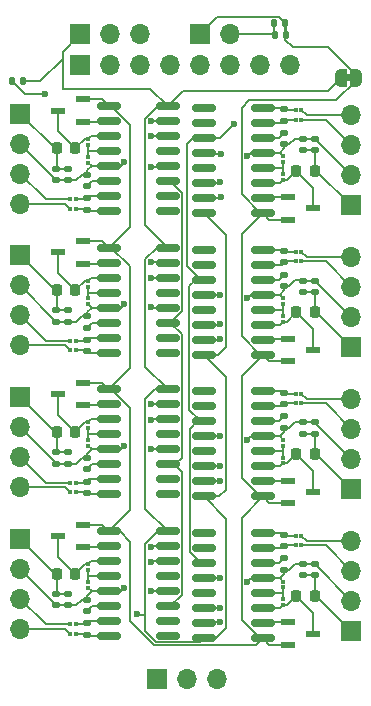
<source format=gtl>
%TF.GenerationSoftware,KiCad,Pcbnew,7.0.2-6a45011f42~172~ubuntu22.04.1*%
%TF.CreationDate,2023-05-07T18:17:32+01:00*%
%TF.ProjectId,octoHX711,6f63746f-4858-4373-9131-2e6b69636164,rev?*%
%TF.SameCoordinates,Original*%
%TF.FileFunction,Copper,L1,Top*%
%TF.FilePolarity,Positive*%
%FSLAX46Y46*%
G04 Gerber Fmt 4.6, Leading zero omitted, Abs format (unit mm)*
G04 Created by KiCad (PCBNEW 7.0.2-6a45011f42~172~ubuntu22.04.1) date 2023-05-07 18:17:32*
%MOMM*%
%LPD*%
G01*
G04 APERTURE LIST*
G04 Aperture macros list*
%AMRoundRect*
0 Rectangle with rounded corners*
0 $1 Rounding radius*
0 $2 $3 $4 $5 $6 $7 $8 $9 X,Y pos of 4 corners*
0 Add a 4 corners polygon primitive as box body*
4,1,4,$2,$3,$4,$5,$6,$7,$8,$9,$2,$3,0*
0 Add four circle primitives for the rounded corners*
1,1,$1+$1,$2,$3*
1,1,$1+$1,$4,$5*
1,1,$1+$1,$6,$7*
1,1,$1+$1,$8,$9*
0 Add four rect primitives between the rounded corners*
20,1,$1+$1,$2,$3,$4,$5,0*
20,1,$1+$1,$4,$5,$6,$7,0*
20,1,$1+$1,$6,$7,$8,$9,0*
20,1,$1+$1,$8,$9,$2,$3,0*%
%AMFreePoly0*
4,1,19,0.500000,-0.750000,0.000000,-0.750000,0.000000,-0.744911,-0.071157,-0.744911,-0.207708,-0.704816,-0.327430,-0.627875,-0.420627,-0.520320,-0.479746,-0.390866,-0.500000,-0.250000,-0.500000,0.250000,-0.479746,0.390866,-0.420627,0.520320,-0.327430,0.627875,-0.207708,0.704816,-0.071157,0.744911,0.000000,0.744911,0.000000,0.750000,0.500000,0.750000,0.500000,-0.750000,0.500000,-0.750000,
$1*%
%AMFreePoly1*
4,1,19,0.000000,0.744911,0.071157,0.744911,0.207708,0.704816,0.327430,0.627875,0.420627,0.520320,0.479746,0.390866,0.500000,0.250000,0.500000,-0.250000,0.479746,-0.390866,0.420627,-0.520320,0.327430,-0.627875,0.207708,-0.704816,0.071157,-0.744911,0.000000,-0.744911,0.000000,-0.750000,-0.500000,-0.750000,-0.500000,0.750000,0.000000,0.750000,0.000000,0.744911,0.000000,0.744911,
$1*%
G04 Aperture macros list end*
%TA.AperFunction,SMDPad,CuDef*%
%ADD10FreePoly0,0.000000*%
%TD*%
%TA.AperFunction,SMDPad,CuDef*%
%ADD11FreePoly1,0.000000*%
%TD*%
%TA.AperFunction,SMDPad,CuDef*%
%ADD12RoundRect,0.140000X-0.140000X-0.170000X0.140000X-0.170000X0.140000X0.170000X-0.140000X0.170000X0*%
%TD*%
%TA.AperFunction,ComponentPad*%
%ADD13O,1.700000X1.700000*%
%TD*%
%TA.AperFunction,ComponentPad*%
%ADD14R,1.700000X1.700000*%
%TD*%
%TA.AperFunction,SMDPad,CuDef*%
%ADD15RoundRect,0.150000X0.850000X0.150000X-0.850000X0.150000X-0.850000X-0.150000X0.850000X-0.150000X0*%
%TD*%
%TA.AperFunction,SMDPad,CuDef*%
%ADD16RoundRect,0.150000X-0.850000X-0.150000X0.850000X-0.150000X0.850000X0.150000X-0.850000X0.150000X0*%
%TD*%
%TA.AperFunction,SMDPad,CuDef*%
%ADD17RoundRect,0.075000X0.125000X0.075000X-0.125000X0.075000X-0.125000X-0.075000X0.125000X-0.075000X0*%
%TD*%
%TA.AperFunction,SMDPad,CuDef*%
%ADD18RoundRect,0.075000X0.075000X-0.125000X0.075000X0.125000X-0.075000X0.125000X-0.075000X-0.125000X0*%
%TD*%
%TA.AperFunction,SMDPad,CuDef*%
%ADD19RoundRect,0.075000X-0.125000X-0.075000X0.125000X-0.075000X0.125000X0.075000X-0.125000X0.075000X0*%
%TD*%
%TA.AperFunction,SMDPad,CuDef*%
%ADD20RoundRect,0.075000X-0.075000X0.125000X-0.075000X-0.125000X0.075000X-0.125000X0.075000X0.125000X0*%
%TD*%
%TA.AperFunction,SMDPad,CuDef*%
%ADD21R,1.300000X0.600000*%
%TD*%
%TA.AperFunction,SMDPad,CuDef*%
%ADD22RoundRect,0.218750X0.218750X0.256250X-0.218750X0.256250X-0.218750X-0.256250X0.218750X-0.256250X0*%
%TD*%
%TA.AperFunction,SMDPad,CuDef*%
%ADD23RoundRect,0.218750X-0.218750X-0.256250X0.218750X-0.256250X0.218750X0.256250X-0.218750X0.256250X0*%
%TD*%
%TA.AperFunction,SMDPad,CuDef*%
%ADD24RoundRect,0.140000X-0.170000X0.140000X-0.170000X-0.140000X0.170000X-0.140000X0.170000X0.140000X0*%
%TD*%
%TA.AperFunction,SMDPad,CuDef*%
%ADD25RoundRect,0.140000X0.170000X-0.140000X0.170000X0.140000X-0.170000X0.140000X-0.170000X-0.140000X0*%
%TD*%
%TA.AperFunction,ViaPad*%
%ADD26C,0.600000*%
%TD*%
%TA.AperFunction,Conductor*%
%ADD27C,0.127000*%
%TD*%
%TA.AperFunction,Conductor*%
%ADD28C,0.152400*%
%TD*%
G04 APERTURE END LIST*
%TA.AperFunction,EtchedComponent*%
%TO.C,JP1*%
G36*
X154950000Y-71400000D02*
G01*
X154450000Y-71400000D01*
X154450000Y-70800000D01*
X154950000Y-70800000D01*
X154950000Y-71400000D01*
G37*
%TD.AperFunction*%
%TD*%
D10*
%TO.P,JP1,1,A*%
%TO.N,VDD*%
X154050000Y-71100000D03*
D11*
%TO.P,JP1,2,B*%
%TO.N,VCC*%
X155350000Y-71100000D03*
%TD*%
D12*
%TO.P,C35,2*%
%TO.N,VCC*%
X149395000Y-67455000D03*
%TO.P,C35,1*%
%TO.N,GND*%
X148435000Y-67455000D03*
%TD*%
%TO.P,C34,2*%
%TO.N,VCC*%
X149355000Y-66455000D03*
%TO.P,C34,1*%
%TO.N,GND*%
X148395000Y-66455000D03*
%TD*%
%TO.P,C33,1*%
%TO.N,GND*%
X126220000Y-71400000D03*
%TO.P,C33,2*%
%TO.N,VDD*%
X127180000Y-71400000D03*
%TD*%
D13*
%TO.P,J12,3,Pin_3*%
%TO.N,GND*%
X143540000Y-122000000D03*
%TO.P,J12,2,Pin_2*%
%TO.N,rate*%
X141000000Y-122000000D03*
D14*
%TO.P,J12,1,Pin_1*%
%TO.N,VDD*%
X138460000Y-122000000D03*
%TD*%
D15*
%TO.P,U8,16,DVDD*%
%TO.N,VDD*%
X142435000Y-82535000D03*
%TO.P,U8,15,RATE*%
%TO.N,rate*%
X142435000Y-81265000D03*
%TO.P,U8,14,XI*%
%TO.N,GND*%
X142435000Y-79995000D03*
%TO.P,U8,13,XO*%
%TO.N,unconnected-(U8-XO-Pad13)*%
X142435000Y-78725000D03*
%TO.P,U8,12,DOUT*%
%TO.N,/HX711_unit7/Sdat*%
X142435000Y-77455000D03*
%TO.P,U8,11,PD_SCK*%
%TO.N,Sclk*%
X142435000Y-76185000D03*
%TO.P,U8,10,INB+*%
%TO.N,unconnected-(U8-INB+-Pad10)*%
X142435000Y-74915000D03*
%TO.P,U8,9,INB-*%
%TO.N,unconnected-(U8-INB--Pad9)*%
X142435000Y-73645000D03*
%TO.P,U8,8,INA+*%
%TO.N,/HX711_unit7/a+in*%
X147435000Y-73645000D03*
%TO.P,U8,7,INA-*%
%TO.N,/HX711_unit7/a-in*%
X147435000Y-74915000D03*
%TO.P,U8,6,VBG*%
%TO.N,/HX711_unit7/vbg*%
X147435000Y-76185000D03*
%TO.P,U8,5,AGND*%
%TO.N,GND*%
X147435000Y-77455000D03*
%TO.P,U8,4,VFB*%
%TO.N,/HX711_unit7/vfb*%
X147435000Y-78725000D03*
%TO.P,U8,3,AVDD*%
%TO.N,/HX711_unit7/avdd*%
X147435000Y-79995000D03*
%TO.P,U8,2,BASE*%
%TO.N,/HX711_unit7/base*%
X147435000Y-81265000D03*
%TO.P,U8,1,VSUP*%
%TO.N,VCC*%
X147435000Y-82535000D03*
%TD*%
%TO.P,U7,16,DVDD*%
%TO.N,VDD*%
X142435000Y-94535000D03*
%TO.P,U7,15,RATE*%
%TO.N,rate*%
X142435000Y-93265000D03*
%TO.P,U7,14,XI*%
%TO.N,GND*%
X142435000Y-91995000D03*
%TO.P,U7,13,XO*%
%TO.N,unconnected-(U7-XO-Pad13)*%
X142435000Y-90725000D03*
%TO.P,U7,12,DOUT*%
%TO.N,/HX711_unit6/Sdat*%
X142435000Y-89455000D03*
%TO.P,U7,11,PD_SCK*%
%TO.N,Sclk*%
X142435000Y-88185000D03*
%TO.P,U7,10,INB+*%
%TO.N,unconnected-(U7-INB+-Pad10)*%
X142435000Y-86915000D03*
%TO.P,U7,9,INB-*%
%TO.N,unconnected-(U7-INB--Pad9)*%
X142435000Y-85645000D03*
%TO.P,U7,8,INA+*%
%TO.N,/HX711_unit6/a+in*%
X147435000Y-85645000D03*
%TO.P,U7,7,INA-*%
%TO.N,/HX711_unit6/a-in*%
X147435000Y-86915000D03*
%TO.P,U7,6,VBG*%
%TO.N,/HX711_unit6/vbg*%
X147435000Y-88185000D03*
%TO.P,U7,5,AGND*%
%TO.N,GND*%
X147435000Y-89455000D03*
%TO.P,U7,4,VFB*%
%TO.N,/HX711_unit6/vfb*%
X147435000Y-90725000D03*
%TO.P,U7,3,AVDD*%
%TO.N,/HX711_unit6/avdd*%
X147435000Y-91995000D03*
%TO.P,U7,2,BASE*%
%TO.N,/HX711_unit6/base*%
X147435000Y-93265000D03*
%TO.P,U7,1,VSUP*%
%TO.N,VCC*%
X147435000Y-94535000D03*
%TD*%
%TO.P,U6,16,DVDD*%
%TO.N,VDD*%
X142435000Y-106535000D03*
%TO.P,U6,15,RATE*%
%TO.N,rate*%
X142435000Y-105265000D03*
%TO.P,U6,14,XI*%
%TO.N,GND*%
X142435000Y-103995000D03*
%TO.P,U6,13,XO*%
%TO.N,unconnected-(U6-XO-Pad13)*%
X142435000Y-102725000D03*
%TO.P,U6,12,DOUT*%
%TO.N,/HX711_unit8/Sdat*%
X142435000Y-101455000D03*
%TO.P,U6,11,PD_SCK*%
%TO.N,Sclk*%
X142435000Y-100185000D03*
%TO.P,U6,10,INB+*%
%TO.N,unconnected-(U6-INB+-Pad10)*%
X142435000Y-98915000D03*
%TO.P,U6,9,INB-*%
%TO.N,unconnected-(U6-INB--Pad9)*%
X142435000Y-97645000D03*
%TO.P,U6,8,INA+*%
%TO.N,/HX711_unit8/a+in*%
X147435000Y-97645000D03*
%TO.P,U6,7,INA-*%
%TO.N,/HX711_unit8/a-in*%
X147435000Y-98915000D03*
%TO.P,U6,6,VBG*%
%TO.N,/HX711_unit8/vbg*%
X147435000Y-100185000D03*
%TO.P,U6,5,AGND*%
%TO.N,GND*%
X147435000Y-101455000D03*
%TO.P,U6,4,VFB*%
%TO.N,/HX711_unit8/vfb*%
X147435000Y-102725000D03*
%TO.P,U6,3,AVDD*%
%TO.N,/HX711_unit8/avdd*%
X147435000Y-103995000D03*
%TO.P,U6,2,BASE*%
%TO.N,/HX711_unit8/base*%
X147435000Y-105265000D03*
%TO.P,U6,1,VSUP*%
%TO.N,VCC*%
X147435000Y-106535000D03*
%TD*%
%TO.P,U5,16,DVDD*%
%TO.N,VDD*%
X142435000Y-118535000D03*
%TO.P,U5,15,RATE*%
%TO.N,rate*%
X142435000Y-117265000D03*
%TO.P,U5,14,XI*%
%TO.N,GND*%
X142435000Y-115995000D03*
%TO.P,U5,13,XO*%
%TO.N,unconnected-(U5-XO-Pad13)*%
X142435000Y-114725000D03*
%TO.P,U5,12,DOUT*%
%TO.N,/HX711_unit5/Sdat*%
X142435000Y-113455000D03*
%TO.P,U5,11,PD_SCK*%
%TO.N,Sclk*%
X142435000Y-112185000D03*
%TO.P,U5,10,INB+*%
%TO.N,unconnected-(U5-INB+-Pad10)*%
X142435000Y-110915000D03*
%TO.P,U5,9,INB-*%
%TO.N,unconnected-(U5-INB--Pad9)*%
X142435000Y-109645000D03*
%TO.P,U5,8,INA+*%
%TO.N,/HX711_unit5/a+in*%
X147435000Y-109645000D03*
%TO.P,U5,7,INA-*%
%TO.N,/HX711_unit5/a-in*%
X147435000Y-110915000D03*
%TO.P,U5,6,VBG*%
%TO.N,/HX711_unit5/vbg*%
X147435000Y-112185000D03*
%TO.P,U5,5,AGND*%
%TO.N,GND*%
X147435000Y-113455000D03*
%TO.P,U5,4,VFB*%
%TO.N,/HX711_unit5/vfb*%
X147435000Y-114725000D03*
%TO.P,U5,3,AVDD*%
%TO.N,/HX711_unit5/avdd*%
X147435000Y-115995000D03*
%TO.P,U5,2,BASE*%
%TO.N,/HX711_unit5/base*%
X147435000Y-117265000D03*
%TO.P,U5,1,VSUP*%
%TO.N,VCC*%
X147435000Y-118535000D03*
%TD*%
D16*
%TO.P,U4,16,DVDD*%
%TO.N,VDD*%
X139395000Y-109470000D03*
%TO.P,U4,15,RATE*%
%TO.N,rate*%
X139395000Y-110740000D03*
%TO.P,U4,14,XI*%
%TO.N,GND*%
X139395000Y-112010000D03*
%TO.P,U4,13,XO*%
%TO.N,unconnected-(U4-XO-Pad13)*%
X139395000Y-113280000D03*
%TO.P,U4,12,DOUT*%
%TO.N,/HX711_unit4/Sdat*%
X139395000Y-114550000D03*
%TO.P,U4,11,PD_SCK*%
%TO.N,Sclk*%
X139395000Y-115820000D03*
%TO.P,U4,10,INB+*%
%TO.N,unconnected-(U4-INB+-Pad10)*%
X139395000Y-117090000D03*
%TO.P,U4,9,INB-*%
%TO.N,unconnected-(U4-INB--Pad9)*%
X139395000Y-118360000D03*
%TO.P,U4,8,INA+*%
%TO.N,/HX711_unit4/a+in*%
X134395000Y-118360000D03*
%TO.P,U4,7,INA-*%
%TO.N,/HX711_unit4/a-in*%
X134395000Y-117090000D03*
%TO.P,U4,6,VBG*%
%TO.N,/HX711_unit4/vbg*%
X134395000Y-115820000D03*
%TO.P,U4,5,AGND*%
%TO.N,GND*%
X134395000Y-114550000D03*
%TO.P,U4,4,VFB*%
%TO.N,/HX711_unit4/vfb*%
X134395000Y-113280000D03*
%TO.P,U4,3,AVDD*%
%TO.N,/HX711_unit4/avdd*%
X134395000Y-112010000D03*
%TO.P,U4,2,BASE*%
%TO.N,/HX711_unit4/base*%
X134395000Y-110740000D03*
%TO.P,U4,1,VSUP*%
%TO.N,VCC*%
X134395000Y-109470000D03*
%TD*%
%TO.P,U3,16,DVDD*%
%TO.N,VDD*%
X139395000Y-97470000D03*
%TO.P,U3,15,RATE*%
%TO.N,rate*%
X139395000Y-98740000D03*
%TO.P,U3,14,XI*%
%TO.N,GND*%
X139395000Y-100010000D03*
%TO.P,U3,13,XO*%
%TO.N,unconnected-(U3-XO-Pad13)*%
X139395000Y-101280000D03*
%TO.P,U3,12,DOUT*%
%TO.N,/HX711_unit3/Sdat*%
X139395000Y-102550000D03*
%TO.P,U3,11,PD_SCK*%
%TO.N,Sclk*%
X139395000Y-103820000D03*
%TO.P,U3,10,INB+*%
%TO.N,unconnected-(U3-INB+-Pad10)*%
X139395000Y-105090000D03*
%TO.P,U3,9,INB-*%
%TO.N,unconnected-(U3-INB--Pad9)*%
X139395000Y-106360000D03*
%TO.P,U3,8,INA+*%
%TO.N,/HX711_unit3/a+in*%
X134395000Y-106360000D03*
%TO.P,U3,7,INA-*%
%TO.N,/HX711_unit3/a-in*%
X134395000Y-105090000D03*
%TO.P,U3,6,VBG*%
%TO.N,/HX711_unit3/vbg*%
X134395000Y-103820000D03*
%TO.P,U3,5,AGND*%
%TO.N,GND*%
X134395000Y-102550000D03*
%TO.P,U3,4,VFB*%
%TO.N,/HX711_unit3/vfb*%
X134395000Y-101280000D03*
%TO.P,U3,3,AVDD*%
%TO.N,/HX711_unit3/avdd*%
X134395000Y-100010000D03*
%TO.P,U3,2,BASE*%
%TO.N,/HX711_unit3/base*%
X134395000Y-98740000D03*
%TO.P,U3,1,VSUP*%
%TO.N,VCC*%
X134395000Y-97470000D03*
%TD*%
%TO.P,U2,16,DVDD*%
%TO.N,VDD*%
X139395000Y-85470000D03*
%TO.P,U2,15,RATE*%
%TO.N,rate*%
X139395000Y-86740000D03*
%TO.P,U2,14,XI*%
%TO.N,GND*%
X139395000Y-88010000D03*
%TO.P,U2,13,XO*%
%TO.N,unconnected-(U2-XO-Pad13)*%
X139395000Y-89280000D03*
%TO.P,U2,12,DOUT*%
%TO.N,/HX711_unit2/Sdat*%
X139395000Y-90550000D03*
%TO.P,U2,11,PD_SCK*%
%TO.N,Sclk*%
X139395000Y-91820000D03*
%TO.P,U2,10,INB+*%
%TO.N,unconnected-(U2-INB+-Pad10)*%
X139395000Y-93090000D03*
%TO.P,U2,9,INB-*%
%TO.N,unconnected-(U2-INB--Pad9)*%
X139395000Y-94360000D03*
%TO.P,U2,8,INA+*%
%TO.N,/HX711_unit2/a+in*%
X134395000Y-94360000D03*
%TO.P,U2,7,INA-*%
%TO.N,/HX711_unit2/a-in*%
X134395000Y-93090000D03*
%TO.P,U2,6,VBG*%
%TO.N,/HX711_unit2/vbg*%
X134395000Y-91820000D03*
%TO.P,U2,5,AGND*%
%TO.N,GND*%
X134395000Y-90550000D03*
%TO.P,U2,4,VFB*%
%TO.N,/HX711_unit2/vfb*%
X134395000Y-89280000D03*
%TO.P,U2,3,AVDD*%
%TO.N,/HX711_unit2/avdd*%
X134395000Y-88010000D03*
%TO.P,U2,2,BASE*%
%TO.N,/HX711_unit2/base*%
X134395000Y-86740000D03*
%TO.P,U2,1,VSUP*%
%TO.N,VCC*%
X134395000Y-85470000D03*
%TD*%
D17*
%TO.P,R32,2*%
%TO.N,/HX711_unit7/a-in*%
X150215000Y-74640001D03*
%TO.P,R32,1*%
%TO.N,/HX711_unit7/a-*%
X150715000Y-74640001D03*
%TD*%
%TO.P,R31,2*%
%TO.N,/HX711_unit7/a+in*%
X150215000Y-73840001D03*
%TO.P,R31,1*%
%TO.N,/HX711_unit7/a+*%
X150715000Y-73840001D03*
%TD*%
D18*
%TO.P,R30,2*%
%TO.N,GND*%
X149165000Y-77740001D03*
%TO.P,R30,1*%
%TO.N,/HX711_unit7/vfb*%
X149165000Y-78240001D03*
%TD*%
%TO.P,R29,2*%
%TO.N,/HX711_unit7/vfb*%
X149165000Y-79240000D03*
%TO.P,R29,1*%
%TO.N,/HX711_unit7/avdd*%
X149165000Y-79740000D03*
%TD*%
D17*
%TO.P,R28,2*%
%TO.N,/HX711_unit6/a-in*%
X150215000Y-86640001D03*
%TO.P,R28,1*%
%TO.N,/HX711_unit6/a-*%
X150715000Y-86640001D03*
%TD*%
%TO.P,R27,2*%
%TO.N,/HX711_unit6/a+in*%
X150215000Y-85840001D03*
%TO.P,R27,1*%
%TO.N,/HX711_unit6/a+*%
X150715000Y-85840001D03*
%TD*%
D18*
%TO.P,R26,2*%
%TO.N,GND*%
X149165000Y-89740001D03*
%TO.P,R26,1*%
%TO.N,/HX711_unit6/vfb*%
X149165000Y-90240001D03*
%TD*%
%TO.P,R25,2*%
%TO.N,/HX711_unit6/vfb*%
X149165000Y-91240000D03*
%TO.P,R25,1*%
%TO.N,/HX711_unit6/avdd*%
X149165000Y-91740000D03*
%TD*%
D17*
%TO.P,R24,2*%
%TO.N,/HX711_unit8/a-in*%
X150215000Y-98640001D03*
%TO.P,R24,1*%
%TO.N,/HX711_unit8/a-*%
X150715000Y-98640001D03*
%TD*%
%TO.P,R23,2*%
%TO.N,/HX711_unit8/a+in*%
X150215000Y-97840001D03*
%TO.P,R23,1*%
%TO.N,/HX711_unit8/a+*%
X150715000Y-97840001D03*
%TD*%
D18*
%TO.P,R22,2*%
%TO.N,GND*%
X149165000Y-101740001D03*
%TO.P,R22,1*%
%TO.N,/HX711_unit8/vfb*%
X149165000Y-102240001D03*
%TD*%
%TO.P,R21,2*%
%TO.N,/HX711_unit8/vfb*%
X149165000Y-103240000D03*
%TO.P,R21,1*%
%TO.N,/HX711_unit8/avdd*%
X149165000Y-103740000D03*
%TD*%
D17*
%TO.P,R20,2*%
%TO.N,/HX711_unit5/a-in*%
X150215000Y-110640001D03*
%TO.P,R20,1*%
%TO.N,/HX711_unit5/a-*%
X150715000Y-110640001D03*
%TD*%
%TO.P,R19,2*%
%TO.N,/HX711_unit5/a+in*%
X150215000Y-109840001D03*
%TO.P,R19,1*%
%TO.N,/HX711_unit5/a+*%
X150715000Y-109840001D03*
%TD*%
D18*
%TO.P,R18,2*%
%TO.N,GND*%
X149165000Y-113740001D03*
%TO.P,R18,1*%
%TO.N,/HX711_unit5/vfb*%
X149165000Y-114240001D03*
%TD*%
%TO.P,R17,2*%
%TO.N,/HX711_unit5/vfb*%
X149165000Y-115240000D03*
%TO.P,R17,1*%
%TO.N,/HX711_unit5/avdd*%
X149165000Y-115740000D03*
%TD*%
D19*
%TO.P,R16,2*%
%TO.N,/HX711_unit4/a-in*%
X131615000Y-117365000D03*
%TO.P,R16,1*%
%TO.N,/HX711_unit4/a-*%
X131115000Y-117365000D03*
%TD*%
%TO.P,R15,2*%
%TO.N,/HX711_unit4/a+in*%
X131615000Y-118165000D03*
%TO.P,R15,1*%
%TO.N,/HX711_unit4/a+*%
X131115000Y-118165000D03*
%TD*%
D20*
%TO.P,R14,2*%
%TO.N,GND*%
X132665000Y-114265000D03*
%TO.P,R14,1*%
%TO.N,/HX711_unit4/vfb*%
X132665000Y-113765000D03*
%TD*%
%TO.P,R13,2*%
%TO.N,/HX711_unit4/vfb*%
X132665000Y-112765000D03*
%TO.P,R13,1*%
%TO.N,/HX711_unit4/avdd*%
X132665000Y-112265000D03*
%TD*%
D19*
%TO.P,R12,2*%
%TO.N,/HX711_unit3/a-in*%
X131615000Y-105365000D03*
%TO.P,R12,1*%
%TO.N,/HX711_unit3/a-*%
X131115000Y-105365000D03*
%TD*%
%TO.P,R11,2*%
%TO.N,/HX711_unit3/a+in*%
X131615000Y-106165000D03*
%TO.P,R11,1*%
%TO.N,/HX711_unit3/a+*%
X131115000Y-106165000D03*
%TD*%
D20*
%TO.P,R10,2*%
%TO.N,GND*%
X132665000Y-102265000D03*
%TO.P,R10,1*%
%TO.N,/HX711_unit3/vfb*%
X132665000Y-101765000D03*
%TD*%
%TO.P,R9,2*%
%TO.N,/HX711_unit3/vfb*%
X132665000Y-100765000D03*
%TO.P,R9,1*%
%TO.N,/HX711_unit3/avdd*%
X132665000Y-100265000D03*
%TD*%
D19*
%TO.P,R8,2*%
%TO.N,/HX711_unit2/a-in*%
X131615000Y-93365000D03*
%TO.P,R8,1*%
%TO.N,/HX711_unit2/a-*%
X131115000Y-93365000D03*
%TD*%
%TO.P,R7,2*%
%TO.N,/HX711_unit2/a+in*%
X131615000Y-94165000D03*
%TO.P,R7,1*%
%TO.N,/HX711_unit2/a+*%
X131115000Y-94165000D03*
%TD*%
D20*
%TO.P,R6,2*%
%TO.N,GND*%
X132665000Y-90265000D03*
%TO.P,R6,1*%
%TO.N,/HX711_unit2/vfb*%
X132665000Y-89765000D03*
%TD*%
%TO.P,R5,2*%
%TO.N,/HX711_unit2/vfb*%
X132665000Y-88765000D03*
%TO.P,R5,1*%
%TO.N,/HX711_unit2/avdd*%
X132665000Y-88265000D03*
%TD*%
D21*
%TO.P,Q8,1,B*%
%TO.N,/HX711_unit7/base*%
X149614999Y-81190000D03*
%TO.P,Q8,2,E*%
%TO.N,VCC*%
X149614999Y-83090000D03*
%TO.P,Q8,3,C*%
%TO.N,/HX711_unit7/avdd*%
X151714999Y-82140000D03*
%TD*%
%TO.P,Q7,1,B*%
%TO.N,/HX711_unit6/base*%
X149614999Y-93190000D03*
%TO.P,Q7,2,E*%
%TO.N,VCC*%
X149614999Y-95090000D03*
%TO.P,Q7,3,C*%
%TO.N,/HX711_unit6/avdd*%
X151714999Y-94140000D03*
%TD*%
%TO.P,Q6,1,B*%
%TO.N,/HX711_unit8/base*%
X149614999Y-105190000D03*
%TO.P,Q6,2,E*%
%TO.N,VCC*%
X149614999Y-107090000D03*
%TO.P,Q6,3,C*%
%TO.N,/HX711_unit8/avdd*%
X151714999Y-106140000D03*
%TD*%
%TO.P,Q5,1,B*%
%TO.N,/HX711_unit5/base*%
X149614999Y-117190000D03*
%TO.P,Q5,2,E*%
%TO.N,VCC*%
X149614999Y-119090000D03*
%TO.P,Q5,3,C*%
%TO.N,/HX711_unit5/avdd*%
X151714999Y-118140000D03*
%TD*%
%TO.P,Q4,1,B*%
%TO.N,/HX711_unit4/base*%
X132215000Y-110815000D03*
%TO.P,Q4,2,E*%
%TO.N,VCC*%
X132215000Y-108915000D03*
%TO.P,Q4,3,C*%
%TO.N,/HX711_unit4/avdd*%
X130115000Y-109865000D03*
%TD*%
%TO.P,Q3,1,B*%
%TO.N,/HX711_unit3/base*%
X132215000Y-98815000D03*
%TO.P,Q3,2,E*%
%TO.N,VCC*%
X132215000Y-96915000D03*
%TO.P,Q3,3,C*%
%TO.N,/HX711_unit3/avdd*%
X130115000Y-97865000D03*
%TD*%
%TO.P,Q2,1,B*%
%TO.N,/HX711_unit2/base*%
X132215000Y-86815000D03*
%TO.P,Q2,2,E*%
%TO.N,VCC*%
X132215000Y-84915000D03*
%TO.P,Q2,3,C*%
%TO.N,/HX711_unit2/avdd*%
X130115000Y-85865000D03*
%TD*%
D22*
%TO.P,L8,2,2*%
%TO.N,/HX711_unit7/avdd*%
X150277500Y-78940000D03*
%TO.P,L8,1,1*%
%TO.N,/HX711_unit7/e+*%
X151852500Y-78940000D03*
%TD*%
%TO.P,L7,2,2*%
%TO.N,/HX711_unit6/avdd*%
X150277500Y-90940000D03*
%TO.P,L7,1,1*%
%TO.N,/HX711_unit6/e+*%
X151852500Y-90940000D03*
%TD*%
%TO.P,L6,2,2*%
%TO.N,/HX711_unit8/avdd*%
X150277500Y-102940000D03*
%TO.P,L6,1,1*%
%TO.N,/HX711_unit8/e+*%
X151852500Y-102940000D03*
%TD*%
%TO.P,L5,2,2*%
%TO.N,/HX711_unit5/avdd*%
X150277500Y-114940000D03*
%TO.P,L5,1,1*%
%TO.N,/HX711_unit5/e+*%
X151852500Y-114940000D03*
%TD*%
D23*
%TO.P,L4,2,2*%
%TO.N,/HX711_unit4/avdd*%
X131552500Y-113065000D03*
%TO.P,L4,1,1*%
%TO.N,/HX711_unit4/e+*%
X129977500Y-113065000D03*
%TD*%
%TO.P,L3,2,2*%
%TO.N,/HX711_unit3/avdd*%
X131552500Y-101065000D03*
%TO.P,L3,1,1*%
%TO.N,/HX711_unit3/e+*%
X129977500Y-101065000D03*
%TD*%
%TO.P,L2,2,2*%
%TO.N,/HX711_unit2/avdd*%
X131552500Y-89065000D03*
%TO.P,L2,1,1*%
%TO.N,/HX711_unit2/e+*%
X129977500Y-89065000D03*
%TD*%
D13*
%TO.P,J8,4,Pin_4*%
%TO.N,/HX711_unit7/a+*%
X154935000Y-74270000D03*
%TO.P,J8,3,Pin_3*%
%TO.N,/HX711_unit7/a-*%
X154935000Y-76810000D03*
%TO.P,J8,2,Pin_2*%
%TO.N,GND*%
X154935000Y-79350000D03*
D14*
%TO.P,J8,1,Pin_1*%
%TO.N,/HX711_unit7/e+*%
X154935000Y-81890000D03*
%TD*%
D13*
%TO.P,J7,4,Pin_4*%
%TO.N,/HX711_unit6/a+*%
X154935000Y-86270000D03*
%TO.P,J7,3,Pin_3*%
%TO.N,/HX711_unit6/a-*%
X154935000Y-88810000D03*
%TO.P,J7,2,Pin_2*%
%TO.N,GND*%
X154935000Y-91350000D03*
D14*
%TO.P,J7,1,Pin_1*%
%TO.N,/HX711_unit6/e+*%
X154935000Y-93890000D03*
%TD*%
D13*
%TO.P,J6,4,Pin_4*%
%TO.N,/HX711_unit8/a+*%
X154935000Y-98270000D03*
%TO.P,J6,3,Pin_3*%
%TO.N,/HX711_unit8/a-*%
X154935000Y-100810000D03*
%TO.P,J6,2,Pin_2*%
%TO.N,GND*%
X154935000Y-103350000D03*
D14*
%TO.P,J6,1,Pin_1*%
%TO.N,/HX711_unit8/e+*%
X154935000Y-105890000D03*
%TD*%
D13*
%TO.P,J5,4,Pin_4*%
%TO.N,/HX711_unit5/a+*%
X154935000Y-110270000D03*
%TO.P,J5,3,Pin_3*%
%TO.N,/HX711_unit5/a-*%
X154935000Y-112810000D03*
%TO.P,J5,2,Pin_2*%
%TO.N,GND*%
X154935000Y-115350000D03*
D14*
%TO.P,J5,1,Pin_1*%
%TO.N,/HX711_unit5/e+*%
X154935000Y-117890000D03*
%TD*%
D13*
%TO.P,J4,4,Pin_4*%
%TO.N,/HX711_unit4/a+*%
X126895000Y-117735000D03*
%TO.P,J4,3,Pin_3*%
%TO.N,/HX711_unit4/a-*%
X126895000Y-115195000D03*
%TO.P,J4,2,Pin_2*%
%TO.N,GND*%
X126895000Y-112655000D03*
D14*
%TO.P,J4,1,Pin_1*%
%TO.N,/HX711_unit4/e+*%
X126895000Y-110115000D03*
%TD*%
D13*
%TO.P,J3,4,Pin_4*%
%TO.N,/HX711_unit3/a+*%
X126895000Y-105735000D03*
%TO.P,J3,3,Pin_3*%
%TO.N,/HX711_unit3/a-*%
X126895000Y-103195000D03*
%TO.P,J3,2,Pin_2*%
%TO.N,GND*%
X126895000Y-100655000D03*
D14*
%TO.P,J3,1,Pin_1*%
%TO.N,/HX711_unit3/e+*%
X126895000Y-98115000D03*
%TD*%
%TO.P,J2,1,Pin_1*%
%TO.N,/HX711_unit2/e+*%
X126895000Y-86115000D03*
D13*
%TO.P,J2,2,Pin_2*%
%TO.N,GND*%
X126895000Y-88655000D03*
%TO.P,J2,3,Pin_3*%
%TO.N,/HX711_unit2/a-*%
X126895000Y-91195000D03*
%TO.P,J2,4,Pin_4*%
%TO.N,/HX711_unit2/a+*%
X126895000Y-93735000D03*
%TD*%
%TO.P,J1,4,Pin_4*%
%TO.N,/HX711_unit1/a+*%
X126895000Y-81735000D03*
%TO.P,J1,3,Pin_3*%
%TO.N,/HX711_unit1/a-*%
X126895000Y-79195000D03*
%TO.P,J1,2,Pin_2*%
%TO.N,GND*%
X126895000Y-76655000D03*
D14*
%TO.P,J1,1,Pin_1*%
%TO.N,/HX711_unit1/e+*%
X126895000Y-74115000D03*
%TD*%
D24*
%TO.P,C32,2*%
%TO.N,GND*%
X149265000Y-76720001D03*
%TO.P,C32,1*%
%TO.N,/HX711_unit7/vbg*%
X149265000Y-75760001D03*
%TD*%
%TO.P,C31,2*%
%TO.N,/HX711_unit7/a-in*%
X149265000Y-74720001D03*
%TO.P,C31,1*%
%TO.N,/HX711_unit7/a+in*%
X149265000Y-73760001D03*
%TD*%
D25*
%TO.P,C30,2*%
%TO.N,GND*%
X151865000Y-76260001D03*
%TO.P,C30,1*%
%TO.N,/HX711_unit7/e+*%
X151865000Y-77220001D03*
%TD*%
%TO.P,C29,2*%
%TO.N,GND*%
X150865000Y-76260001D03*
%TO.P,C29,1*%
%TO.N,/HX711_unit7/e+*%
X150865000Y-77220001D03*
%TD*%
D24*
%TO.P,C28,2*%
%TO.N,GND*%
X149265000Y-88720001D03*
%TO.P,C28,1*%
%TO.N,/HX711_unit6/vbg*%
X149265000Y-87760001D03*
%TD*%
%TO.P,C27,2*%
%TO.N,/HX711_unit6/a-in*%
X149265000Y-86720001D03*
%TO.P,C27,1*%
%TO.N,/HX711_unit6/a+in*%
X149265000Y-85760001D03*
%TD*%
D25*
%TO.P,C26,2*%
%TO.N,GND*%
X151865000Y-88260001D03*
%TO.P,C26,1*%
%TO.N,/HX711_unit6/e+*%
X151865000Y-89220001D03*
%TD*%
%TO.P,C25,2*%
%TO.N,GND*%
X150865000Y-88260001D03*
%TO.P,C25,1*%
%TO.N,/HX711_unit6/e+*%
X150865000Y-89220001D03*
%TD*%
D24*
%TO.P,C24,2*%
%TO.N,GND*%
X149265000Y-100720001D03*
%TO.P,C24,1*%
%TO.N,/HX711_unit8/vbg*%
X149265000Y-99760001D03*
%TD*%
%TO.P,C23,2*%
%TO.N,/HX711_unit8/a-in*%
X149265000Y-98720001D03*
%TO.P,C23,1*%
%TO.N,/HX711_unit8/a+in*%
X149265000Y-97760001D03*
%TD*%
D25*
%TO.P,C22,2*%
%TO.N,GND*%
X151865000Y-100260001D03*
%TO.P,C22,1*%
%TO.N,/HX711_unit8/e+*%
X151865000Y-101220001D03*
%TD*%
%TO.P,C21,2*%
%TO.N,GND*%
X150865000Y-100260001D03*
%TO.P,C21,1*%
%TO.N,/HX711_unit8/e+*%
X150865000Y-101220001D03*
%TD*%
D24*
%TO.P,C20,2*%
%TO.N,GND*%
X149265000Y-112720001D03*
%TO.P,C20,1*%
%TO.N,/HX711_unit5/vbg*%
X149265000Y-111760001D03*
%TD*%
%TO.P,C19,2*%
%TO.N,/HX711_unit5/a-in*%
X149265000Y-110720001D03*
%TO.P,C19,1*%
%TO.N,/HX711_unit5/a+in*%
X149265000Y-109760001D03*
%TD*%
D25*
%TO.P,C18,2*%
%TO.N,GND*%
X151865000Y-112260001D03*
%TO.P,C18,1*%
%TO.N,/HX711_unit5/e+*%
X151865000Y-113220001D03*
%TD*%
%TO.P,C17,2*%
%TO.N,GND*%
X150865000Y-112260001D03*
%TO.P,C17,1*%
%TO.N,/HX711_unit5/e+*%
X150865000Y-113220001D03*
%TD*%
%TO.P,C16,2*%
%TO.N,GND*%
X132565000Y-115285000D03*
%TO.P,C16,1*%
%TO.N,/HX711_unit4/vbg*%
X132565000Y-116245000D03*
%TD*%
%TO.P,C15,2*%
%TO.N,/HX711_unit4/a-in*%
X132565000Y-117285000D03*
%TO.P,C15,1*%
%TO.N,/HX711_unit4/a+in*%
X132565000Y-118245000D03*
%TD*%
D24*
%TO.P,C14,2*%
%TO.N,GND*%
X129965000Y-115745000D03*
%TO.P,C14,1*%
%TO.N,/HX711_unit4/e+*%
X129965000Y-114785000D03*
%TD*%
%TO.P,C13,2*%
%TO.N,GND*%
X130965000Y-115745000D03*
%TO.P,C13,1*%
%TO.N,/HX711_unit4/e+*%
X130965000Y-114785000D03*
%TD*%
D25*
%TO.P,C12,2*%
%TO.N,GND*%
X132565000Y-103285000D03*
%TO.P,C12,1*%
%TO.N,/HX711_unit3/vbg*%
X132565000Y-104245000D03*
%TD*%
%TO.P,C11,2*%
%TO.N,/HX711_unit3/a-in*%
X132565000Y-105285000D03*
%TO.P,C11,1*%
%TO.N,/HX711_unit3/a+in*%
X132565000Y-106245000D03*
%TD*%
D24*
%TO.P,C10,2*%
%TO.N,GND*%
X129965000Y-103745000D03*
%TO.P,C10,1*%
%TO.N,/HX711_unit3/e+*%
X129965000Y-102785000D03*
%TD*%
%TO.P,C9,2*%
%TO.N,GND*%
X130965000Y-103745000D03*
%TO.P,C9,1*%
%TO.N,/HX711_unit3/e+*%
X130965000Y-102785000D03*
%TD*%
D25*
%TO.P,C8,2*%
%TO.N,GND*%
X132565000Y-91285000D03*
%TO.P,C8,1*%
%TO.N,/HX711_unit2/vbg*%
X132565000Y-92245000D03*
%TD*%
%TO.P,C7,2*%
%TO.N,/HX711_unit2/a-in*%
X132565000Y-93285000D03*
%TO.P,C7,1*%
%TO.N,/HX711_unit2/a+in*%
X132565000Y-94245000D03*
%TD*%
D24*
%TO.P,C6,2*%
%TO.N,GND*%
X129965000Y-91745000D03*
%TO.P,C6,1*%
%TO.N,/HX711_unit2/e+*%
X129965000Y-90785000D03*
%TD*%
%TO.P,C5,2*%
%TO.N,GND*%
X130965000Y-91745000D03*
%TO.P,C5,1*%
%TO.N,/HX711_unit2/e+*%
X130965000Y-90785000D03*
%TD*%
D21*
%TO.P,Q1,3,C*%
%TO.N,/HX711_unit1/avdd*%
X130115000Y-73865000D03*
%TO.P,Q1,2,E*%
%TO.N,VCC*%
X132215000Y-72915000D03*
%TO.P,Q1,1,B*%
%TO.N,/HX711_unit1/base*%
X132215000Y-74815000D03*
%TD*%
D20*
%TO.P,R1,1*%
%TO.N,/HX711_unit1/avdd*%
X132665000Y-76265000D03*
%TO.P,R1,2*%
%TO.N,/HX711_unit1/vfb*%
X132665000Y-76765000D03*
%TD*%
D14*
%TO.P,J9,1,Pin_1*%
%TO.N,/HX711_unit1/Sdat*%
X132000000Y-70000000D03*
D13*
%TO.P,J9,2,Pin_2*%
%TO.N,/HX711_unit2/Sdat*%
X134540000Y-70000000D03*
%TO.P,J9,3,Pin_3*%
%TO.N,/HX711_unit3/Sdat*%
X137080000Y-70000000D03*
%TO.P,J9,4,Pin_4*%
%TO.N,/HX711_unit4/Sdat*%
X139620000Y-70000000D03*
%TO.P,J9,5,Pin_5*%
%TO.N,/HX711_unit5/Sdat*%
X142160000Y-70000000D03*
%TO.P,J9,6,Pin_6*%
%TO.N,/HX711_unit8/Sdat*%
X144700000Y-70000000D03*
%TO.P,J9,7,Pin_7*%
%TO.N,/HX711_unit6/Sdat*%
X147240000Y-70000000D03*
%TO.P,J9,8,Pin_8*%
%TO.N,/HX711_unit7/Sdat*%
X149780000Y-70000000D03*
%TD*%
D24*
%TO.P,C2,2*%
%TO.N,GND*%
X129965000Y-79745000D03*
%TO.P,C2,1*%
%TO.N,/HX711_unit1/e+*%
X129965000Y-78785000D03*
%TD*%
D25*
%TO.P,C4,2*%
%TO.N,GND*%
X132565000Y-79285000D03*
%TO.P,C4,1*%
%TO.N,/HX711_unit1/vbg*%
X132565000Y-80245000D03*
%TD*%
D19*
%TO.P,R3,2*%
%TO.N,/HX711_unit1/a+in*%
X131615000Y-82165000D03*
%TO.P,R3,1*%
%TO.N,/HX711_unit1/a+*%
X131115000Y-82165000D03*
%TD*%
D14*
%TO.P,J10,1,Pin_1*%
%TO.N,VDD*%
X132000000Y-67415000D03*
D13*
%TO.P,J10,2,Pin_2*%
%TO.N,Sclk*%
X134540000Y-67415000D03*
%TO.P,J10,3,Pin_3*%
%TO.N,GND*%
X137080000Y-67415000D03*
%TD*%
%TO.P,J11,2,Pin_2*%
%TO.N,GND*%
X144675000Y-67415000D03*
D14*
%TO.P,J11,1,Pin_1*%
%TO.N,VCC*%
X142135000Y-67415000D03*
%TD*%
D19*
%TO.P,R4,2*%
%TO.N,/HX711_unit1/a-in*%
X131615000Y-81365000D03*
%TO.P,R4,1*%
%TO.N,/HX711_unit1/a-*%
X131115000Y-81365000D03*
%TD*%
D23*
%TO.P,L1,2,2*%
%TO.N,/HX711_unit1/avdd*%
X131552500Y-77065000D03*
%TO.P,L1,1,1*%
%TO.N,/HX711_unit1/e+*%
X129977500Y-77065000D03*
%TD*%
D24*
%TO.P,C1,2*%
%TO.N,GND*%
X130965000Y-79745000D03*
%TO.P,C1,1*%
%TO.N,/HX711_unit1/e+*%
X130965000Y-78785000D03*
%TD*%
D20*
%TO.P,R2,2*%
%TO.N,GND*%
X132665000Y-78265000D03*
%TO.P,R2,1*%
%TO.N,/HX711_unit1/vfb*%
X132665000Y-77765000D03*
%TD*%
D16*
%TO.P,U1,16,DVDD*%
%TO.N,VDD*%
X139395000Y-73470000D03*
%TO.P,U1,15,RATE*%
%TO.N,rate*%
X139395000Y-74740000D03*
%TO.P,U1,14,XI*%
%TO.N,GND*%
X139395000Y-76010000D03*
%TO.P,U1,13,XO*%
%TO.N,unconnected-(U1-XO-Pad13)*%
X139395000Y-77280000D03*
%TO.P,U1,12,DOUT*%
%TO.N,/HX711_unit1/Sdat*%
X139395000Y-78550000D03*
%TO.P,U1,11,PD_SCK*%
%TO.N,Sclk*%
X139395000Y-79820000D03*
%TO.P,U1,10,INB+*%
%TO.N,unconnected-(U1-INB+-Pad10)*%
X139395000Y-81090000D03*
%TO.P,U1,9,INB-*%
%TO.N,unconnected-(U1-INB--Pad9)*%
X139395000Y-82360000D03*
%TO.P,U1,8,INA+*%
%TO.N,/HX711_unit1/a+in*%
X134395000Y-82360000D03*
%TO.P,U1,7,INA-*%
%TO.N,/HX711_unit1/a-in*%
X134395000Y-81090000D03*
%TO.P,U1,6,VBG*%
%TO.N,/HX711_unit1/vbg*%
X134395000Y-79820000D03*
%TO.P,U1,5,AGND*%
%TO.N,GND*%
X134395000Y-78550000D03*
%TO.P,U1,4,VFB*%
%TO.N,/HX711_unit1/vfb*%
X134395000Y-77280000D03*
%TO.P,U1,3,AVDD*%
%TO.N,/HX711_unit1/avdd*%
X134395000Y-76010000D03*
%TO.P,U1,2,BASE*%
%TO.N,/HX711_unit1/base*%
X134395000Y-74740000D03*
%TO.P,U1,1,VSUP*%
%TO.N,VCC*%
X134395000Y-73470000D03*
%TD*%
D25*
%TO.P,C3,2*%
%TO.N,/HX711_unit1/a-in*%
X132565000Y-81285000D03*
%TO.P,C3,1*%
%TO.N,/HX711_unit1/a+in*%
X132565000Y-82245000D03*
%TD*%
D26*
%TO.N,GND*%
X129000000Y-72500000D03*
%TO.N,VDD*%
X136800000Y-116500000D03*
%TO.N,rate*%
X138013983Y-74728983D03*
X137985000Y-86700000D03*
X137994500Y-98700000D03*
X143900000Y-81200000D03*
X143835500Y-93200000D03*
X143835500Y-105200000D03*
X137994500Y-110800000D03*
X143835500Y-117200000D03*
%TO.N,/HX711_unit7/Sdat*%
X143900000Y-77500000D03*
%TO.N,/HX711_unit6/Sdat*%
X143835500Y-89500000D03*
%TO.N,/HX711_unit8/Sdat*%
X143835500Y-101400000D03*
%TO.N,/HX711_unit5/Sdat*%
X143835500Y-113400000D03*
%TO.N,Sclk*%
X145000000Y-75000000D03*
%TO.N,/HX711_unit1/Sdat*%
X138000000Y-78600000D03*
%TO.N,/HX711_unit2/Sdat*%
X137994500Y-90500000D03*
%TO.N,/HX711_unit3/Sdat*%
X137994500Y-102500000D03*
%TO.N,/HX711_unit4/Sdat*%
X138000000Y-114500000D03*
%TO.N,GND*%
X143835000Y-91950000D03*
X146135000Y-89750000D03*
X143835000Y-79950000D03*
X146135000Y-77750000D03*
X143835000Y-115950000D03*
X146135000Y-113750000D03*
X143835000Y-103950000D03*
X146135000Y-101750000D03*
X137995000Y-112055000D03*
X135695000Y-114255000D03*
X137995000Y-100055000D03*
X135695000Y-102255000D03*
X137995000Y-88055000D03*
X135695000Y-90255000D03*
X143835000Y-91950000D03*
X146135000Y-89750000D03*
X143835000Y-79950000D03*
X146135000Y-77750000D03*
X143835000Y-115950000D03*
X146135000Y-113750000D03*
X143835000Y-103950000D03*
X146135000Y-101750000D03*
X137995000Y-112055000D03*
X135695000Y-114255000D03*
X137995000Y-100055000D03*
X135695000Y-102255000D03*
X137995000Y-88055000D03*
X135695000Y-90255000D03*
X143835000Y-91950000D03*
X146135000Y-89750000D03*
X143835000Y-79950000D03*
X146135000Y-77750000D03*
X143835000Y-115950000D03*
X146135000Y-113750000D03*
X143835000Y-103950000D03*
X146135000Y-101750000D03*
X137995000Y-112055000D03*
X135695000Y-114255000D03*
X137995000Y-100055000D03*
X135695000Y-102255000D03*
X137995000Y-88055000D03*
X135695000Y-90255000D03*
X143835000Y-91950000D03*
X146135000Y-89750000D03*
X143835000Y-79950000D03*
X146135000Y-77750000D03*
X143835000Y-115950000D03*
X146135000Y-113750000D03*
X143835000Y-103950000D03*
X146135000Y-101750000D03*
X137995000Y-112055000D03*
X135695000Y-114255000D03*
X137995000Y-100055000D03*
X135695000Y-102255000D03*
X137995000Y-88055000D03*
X135695000Y-90255000D03*
X143835000Y-91950000D03*
X146135000Y-89750000D03*
X143835000Y-79950000D03*
X146135000Y-77750000D03*
X143835000Y-115950000D03*
X146135000Y-113750000D03*
X143835000Y-103950000D03*
X146135000Y-101750000D03*
X137995000Y-112055000D03*
X135695000Y-114255000D03*
X137995000Y-100055000D03*
X135695000Y-102255000D03*
X137995000Y-88055000D03*
X135695000Y-90255000D03*
X135695000Y-78255000D03*
X137995000Y-76055000D03*
%TD*%
D27*
%TO.N,GND*%
X129000000Y-72500000D02*
X127320000Y-72500000D01*
X127320000Y-72500000D02*
X126220000Y-71400000D01*
%TO.N,VDD*%
X127180000Y-71400000D02*
X128600000Y-71400000D01*
X128600000Y-71400000D02*
X130500000Y-69500000D01*
%TO.N,VCC*%
X136185500Y-83679500D02*
X134395000Y-85470000D01*
X134606540Y-73470000D02*
X136185500Y-75048960D01*
X136185500Y-75048960D02*
X136185500Y-83679500D01*
X134395000Y-73470000D02*
X134606540Y-73470000D01*
%TO.N,VDD*%
X137495000Y-83570000D02*
X139395000Y-85470000D01*
X137495000Y-74555000D02*
X137495000Y-83570000D01*
X138580000Y-73470000D02*
X137495000Y-74555000D01*
X139395000Y-73470000D02*
X138580000Y-73470000D01*
X154050000Y-71100000D02*
X152950000Y-72200000D01*
X152950000Y-72200000D02*
X140665000Y-72200000D01*
X140665000Y-72200000D02*
X139395000Y-73470000D01*
%TO.N,VCC*%
X155350000Y-71100000D02*
X155350000Y-70880592D01*
X150000000Y-68500000D02*
X149355000Y-67855000D01*
X155350000Y-70880592D02*
X152969408Y-68500000D01*
X152969408Y-68500000D02*
X150000000Y-68500000D01*
X149355000Y-67855000D02*
X149355000Y-66455000D01*
X155350000Y-71100000D02*
X155350000Y-71319408D01*
X155350000Y-71319408D02*
X153669408Y-73000000D01*
X153669408Y-73000000D02*
X146254000Y-73000000D01*
X146254000Y-73000000D02*
X145644500Y-73609500D01*
X145644500Y-73609500D02*
X145644500Y-80956040D01*
X145644500Y-80956040D02*
X147223460Y-82535000D01*
X147223460Y-82535000D02*
X147435000Y-82535000D01*
%TO.N,VDD*%
X130500000Y-72000000D02*
X130500000Y-69500000D01*
X130500000Y-69500000D02*
X130500000Y-68915000D01*
X136900000Y-116600000D02*
X136800000Y-116500000D01*
X137504500Y-117964500D02*
X137504500Y-116600000D01*
X137504500Y-116600000D02*
X136900000Y-116600000D01*
X137504500Y-116600000D02*
X137504500Y-110551828D01*
%TO.N,rate*%
X138025000Y-74740000D02*
X138013983Y-74728983D01*
X139395000Y-74740000D02*
X138025000Y-74740000D01*
X139355000Y-86700000D02*
X137985000Y-86700000D01*
X139395000Y-86740000D02*
X139355000Y-86700000D01*
X138034500Y-98740000D02*
X137994500Y-98700000D01*
X139395000Y-98740000D02*
X138034500Y-98740000D01*
X143835000Y-81265000D02*
X143900000Y-81200000D01*
X142435000Y-81265000D02*
X143835000Y-81265000D01*
X143770500Y-93265000D02*
X143835500Y-93200000D01*
X142435000Y-93265000D02*
X143770500Y-93265000D01*
X143770500Y-105265000D02*
X143835500Y-105200000D01*
X142435000Y-105265000D02*
X143770500Y-105265000D01*
X138054500Y-110740000D02*
X137994500Y-110800000D01*
X139395000Y-110740000D02*
X138054500Y-110740000D01*
X142500000Y-117200000D02*
X143835500Y-117200000D01*
X142435000Y-117265000D02*
X142500000Y-117200000D01*
%TO.N,VDD*%
X139395000Y-73470000D02*
X137925000Y-72000000D01*
X137925000Y-72000000D02*
X130500000Y-72000000D01*
X130500000Y-68915000D02*
X132000000Y-67415000D01*
%TO.N,/HX711_unit7/Sdat*%
X142455000Y-77455000D02*
X142500000Y-77500000D01*
X142435000Y-77455000D02*
X142455000Y-77455000D01*
X142500000Y-77500000D02*
X143900000Y-77500000D01*
%TO.N,/HX711_unit6/Sdat*%
X143835500Y-89500000D02*
X142480000Y-89500000D01*
X142480000Y-89500000D02*
X142435000Y-89455000D01*
%TO.N,/HX711_unit8/Sdat*%
X143835500Y-101400000D02*
X142490000Y-101400000D01*
X142490000Y-101400000D02*
X142435000Y-101455000D01*
%TO.N,/HX711_unit5/Sdat*%
X143780500Y-113455000D02*
X143835500Y-113400000D01*
X142435000Y-113455000D02*
X143780500Y-113455000D01*
%TO.N,Sclk*%
X142435000Y-76185000D02*
X143815000Y-76185000D01*
X143815000Y-76185000D02*
X145000000Y-75000000D01*
%TO.N,VCC*%
X149355000Y-66455000D02*
X148854500Y-65954500D01*
X148854500Y-65954500D02*
X143595500Y-65954500D01*
X143595500Y-65954500D02*
X142135000Y-67415000D01*
%TO.N,GND*%
X148435000Y-67455000D02*
X148395000Y-67415000D01*
X148395000Y-67415000D02*
X144675000Y-67415000D01*
X148395000Y-66455000D02*
X148395000Y-67415000D01*
%TO.N,VCC*%
X149395000Y-67455000D02*
X149395000Y-66495000D01*
X149395000Y-66495000D02*
X149355000Y-66455000D01*
%TO.N,/HX711_unit1/Sdat*%
X139395000Y-78550000D02*
X139345000Y-78600000D01*
X139345000Y-78600000D02*
X138000000Y-78600000D01*
%TO.N,/HX711_unit2/Sdat*%
X138044500Y-90550000D02*
X137994500Y-90500000D01*
X139395000Y-90550000D02*
X138044500Y-90550000D01*
%TO.N,/HX711_unit3/Sdat*%
X138044500Y-102550000D02*
X137994500Y-102500000D01*
X139395000Y-102550000D02*
X138044500Y-102550000D01*
%TO.N,/HX711_unit4/Sdat*%
X138050000Y-114550000D02*
X138000000Y-114500000D01*
X139395000Y-114550000D02*
X138050000Y-114550000D01*
%TO.N,VDD*%
X138390500Y-118850500D02*
X142119500Y-118850500D01*
%TO.N,VCC*%
X138244500Y-119104500D02*
X146865500Y-119104500D01*
X147435000Y-118535000D02*
X146865500Y-119104500D01*
X138244500Y-119104500D02*
X136195000Y-117055000D01*
X136195000Y-117055000D02*
X136195000Y-110355000D01*
X136195000Y-110355000D02*
X135310000Y-109470000D01*
X135310000Y-109470000D02*
X134395000Y-109470000D01*
%TO.N,VDD*%
X142435000Y-118535000D02*
X142119500Y-118850500D01*
X138390500Y-118850500D02*
X137504500Y-117964500D01*
X137504500Y-110551828D02*
X138586328Y-109470000D01*
X138586328Y-109470000D02*
X139395000Y-109470000D01*
%TO.N,Sclk*%
X139395000Y-115820000D02*
X139606540Y-115820000D01*
%TO.N,VDD*%
X139395000Y-97470000D02*
X138280000Y-97470000D01*
X138280000Y-97470000D02*
X137504500Y-98245500D01*
X137504500Y-98245500D02*
X137504500Y-107579500D01*
X137504500Y-107579500D02*
X139395000Y-109470000D01*
X139395000Y-85470000D02*
X138480000Y-85470000D01*
X138480000Y-85470000D02*
X137495000Y-86455000D01*
X137495000Y-86455000D02*
X137495000Y-95570000D01*
X137495000Y-95570000D02*
X139395000Y-97470000D01*
X142435000Y-94535000D02*
X144325500Y-96425500D01*
X144325500Y-96425500D02*
X144325500Y-105964500D01*
X144325500Y-105964500D02*
X143755000Y-106535000D01*
X143755000Y-106535000D02*
X142435000Y-106535000D01*
X142435000Y-118535000D02*
X143455000Y-118535000D01*
X143455000Y-118535000D02*
X144325500Y-117664500D01*
X144325500Y-117664500D02*
X144325500Y-108425500D01*
X144325500Y-108425500D02*
X142435000Y-106535000D01*
%TO.N,Sclk*%
X142435000Y-88185000D02*
X142223460Y-88185000D01*
X142223460Y-88185000D02*
X141035000Y-86996540D01*
X141035000Y-86996540D02*
X141035000Y-76655000D01*
X141035000Y-76655000D02*
X141505000Y-76185000D01*
X141505000Y-76185000D02*
X142435000Y-76185000D01*
X142435000Y-100185000D02*
X142223460Y-100185000D01*
X142223460Y-100185000D02*
X141235000Y-99196540D01*
X141235000Y-99196540D02*
X141235000Y-88755000D01*
X141235000Y-88755000D02*
X141805000Y-88185000D01*
X141805000Y-88185000D02*
X142435000Y-88185000D01*
X142435000Y-112185000D02*
X142223460Y-112185000D01*
X142223460Y-112185000D02*
X141244500Y-111206040D01*
X141244500Y-111206040D02*
X141244500Y-100845500D01*
X141244500Y-100845500D02*
X141905000Y-100185000D01*
X141905000Y-100185000D02*
X142435000Y-100185000D01*
X139606540Y-115820000D02*
X140585500Y-114841040D01*
X140585500Y-104445500D02*
X139960000Y-103820000D01*
X140585500Y-114841040D02*
X140585500Y-104445500D01*
X139960000Y-103820000D02*
X139395000Y-103820000D01*
X139395000Y-91820000D02*
X139606540Y-91820000D01*
X139606540Y-91820000D02*
X140595000Y-92808460D01*
X140595000Y-92808460D02*
X140595000Y-103255000D01*
X140595000Y-103255000D02*
X140030000Y-103820000D01*
X140030000Y-103820000D02*
X139395000Y-103820000D01*
X139606540Y-91820000D02*
X140585500Y-90841040D01*
X140585500Y-90841040D02*
X140585500Y-80798960D01*
X140585500Y-80798960D02*
X139606540Y-79820000D01*
X139606540Y-79820000D02*
X139395000Y-79820000D01*
%TO.N,VDD*%
X142435000Y-82535000D02*
X144325500Y-84425500D01*
X144325500Y-84425500D02*
X144325500Y-93864500D01*
X144325500Y-93864500D02*
X143655000Y-94535000D01*
X143655000Y-94535000D02*
X142435000Y-94535000D01*
%TO.N,VCC*%
X147435000Y-82535000D02*
X145644500Y-84325500D01*
X145644500Y-84325500D02*
X145644500Y-92956040D01*
X145644500Y-92956040D02*
X147223460Y-94535000D01*
X147223460Y-94535000D02*
X147435000Y-94535000D01*
X147435000Y-94535000D02*
X145644500Y-96325500D01*
X145644500Y-96325500D02*
X145644500Y-104956040D01*
X145644500Y-104956040D02*
X147223460Y-106535000D01*
X147223460Y-106535000D02*
X147435000Y-106535000D01*
X147435000Y-118535000D02*
X147223460Y-118535000D01*
X147223460Y-118535000D02*
X145644500Y-116956040D01*
X145644500Y-116956040D02*
X145644500Y-108325500D01*
X145644500Y-108325500D02*
X147435000Y-106535000D01*
X134395000Y-97470000D02*
X134606540Y-97470000D01*
X134606540Y-97470000D02*
X136195000Y-99058460D01*
X136195000Y-99058460D02*
X136195000Y-107670000D01*
X136195000Y-107670000D02*
X134395000Y-109470000D01*
X134395000Y-85470000D02*
X134606540Y-85470000D01*
X134606540Y-85470000D02*
X136195000Y-87058460D01*
X136195000Y-87058460D02*
X136195000Y-95670000D01*
X136195000Y-95670000D02*
X134395000Y-97470000D01*
%TO.N,/HX711_unit6/vfb*%
X149150000Y-90725000D02*
X149165000Y-90740000D01*
X149165000Y-91240000D02*
X149165000Y-90740000D01*
X147435000Y-90725000D02*
X149150000Y-90725000D01*
X149165000Y-90740000D02*
X149165000Y-90240000D01*
%TO.N,/HX711_unit6/base*%
X149615000Y-93190000D02*
X147510000Y-93190000D01*
X147510000Y-93190000D02*
X147435000Y-93265000D01*
%TO.N,/HX711_unit6/avdd*%
X151715000Y-92377500D02*
X150277500Y-90940000D01*
X147435000Y-91995000D02*
X148910000Y-91995000D01*
X148910000Y-91995000D02*
X149165000Y-91740000D01*
X149477500Y-91740000D02*
X149165000Y-91740000D01*
X151715000Y-94140000D02*
X151715000Y-92377500D01*
X150277500Y-90940000D02*
X149477500Y-91740000D01*
%TO.N,/HX711_unit6/vbg*%
X148840000Y-88185000D02*
X149265000Y-87760000D01*
X147435000Y-88185000D02*
X148840000Y-88185000D01*
%TO.N,/HX711_unit6/a-in*%
X149345000Y-86640000D02*
X149265000Y-86720000D01*
X147435000Y-86915000D02*
X149070000Y-86915000D01*
X149070000Y-86915000D02*
X149265000Y-86720000D01*
X150215000Y-86640000D02*
X149345000Y-86640000D01*
%TO.N,/HX711_unit6/a+in*%
X150215000Y-85840000D02*
X149345000Y-85840000D01*
X149345000Y-85840000D02*
X149265000Y-85760000D01*
X149150000Y-85645000D02*
X149265000Y-85760000D01*
X147435000Y-85645000D02*
X149150000Y-85645000D01*
%TO.N,VCC*%
X149615000Y-95090000D02*
X147990000Y-95090000D01*
X147990000Y-95090000D02*
X147435000Y-94535000D01*
%TO.N,GND*%
X149265000Y-88720000D02*
X149685000Y-88720000D01*
X150845000Y-88240000D02*
X150865000Y-88260000D01*
X148880000Y-89455000D02*
X147435000Y-89455000D01*
X149685000Y-88720000D02*
X150165000Y-88240000D01*
X151865000Y-88260000D02*
X150865000Y-88260000D01*
X149165000Y-89740000D02*
X148880000Y-89455000D01*
X150165000Y-88240000D02*
X150845000Y-88240000D01*
X149265000Y-88720000D02*
X149265000Y-89070000D01*
X149265000Y-89070000D02*
X148880000Y-89455000D01*
X149265000Y-88720000D02*
X149685000Y-88720000D01*
X150845000Y-88240000D02*
X150865000Y-88260000D01*
X148880000Y-89455000D02*
X147435000Y-89455000D01*
X149685000Y-88720000D02*
X150165000Y-88240000D01*
X151865000Y-88260000D02*
X150865000Y-88260000D01*
X149165000Y-89740000D02*
X148880000Y-89455000D01*
X150165000Y-88240000D02*
X150845000Y-88240000D01*
X149265000Y-88720000D02*
X149265000Y-89070000D01*
X149265000Y-89070000D02*
X148880000Y-89455000D01*
X149265000Y-88720000D02*
X149685000Y-88720000D01*
X150845000Y-88240000D02*
X150865000Y-88260000D01*
X148880000Y-89455000D02*
X147435000Y-89455000D01*
X149685000Y-88720000D02*
X150165000Y-88240000D01*
X151865000Y-88260000D02*
X150865000Y-88260000D01*
X149165000Y-89740000D02*
X148880000Y-89455000D01*
X150165000Y-88240000D02*
X150845000Y-88240000D01*
X149265000Y-88720000D02*
X149265000Y-89070000D01*
X149265000Y-89070000D02*
X148880000Y-89455000D01*
X149265000Y-88720000D02*
X149685000Y-88720000D01*
X150845000Y-88240000D02*
X150865000Y-88260000D01*
X148880000Y-89455000D02*
X147435000Y-89455000D01*
X149685000Y-88720000D02*
X150165000Y-88240000D01*
X151865000Y-88260000D02*
X150865000Y-88260000D01*
X149165000Y-89740000D02*
X148880000Y-89455000D01*
X150165000Y-88240000D02*
X150845000Y-88240000D01*
X149265000Y-88720000D02*
X149265000Y-89070000D01*
X149265000Y-89070000D02*
X148880000Y-89455000D01*
X149265000Y-88720000D02*
X149685000Y-88720000D01*
X150845000Y-88240000D02*
X150865000Y-88260000D01*
X148880000Y-89455000D02*
X147435000Y-89455000D01*
X149685000Y-88720000D02*
X150165000Y-88240000D01*
X151865000Y-88260000D02*
X150865000Y-88260000D01*
X149165000Y-89740000D02*
X148880000Y-89455000D01*
X150165000Y-88240000D02*
X150845000Y-88240000D01*
X149265000Y-88720000D02*
X149265000Y-89070000D01*
X149265000Y-89070000D02*
X148880000Y-89455000D01*
X149265000Y-88720000D02*
X149685000Y-88720000D01*
X150845000Y-88240000D02*
X150865000Y-88260000D01*
X148880000Y-89455000D02*
X147435000Y-89455000D01*
X149685000Y-88720000D02*
X150165000Y-88240000D01*
X151865000Y-88260000D02*
X150865000Y-88260000D01*
X149165000Y-89740000D02*
X148880000Y-89455000D01*
X150165000Y-88240000D02*
X150845000Y-88240000D01*
X149265000Y-88720000D02*
X149265000Y-89070000D01*
X149265000Y-89070000D02*
X148880000Y-89455000D01*
X149265000Y-88720000D02*
X149685000Y-88720000D01*
X150845000Y-88240000D02*
X150865000Y-88260000D01*
X148880000Y-89455000D02*
X147435000Y-89455000D01*
X149685000Y-88720000D02*
X150165000Y-88240000D01*
X151865000Y-88260000D02*
X150865000Y-88260000D01*
X149165000Y-89740000D02*
X148880000Y-89455000D01*
X150165000Y-88240000D02*
X150845000Y-88240000D01*
X149265000Y-88720000D02*
X149265000Y-89070000D01*
X149265000Y-89070000D02*
X148880000Y-89455000D01*
X149265000Y-88720000D02*
X149685000Y-88720000D01*
X150845000Y-88240000D02*
X150865000Y-88260000D01*
X148880000Y-89455000D02*
X147435000Y-89455000D01*
X149685000Y-88720000D02*
X150165000Y-88240000D01*
X151865000Y-88260000D02*
X150865000Y-88260000D01*
X149165000Y-89740000D02*
X148880000Y-89455000D01*
X150165000Y-88240000D02*
X150845000Y-88240000D01*
X149265000Y-88720000D02*
X149265000Y-89070000D01*
X149265000Y-89070000D02*
X148880000Y-89455000D01*
X149265000Y-88720000D02*
X149685000Y-88720000D01*
X150845000Y-88240000D02*
X150865000Y-88260000D01*
X148880000Y-89455000D02*
X147435000Y-89455000D01*
X149685000Y-88720000D02*
X150165000Y-88240000D01*
X151865000Y-88260000D02*
X150865000Y-88260000D01*
X149165000Y-89740000D02*
X148880000Y-89455000D01*
X150165000Y-88240000D02*
X150845000Y-88240000D01*
X149265000Y-88720000D02*
X149265000Y-89070000D01*
X149265000Y-89070000D02*
X148880000Y-89455000D01*
D28*
%TO.N,/HX711_unit6/a+*%
X151145000Y-86270000D02*
X150715000Y-85840000D01*
X154935000Y-86270000D02*
X151145000Y-86270000D01*
%TO.N,/HX711_unit6/a-*%
X152765000Y-86640000D02*
X150715000Y-86640000D01*
X154935000Y-88810000D02*
X152765000Y-86640000D01*
D27*
%TO.N,GND*%
X151865000Y-88280000D02*
X151865000Y-88260000D01*
X154935000Y-91350000D02*
X151865000Y-88280000D01*
%TO.N,/HX711_unit6/e+*%
X151985000Y-90940000D02*
X151852500Y-90940000D01*
X154935000Y-93890000D02*
X151985000Y-90940000D01*
X151852500Y-89232500D02*
X151865000Y-89220000D01*
X151852500Y-90940000D02*
X151852500Y-89232500D01*
X150865000Y-89220000D02*
X151865000Y-89220000D01*
%TO.N,GND*%
X142435000Y-91995000D02*
X143790000Y-91995000D01*
X143790000Y-91995000D02*
X143835000Y-91950000D01*
X147435000Y-89455000D02*
X146430000Y-89455000D01*
X146430000Y-89455000D02*
X146135000Y-89750000D01*
%TO.N,Sclk*%
X142435000Y-88185000D02*
X142270000Y-88350000D01*
%TO.N,/HX711_unit7/vfb*%
X149150000Y-78725000D02*
X149165000Y-78740000D01*
X149165000Y-79240000D02*
X149165000Y-78740000D01*
X147435000Y-78725000D02*
X149150000Y-78725000D01*
X149165000Y-78740000D02*
X149165000Y-78240000D01*
%TO.N,/HX711_unit7/base*%
X149615000Y-81190000D02*
X147510000Y-81190000D01*
X147510000Y-81190000D02*
X147435000Y-81265000D01*
%TO.N,/HX711_unit7/avdd*%
X151715000Y-80377500D02*
X150277500Y-78940000D01*
X147435000Y-79995000D02*
X148910000Y-79995000D01*
X148910000Y-79995000D02*
X149165000Y-79740000D01*
X149477500Y-79740000D02*
X149165000Y-79740000D01*
X151715000Y-82140000D02*
X151715000Y-80377500D01*
X150277500Y-78940000D02*
X149477500Y-79740000D01*
%TO.N,/HX711_unit7/vbg*%
X148840000Y-76185000D02*
X149265000Y-75760000D01*
X147435000Y-76185000D02*
X148840000Y-76185000D01*
%TO.N,/HX711_unit7/a-in*%
X149345000Y-74640000D02*
X149265000Y-74720000D01*
X147435000Y-74915000D02*
X149070000Y-74915000D01*
X149070000Y-74915000D02*
X149265000Y-74720000D01*
X150215000Y-74640000D02*
X149345000Y-74640000D01*
%TO.N,/HX711_unit7/a+in*%
X150215000Y-73840000D02*
X149345000Y-73840000D01*
X149345000Y-73840000D02*
X149265000Y-73760000D01*
X149150000Y-73645000D02*
X149265000Y-73760000D01*
X147435000Y-73645000D02*
X149150000Y-73645000D01*
%TO.N,VCC*%
X149615000Y-83090000D02*
X147990000Y-83090000D01*
X147990000Y-83090000D02*
X147435000Y-82535000D01*
%TO.N,GND*%
X149265000Y-76720000D02*
X149685000Y-76720000D01*
X150845000Y-76240000D02*
X150865000Y-76260000D01*
X148880000Y-77455000D02*
X147435000Y-77455000D01*
X149685000Y-76720000D02*
X150165000Y-76240000D01*
X151865000Y-76260000D02*
X150865000Y-76260000D01*
X149165000Y-77740000D02*
X148880000Y-77455000D01*
X150165000Y-76240000D02*
X150845000Y-76240000D01*
X149265000Y-76720000D02*
X149265000Y-77070000D01*
X149265000Y-77070000D02*
X148880000Y-77455000D01*
X149265000Y-76720000D02*
X149685000Y-76720000D01*
X150845000Y-76240000D02*
X150865000Y-76260000D01*
X148880000Y-77455000D02*
X147435000Y-77455000D01*
X149685000Y-76720000D02*
X150165000Y-76240000D01*
X151865000Y-76260000D02*
X150865000Y-76260000D01*
X149165000Y-77740000D02*
X148880000Y-77455000D01*
X150165000Y-76240000D02*
X150845000Y-76240000D01*
X149265000Y-76720000D02*
X149265000Y-77070000D01*
X149265000Y-77070000D02*
X148880000Y-77455000D01*
X149265000Y-76720000D02*
X149685000Y-76720000D01*
X150845000Y-76240000D02*
X150865000Y-76260000D01*
X148880000Y-77455000D02*
X147435000Y-77455000D01*
X149685000Y-76720000D02*
X150165000Y-76240000D01*
X151865000Y-76260000D02*
X150865000Y-76260000D01*
X149165000Y-77740000D02*
X148880000Y-77455000D01*
X150165000Y-76240000D02*
X150845000Y-76240000D01*
X149265000Y-76720000D02*
X149265000Y-77070000D01*
X149265000Y-77070000D02*
X148880000Y-77455000D01*
X149265000Y-76720000D02*
X149685000Y-76720000D01*
X150845000Y-76240000D02*
X150865000Y-76260000D01*
X148880000Y-77455000D02*
X147435000Y-77455000D01*
X149685000Y-76720000D02*
X150165000Y-76240000D01*
X151865000Y-76260000D02*
X150865000Y-76260000D01*
X149165000Y-77740000D02*
X148880000Y-77455000D01*
X150165000Y-76240000D02*
X150845000Y-76240000D01*
X149265000Y-76720000D02*
X149265000Y-77070000D01*
X149265000Y-77070000D02*
X148880000Y-77455000D01*
X149265000Y-76720000D02*
X149685000Y-76720000D01*
X150845000Y-76240000D02*
X150865000Y-76260000D01*
X148880000Y-77455000D02*
X147435000Y-77455000D01*
X149685000Y-76720000D02*
X150165000Y-76240000D01*
X151865000Y-76260000D02*
X150865000Y-76260000D01*
X149165000Y-77740000D02*
X148880000Y-77455000D01*
X150165000Y-76240000D02*
X150845000Y-76240000D01*
X149265000Y-76720000D02*
X149265000Y-77070000D01*
X149265000Y-77070000D02*
X148880000Y-77455000D01*
X149265000Y-76720000D02*
X149685000Y-76720000D01*
X150845000Y-76240000D02*
X150865000Y-76260000D01*
X148880000Y-77455000D02*
X147435000Y-77455000D01*
X149685000Y-76720000D02*
X150165000Y-76240000D01*
X151865000Y-76260000D02*
X150865000Y-76260000D01*
X149165000Y-77740000D02*
X148880000Y-77455000D01*
X150165000Y-76240000D02*
X150845000Y-76240000D01*
X149265000Y-76720000D02*
X149265000Y-77070000D01*
X149265000Y-77070000D02*
X148880000Y-77455000D01*
X149265000Y-76720000D02*
X149685000Y-76720000D01*
X150845000Y-76240000D02*
X150865000Y-76260000D01*
X148880000Y-77455000D02*
X147435000Y-77455000D01*
X149685000Y-76720000D02*
X150165000Y-76240000D01*
X151865000Y-76260000D02*
X150865000Y-76260000D01*
X149165000Y-77740000D02*
X148880000Y-77455000D01*
X150165000Y-76240000D02*
X150845000Y-76240000D01*
X149265000Y-76720000D02*
X149265000Y-77070000D01*
X149265000Y-77070000D02*
X148880000Y-77455000D01*
X149265000Y-76720000D02*
X149685000Y-76720000D01*
X150845000Y-76240000D02*
X150865000Y-76260000D01*
X148880000Y-77455000D02*
X147435000Y-77455000D01*
X149685000Y-76720000D02*
X150165000Y-76240000D01*
X151865000Y-76260000D02*
X150865000Y-76260000D01*
X149165000Y-77740000D02*
X148880000Y-77455000D01*
X150165000Y-76240000D02*
X150845000Y-76240000D01*
X149265000Y-76720000D02*
X149265000Y-77070000D01*
X149265000Y-77070000D02*
X148880000Y-77455000D01*
X149265000Y-76720000D02*
X149685000Y-76720000D01*
X150845000Y-76240000D02*
X150865000Y-76260000D01*
X148880000Y-77455000D02*
X147435000Y-77455000D01*
X149685000Y-76720000D02*
X150165000Y-76240000D01*
X151865000Y-76260000D02*
X150865000Y-76260000D01*
X149165000Y-77740000D02*
X148880000Y-77455000D01*
X150165000Y-76240000D02*
X150845000Y-76240000D01*
X149265000Y-76720000D02*
X149265000Y-77070000D01*
X149265000Y-77070000D02*
X148880000Y-77455000D01*
D28*
%TO.N,/HX711_unit7/a+*%
X151145000Y-74270000D02*
X150715000Y-73840000D01*
X154935000Y-74270000D02*
X151145000Y-74270000D01*
%TO.N,/HX711_unit7/a-*%
X152765000Y-74640000D02*
X150715000Y-74640000D01*
X154935000Y-76810000D02*
X152765000Y-74640000D01*
D27*
%TO.N,GND*%
X151865000Y-76280000D02*
X151865000Y-76260000D01*
X154935000Y-79350000D02*
X151865000Y-76280000D01*
%TO.N,/HX711_unit7/e+*%
X151985000Y-78940000D02*
X151852500Y-78940000D01*
X154935000Y-81890000D02*
X151985000Y-78940000D01*
X151852500Y-77232500D02*
X151865000Y-77220000D01*
X151852500Y-78940000D02*
X151852500Y-77232500D01*
X150865000Y-77220000D02*
X151865000Y-77220000D01*
%TO.N,GND*%
X142435000Y-79995000D02*
X143790000Y-79995000D01*
X143790000Y-79995000D02*
X143835000Y-79950000D01*
X147435000Y-77455000D02*
X146430000Y-77455000D01*
X146430000Y-77455000D02*
X146135000Y-77750000D01*
%TO.N,Sclk*%
X142435000Y-76185000D02*
X142270000Y-76350000D01*
%TO.N,/HX711_unit5/vfb*%
X149150000Y-114725000D02*
X149165000Y-114740000D01*
X149165000Y-115240000D02*
X149165000Y-114740000D01*
X147435000Y-114725000D02*
X149150000Y-114725000D01*
X149165000Y-114740000D02*
X149165000Y-114240000D01*
%TO.N,/HX711_unit5/base*%
X149615000Y-117190000D02*
X147510000Y-117190000D01*
X147510000Y-117190000D02*
X147435000Y-117265000D01*
%TO.N,/HX711_unit5/avdd*%
X151715000Y-116377500D02*
X150277500Y-114940000D01*
X147435000Y-115995000D02*
X148910000Y-115995000D01*
X148910000Y-115995000D02*
X149165000Y-115740000D01*
X149477500Y-115740000D02*
X149165000Y-115740000D01*
X151715000Y-118140000D02*
X151715000Y-116377500D01*
X150277500Y-114940000D02*
X149477500Y-115740000D01*
%TO.N,/HX711_unit5/vbg*%
X148840000Y-112185000D02*
X149265000Y-111760000D01*
X147435000Y-112185000D02*
X148840000Y-112185000D01*
%TO.N,/HX711_unit5/a-in*%
X149345000Y-110640000D02*
X149265000Y-110720000D01*
X147435000Y-110915000D02*
X149070000Y-110915000D01*
X149070000Y-110915000D02*
X149265000Y-110720000D01*
X150215000Y-110640000D02*
X149345000Y-110640000D01*
%TO.N,/HX711_unit5/a+in*%
X150215000Y-109840000D02*
X149345000Y-109840000D01*
X149345000Y-109840000D02*
X149265000Y-109760000D01*
X149150000Y-109645000D02*
X149265000Y-109760000D01*
X147435000Y-109645000D02*
X149150000Y-109645000D01*
%TO.N,VCC*%
X149615000Y-119090000D02*
X147990000Y-119090000D01*
X147990000Y-119090000D02*
X147435000Y-118535000D01*
%TO.N,GND*%
X149265000Y-112720000D02*
X149685000Y-112720000D01*
X150845000Y-112240000D02*
X150865000Y-112260000D01*
X148880000Y-113455000D02*
X147435000Y-113455000D01*
X149685000Y-112720000D02*
X150165000Y-112240000D01*
X151865000Y-112260000D02*
X150865000Y-112260000D01*
X149165000Y-113740000D02*
X148880000Y-113455000D01*
X150165000Y-112240000D02*
X150845000Y-112240000D01*
X149265000Y-112720000D02*
X149265000Y-113070000D01*
X149265000Y-113070000D02*
X148880000Y-113455000D01*
X149265000Y-112720000D02*
X149685000Y-112720000D01*
X150845000Y-112240000D02*
X150865000Y-112260000D01*
X148880000Y-113455000D02*
X147435000Y-113455000D01*
X149685000Y-112720000D02*
X150165000Y-112240000D01*
X151865000Y-112260000D02*
X150865000Y-112260000D01*
X149165000Y-113740000D02*
X148880000Y-113455000D01*
X150165000Y-112240000D02*
X150845000Y-112240000D01*
X149265000Y-112720000D02*
X149265000Y-113070000D01*
X149265000Y-113070000D02*
X148880000Y-113455000D01*
X149265000Y-112720000D02*
X149685000Y-112720000D01*
X150845000Y-112240000D02*
X150865000Y-112260000D01*
X148880000Y-113455000D02*
X147435000Y-113455000D01*
X149685000Y-112720000D02*
X150165000Y-112240000D01*
X151865000Y-112260000D02*
X150865000Y-112260000D01*
X149165000Y-113740000D02*
X148880000Y-113455000D01*
X150165000Y-112240000D02*
X150845000Y-112240000D01*
X149265000Y-112720000D02*
X149265000Y-113070000D01*
X149265000Y-113070000D02*
X148880000Y-113455000D01*
X149265000Y-112720000D02*
X149685000Y-112720000D01*
X150845000Y-112240000D02*
X150865000Y-112260000D01*
X148880000Y-113455000D02*
X147435000Y-113455000D01*
X149685000Y-112720000D02*
X150165000Y-112240000D01*
X151865000Y-112260000D02*
X150865000Y-112260000D01*
X149165000Y-113740000D02*
X148880000Y-113455000D01*
X150165000Y-112240000D02*
X150845000Y-112240000D01*
X149265000Y-112720000D02*
X149265000Y-113070000D01*
X149265000Y-113070000D02*
X148880000Y-113455000D01*
X149265000Y-112720000D02*
X149685000Y-112720000D01*
X150845000Y-112240000D02*
X150865000Y-112260000D01*
X148880000Y-113455000D02*
X147435000Y-113455000D01*
X149685000Y-112720000D02*
X150165000Y-112240000D01*
X151865000Y-112260000D02*
X150865000Y-112260000D01*
X149165000Y-113740000D02*
X148880000Y-113455000D01*
X150165000Y-112240000D02*
X150845000Y-112240000D01*
X149265000Y-112720000D02*
X149265000Y-113070000D01*
X149265000Y-113070000D02*
X148880000Y-113455000D01*
X149265000Y-112720000D02*
X149685000Y-112720000D01*
X150845000Y-112240000D02*
X150865000Y-112260000D01*
X148880000Y-113455000D02*
X147435000Y-113455000D01*
X149685000Y-112720000D02*
X150165000Y-112240000D01*
X151865000Y-112260000D02*
X150865000Y-112260000D01*
X149165000Y-113740000D02*
X148880000Y-113455000D01*
X150165000Y-112240000D02*
X150845000Y-112240000D01*
X149265000Y-112720000D02*
X149265000Y-113070000D01*
X149265000Y-113070000D02*
X148880000Y-113455000D01*
X149265000Y-112720000D02*
X149685000Y-112720000D01*
X150845000Y-112240000D02*
X150865000Y-112260000D01*
X148880000Y-113455000D02*
X147435000Y-113455000D01*
X149685000Y-112720000D02*
X150165000Y-112240000D01*
X151865000Y-112260000D02*
X150865000Y-112260000D01*
X149165000Y-113740000D02*
X148880000Y-113455000D01*
X150165000Y-112240000D02*
X150845000Y-112240000D01*
X149265000Y-112720000D02*
X149265000Y-113070000D01*
X149265000Y-113070000D02*
X148880000Y-113455000D01*
X149265000Y-112720000D02*
X149685000Y-112720000D01*
X150845000Y-112240000D02*
X150865000Y-112260000D01*
X148880000Y-113455000D02*
X147435000Y-113455000D01*
X149685000Y-112720000D02*
X150165000Y-112240000D01*
X151865000Y-112260000D02*
X150865000Y-112260000D01*
X149165000Y-113740000D02*
X148880000Y-113455000D01*
X150165000Y-112240000D02*
X150845000Y-112240000D01*
X149265000Y-112720000D02*
X149265000Y-113070000D01*
X149265000Y-113070000D02*
X148880000Y-113455000D01*
X149265000Y-112720000D02*
X149685000Y-112720000D01*
X150845000Y-112240000D02*
X150865000Y-112260000D01*
X148880000Y-113455000D02*
X147435000Y-113455000D01*
X149685000Y-112720000D02*
X150165000Y-112240000D01*
X151865000Y-112260000D02*
X150865000Y-112260000D01*
X149165000Y-113740000D02*
X148880000Y-113455000D01*
X150165000Y-112240000D02*
X150845000Y-112240000D01*
X149265000Y-112720000D02*
X149265000Y-113070000D01*
X149265000Y-113070000D02*
X148880000Y-113455000D01*
D28*
%TO.N,/HX711_unit5/a+*%
X151145000Y-110270000D02*
X150715000Y-109840000D01*
X154935000Y-110270000D02*
X151145000Y-110270000D01*
%TO.N,/HX711_unit5/a-*%
X152765000Y-110640000D02*
X150715000Y-110640000D01*
X154935000Y-112810000D02*
X152765000Y-110640000D01*
D27*
%TO.N,GND*%
X151865000Y-112280000D02*
X151865000Y-112260000D01*
X154935000Y-115350000D02*
X151865000Y-112280000D01*
%TO.N,/HX711_unit5/e+*%
X151985000Y-114940000D02*
X151852500Y-114940000D01*
X154935000Y-117890000D02*
X151985000Y-114940000D01*
X151852500Y-113232500D02*
X151865000Y-113220000D01*
X151852500Y-114940000D02*
X151852500Y-113232500D01*
X150865000Y-113220000D02*
X151865000Y-113220000D01*
%TO.N,GND*%
X142435000Y-115995000D02*
X143790000Y-115995000D01*
X143790000Y-115995000D02*
X143835000Y-115950000D01*
X147435000Y-113455000D02*
X146430000Y-113455000D01*
X146430000Y-113455000D02*
X146135000Y-113750000D01*
%TO.N,Sclk*%
X142435000Y-112185000D02*
X142270000Y-112350000D01*
%TO.N,/HX711_unit8/vfb*%
X149150000Y-102725000D02*
X149165000Y-102740000D01*
X149165000Y-103240000D02*
X149165000Y-102740000D01*
X147435000Y-102725000D02*
X149150000Y-102725000D01*
X149165000Y-102740000D02*
X149165000Y-102240000D01*
%TO.N,/HX711_unit8/base*%
X149615000Y-105190000D02*
X147510000Y-105190000D01*
X147510000Y-105190000D02*
X147435000Y-105265000D01*
%TO.N,/HX711_unit8/avdd*%
X151715000Y-104377500D02*
X150277500Y-102940000D01*
X147435000Y-103995000D02*
X148910000Y-103995000D01*
X148910000Y-103995000D02*
X149165000Y-103740000D01*
X149477500Y-103740000D02*
X149165000Y-103740000D01*
X151715000Y-106140000D02*
X151715000Y-104377500D01*
X150277500Y-102940000D02*
X149477500Y-103740000D01*
%TO.N,/HX711_unit8/vbg*%
X148840000Y-100185000D02*
X149265000Y-99760000D01*
X147435000Y-100185000D02*
X148840000Y-100185000D01*
%TO.N,/HX711_unit8/a-in*%
X149345000Y-98640000D02*
X149265000Y-98720000D01*
X147435000Y-98915000D02*
X149070000Y-98915000D01*
X149070000Y-98915000D02*
X149265000Y-98720000D01*
X150215000Y-98640000D02*
X149345000Y-98640000D01*
%TO.N,/HX711_unit8/a+in*%
X150215000Y-97840000D02*
X149345000Y-97840000D01*
X149345000Y-97840000D02*
X149265000Y-97760000D01*
X149150000Y-97645000D02*
X149265000Y-97760000D01*
X147435000Y-97645000D02*
X149150000Y-97645000D01*
%TO.N,VCC*%
X149615000Y-107090000D02*
X147990000Y-107090000D01*
X147990000Y-107090000D02*
X147435000Y-106535000D01*
%TO.N,GND*%
X149265000Y-100720000D02*
X149685000Y-100720000D01*
X150845000Y-100240000D02*
X150865000Y-100260000D01*
X148880000Y-101455000D02*
X147435000Y-101455000D01*
X149685000Y-100720000D02*
X150165000Y-100240000D01*
X151865000Y-100260000D02*
X150865000Y-100260000D01*
X149165000Y-101740000D02*
X148880000Y-101455000D01*
X150165000Y-100240000D02*
X150845000Y-100240000D01*
X149265000Y-100720000D02*
X149265000Y-101070000D01*
X149265000Y-101070000D02*
X148880000Y-101455000D01*
X149265000Y-100720000D02*
X149685000Y-100720000D01*
X150845000Y-100240000D02*
X150865000Y-100260000D01*
X148880000Y-101455000D02*
X147435000Y-101455000D01*
X149685000Y-100720000D02*
X150165000Y-100240000D01*
X151865000Y-100260000D02*
X150865000Y-100260000D01*
X149165000Y-101740000D02*
X148880000Y-101455000D01*
X150165000Y-100240000D02*
X150845000Y-100240000D01*
X149265000Y-100720000D02*
X149265000Y-101070000D01*
X149265000Y-101070000D02*
X148880000Y-101455000D01*
X149265000Y-100720000D02*
X149685000Y-100720000D01*
X150845000Y-100240000D02*
X150865000Y-100260000D01*
X148880000Y-101455000D02*
X147435000Y-101455000D01*
X149685000Y-100720000D02*
X150165000Y-100240000D01*
X151865000Y-100260000D02*
X150865000Y-100260000D01*
X149165000Y-101740000D02*
X148880000Y-101455000D01*
X150165000Y-100240000D02*
X150845000Y-100240000D01*
X149265000Y-100720000D02*
X149265000Y-101070000D01*
X149265000Y-101070000D02*
X148880000Y-101455000D01*
X149265000Y-100720000D02*
X149685000Y-100720000D01*
X150845000Y-100240000D02*
X150865000Y-100260000D01*
X148880000Y-101455000D02*
X147435000Y-101455000D01*
X149685000Y-100720000D02*
X150165000Y-100240000D01*
X151865000Y-100260000D02*
X150865000Y-100260000D01*
X149165000Y-101740000D02*
X148880000Y-101455000D01*
X150165000Y-100240000D02*
X150845000Y-100240000D01*
X149265000Y-100720000D02*
X149265000Y-101070000D01*
X149265000Y-101070000D02*
X148880000Y-101455000D01*
X149265000Y-100720000D02*
X149685000Y-100720000D01*
X150845000Y-100240000D02*
X150865000Y-100260000D01*
X148880000Y-101455000D02*
X147435000Y-101455000D01*
X149685000Y-100720000D02*
X150165000Y-100240000D01*
X151865000Y-100260000D02*
X150865000Y-100260000D01*
X149165000Y-101740000D02*
X148880000Y-101455000D01*
X150165000Y-100240000D02*
X150845000Y-100240000D01*
X149265000Y-100720000D02*
X149265000Y-101070000D01*
X149265000Y-101070000D02*
X148880000Y-101455000D01*
X149265000Y-100720000D02*
X149685000Y-100720000D01*
X150845000Y-100240000D02*
X150865000Y-100260000D01*
X148880000Y-101455000D02*
X147435000Y-101455000D01*
X149685000Y-100720000D02*
X150165000Y-100240000D01*
X151865000Y-100260000D02*
X150865000Y-100260000D01*
X149165000Y-101740000D02*
X148880000Y-101455000D01*
X150165000Y-100240000D02*
X150845000Y-100240000D01*
X149265000Y-100720000D02*
X149265000Y-101070000D01*
X149265000Y-101070000D02*
X148880000Y-101455000D01*
X149265000Y-100720000D02*
X149685000Y-100720000D01*
X150845000Y-100240000D02*
X150865000Y-100260000D01*
X148880000Y-101455000D02*
X147435000Y-101455000D01*
X149685000Y-100720000D02*
X150165000Y-100240000D01*
X151865000Y-100260000D02*
X150865000Y-100260000D01*
X149165000Y-101740000D02*
X148880000Y-101455000D01*
X150165000Y-100240000D02*
X150845000Y-100240000D01*
X149265000Y-100720000D02*
X149265000Y-101070000D01*
X149265000Y-101070000D02*
X148880000Y-101455000D01*
X149265000Y-100720000D02*
X149685000Y-100720000D01*
X150845000Y-100240000D02*
X150865000Y-100260000D01*
X148880000Y-101455000D02*
X147435000Y-101455000D01*
X149685000Y-100720000D02*
X150165000Y-100240000D01*
X151865000Y-100260000D02*
X150865000Y-100260000D01*
X149165000Y-101740000D02*
X148880000Y-101455000D01*
X150165000Y-100240000D02*
X150845000Y-100240000D01*
X149265000Y-100720000D02*
X149265000Y-101070000D01*
X149265000Y-101070000D02*
X148880000Y-101455000D01*
X149265000Y-100720000D02*
X149685000Y-100720000D01*
X150845000Y-100240000D02*
X150865000Y-100260000D01*
X148880000Y-101455000D02*
X147435000Y-101455000D01*
X149685000Y-100720000D02*
X150165000Y-100240000D01*
X151865000Y-100260000D02*
X150865000Y-100260000D01*
X149165000Y-101740000D02*
X148880000Y-101455000D01*
X150165000Y-100240000D02*
X150845000Y-100240000D01*
X149265000Y-100720000D02*
X149265000Y-101070000D01*
X149265000Y-101070000D02*
X148880000Y-101455000D01*
D28*
%TO.N,/HX711_unit8/a+*%
X151145000Y-98270000D02*
X150715000Y-97840000D01*
X154935000Y-98270000D02*
X151145000Y-98270000D01*
%TO.N,/HX711_unit8/a-*%
X152765000Y-98640000D02*
X150715000Y-98640000D01*
X154935000Y-100810000D02*
X152765000Y-98640000D01*
D27*
%TO.N,GND*%
X151865000Y-100280000D02*
X151865000Y-100260000D01*
X154935000Y-103350000D02*
X151865000Y-100280000D01*
%TO.N,/HX711_unit8/e+*%
X151985000Y-102940000D02*
X151852500Y-102940000D01*
X154935000Y-105890000D02*
X151985000Y-102940000D01*
X151852500Y-101232500D02*
X151865000Y-101220000D01*
X151852500Y-102940000D02*
X151852500Y-101232500D01*
X150865000Y-101220000D02*
X151865000Y-101220000D01*
%TO.N,GND*%
X142435000Y-103995000D02*
X143790000Y-103995000D01*
X143790000Y-103995000D02*
X143835000Y-103950000D01*
X147435000Y-101455000D02*
X146430000Y-101455000D01*
X146430000Y-101455000D02*
X146135000Y-101750000D01*
%TO.N,Sclk*%
X142435000Y-100185000D02*
X142270000Y-100350000D01*
%TO.N,/HX711_unit4/vfb*%
X132680000Y-113280000D02*
X132665000Y-113265000D01*
X132665000Y-112765000D02*
X132665000Y-113265000D01*
X134395000Y-113280000D02*
X132680000Y-113280000D01*
X132665000Y-113265000D02*
X132665000Y-113765000D01*
%TO.N,/HX711_unit4/base*%
X132215000Y-110815000D02*
X134320000Y-110815000D01*
X134320000Y-110815000D02*
X134395000Y-110740000D01*
%TO.N,/HX711_unit4/avdd*%
X130115000Y-111627500D02*
X131552500Y-113065000D01*
X134395000Y-112010000D02*
X132920000Y-112010000D01*
X132920000Y-112010000D02*
X132665000Y-112265000D01*
X132352500Y-112265000D02*
X132665000Y-112265000D01*
X130115000Y-109865000D02*
X130115000Y-111627500D01*
X131552500Y-113065000D02*
X132352500Y-112265000D01*
%TO.N,/HX711_unit4/vbg*%
X132990000Y-115820000D02*
X132565000Y-116245000D01*
X134395000Y-115820000D02*
X132990000Y-115820000D01*
%TO.N,/HX711_unit4/a-in*%
X132485000Y-117365000D02*
X132565000Y-117285000D01*
X134395000Y-117090000D02*
X132760000Y-117090000D01*
X132760000Y-117090000D02*
X132565000Y-117285000D01*
X131615000Y-117365000D02*
X132485000Y-117365000D01*
%TO.N,/HX711_unit4/a+in*%
X131615000Y-118165000D02*
X132485000Y-118165000D01*
X132485000Y-118165000D02*
X132565000Y-118245000D01*
X132680000Y-118360000D02*
X132565000Y-118245000D01*
X134395000Y-118360000D02*
X132680000Y-118360000D01*
%TO.N,VCC*%
X132215000Y-108915000D02*
X133840000Y-108915000D01*
X133840000Y-108915000D02*
X134395000Y-109470000D01*
%TO.N,GND*%
X132565000Y-115285000D02*
X132145000Y-115285000D01*
X130985000Y-115765000D02*
X130965000Y-115745000D01*
X132950000Y-114550000D02*
X134395000Y-114550000D01*
X132145000Y-115285000D02*
X131665000Y-115765000D01*
X129965000Y-115745000D02*
X130965000Y-115745000D01*
X132665000Y-114265000D02*
X132950000Y-114550000D01*
X131665000Y-115765000D02*
X130985000Y-115765000D01*
X132565000Y-115285000D02*
X132565000Y-114935000D01*
X132565000Y-114935000D02*
X132950000Y-114550000D01*
X132565000Y-115285000D02*
X132145000Y-115285000D01*
X130985000Y-115765000D02*
X130965000Y-115745000D01*
X132950000Y-114550000D02*
X134395000Y-114550000D01*
X132145000Y-115285000D02*
X131665000Y-115765000D01*
X129965000Y-115745000D02*
X130965000Y-115745000D01*
X132665000Y-114265000D02*
X132950000Y-114550000D01*
X131665000Y-115765000D02*
X130985000Y-115765000D01*
X132565000Y-115285000D02*
X132565000Y-114935000D01*
X132565000Y-114935000D02*
X132950000Y-114550000D01*
X132565000Y-115285000D02*
X132145000Y-115285000D01*
X130985000Y-115765000D02*
X130965000Y-115745000D01*
X132950000Y-114550000D02*
X134395000Y-114550000D01*
X132145000Y-115285000D02*
X131665000Y-115765000D01*
X129965000Y-115745000D02*
X130965000Y-115745000D01*
X132665000Y-114265000D02*
X132950000Y-114550000D01*
X131665000Y-115765000D02*
X130985000Y-115765000D01*
X132565000Y-115285000D02*
X132565000Y-114935000D01*
X132565000Y-114935000D02*
X132950000Y-114550000D01*
X132565000Y-115285000D02*
X132145000Y-115285000D01*
X130985000Y-115765000D02*
X130965000Y-115745000D01*
X132950000Y-114550000D02*
X134395000Y-114550000D01*
X132145000Y-115285000D02*
X131665000Y-115765000D01*
X129965000Y-115745000D02*
X130965000Y-115745000D01*
X132665000Y-114265000D02*
X132950000Y-114550000D01*
X131665000Y-115765000D02*
X130985000Y-115765000D01*
X132565000Y-115285000D02*
X132565000Y-114935000D01*
X132565000Y-114935000D02*
X132950000Y-114550000D01*
X132565000Y-115285000D02*
X132145000Y-115285000D01*
X130985000Y-115765000D02*
X130965000Y-115745000D01*
X132950000Y-114550000D02*
X134395000Y-114550000D01*
X132145000Y-115285000D02*
X131665000Y-115765000D01*
X129965000Y-115745000D02*
X130965000Y-115745000D01*
X132665000Y-114265000D02*
X132950000Y-114550000D01*
X131665000Y-115765000D02*
X130985000Y-115765000D01*
X132565000Y-115285000D02*
X132565000Y-114935000D01*
X132565000Y-114935000D02*
X132950000Y-114550000D01*
X132565000Y-115285000D02*
X132145000Y-115285000D01*
X130985000Y-115765000D02*
X130965000Y-115745000D01*
X132950000Y-114550000D02*
X134395000Y-114550000D01*
X132145000Y-115285000D02*
X131665000Y-115765000D01*
X129965000Y-115745000D02*
X130965000Y-115745000D01*
X132665000Y-114265000D02*
X132950000Y-114550000D01*
X131665000Y-115765000D02*
X130985000Y-115765000D01*
X132565000Y-115285000D02*
X132565000Y-114935000D01*
X132565000Y-114935000D02*
X132950000Y-114550000D01*
X132565000Y-115285000D02*
X132145000Y-115285000D01*
X130985000Y-115765000D02*
X130965000Y-115745000D01*
X132950000Y-114550000D02*
X134395000Y-114550000D01*
X132145000Y-115285000D02*
X131665000Y-115765000D01*
X129965000Y-115745000D02*
X130965000Y-115745000D01*
X132665000Y-114265000D02*
X132950000Y-114550000D01*
X131665000Y-115765000D02*
X130985000Y-115765000D01*
X132565000Y-115285000D02*
X132565000Y-114935000D01*
X132565000Y-114935000D02*
X132950000Y-114550000D01*
X132565000Y-115285000D02*
X132145000Y-115285000D01*
X130985000Y-115765000D02*
X130965000Y-115745000D01*
X132950000Y-114550000D02*
X134395000Y-114550000D01*
X132145000Y-115285000D02*
X131665000Y-115765000D01*
X129965000Y-115745000D02*
X130965000Y-115745000D01*
X132665000Y-114265000D02*
X132950000Y-114550000D01*
X131665000Y-115765000D02*
X130985000Y-115765000D01*
X132565000Y-115285000D02*
X132565000Y-114935000D01*
X132565000Y-114935000D02*
X132950000Y-114550000D01*
X132565000Y-115285000D02*
X132145000Y-115285000D01*
X130985000Y-115765000D02*
X130965000Y-115745000D01*
X132950000Y-114550000D02*
X134395000Y-114550000D01*
X132145000Y-115285000D02*
X131665000Y-115765000D01*
X129965000Y-115745000D02*
X130965000Y-115745000D01*
X132665000Y-114265000D02*
X132950000Y-114550000D01*
X131665000Y-115765000D02*
X130985000Y-115765000D01*
X132565000Y-115285000D02*
X132565000Y-114935000D01*
X132565000Y-114935000D02*
X132950000Y-114550000D01*
D28*
%TO.N,/HX711_unit4/a+*%
X130685000Y-117735000D02*
X131115000Y-118165000D01*
X126895000Y-117735000D02*
X130685000Y-117735000D01*
%TO.N,/HX711_unit4/a-*%
X129065000Y-117365000D02*
X131115000Y-117365000D01*
X126895000Y-115195000D02*
X129065000Y-117365000D01*
D27*
%TO.N,GND*%
X129965000Y-115725000D02*
X129965000Y-115745000D01*
X126895000Y-112655000D02*
X129965000Y-115725000D01*
%TO.N,/HX711_unit4/e+*%
X129845000Y-113065000D02*
X129977500Y-113065000D01*
X126895000Y-110115000D02*
X129845000Y-113065000D01*
X129977500Y-114772500D02*
X129965000Y-114785000D01*
X129977500Y-113065000D02*
X129977500Y-114772500D01*
X130965000Y-114785000D02*
X129965000Y-114785000D01*
%TO.N,GND*%
X139395000Y-112010000D02*
X138040000Y-112010000D01*
X138040000Y-112010000D02*
X137995000Y-112055000D01*
X134395000Y-114550000D02*
X135400000Y-114550000D01*
X135400000Y-114550000D02*
X135695000Y-114255000D01*
%TO.N,Sclk*%
X139395000Y-115820000D02*
X139560000Y-115655000D01*
%TO.N,/HX711_unit3/vfb*%
X132680000Y-101280000D02*
X132665000Y-101265000D01*
X132665000Y-100765000D02*
X132665000Y-101265000D01*
X134395000Y-101280000D02*
X132680000Y-101280000D01*
X132665000Y-101265000D02*
X132665000Y-101765000D01*
%TO.N,/HX711_unit3/base*%
X132215000Y-98815000D02*
X134320000Y-98815000D01*
X134320000Y-98815000D02*
X134395000Y-98740000D01*
%TO.N,/HX711_unit3/avdd*%
X130115000Y-99627500D02*
X131552500Y-101065000D01*
X134395000Y-100010000D02*
X132920000Y-100010000D01*
X132920000Y-100010000D02*
X132665000Y-100265000D01*
X132352500Y-100265000D02*
X132665000Y-100265000D01*
X130115000Y-97865000D02*
X130115000Y-99627500D01*
X131552500Y-101065000D02*
X132352500Y-100265000D01*
%TO.N,/HX711_unit3/vbg*%
X132990000Y-103820000D02*
X132565000Y-104245000D01*
X134395000Y-103820000D02*
X132990000Y-103820000D01*
%TO.N,/HX711_unit3/a-in*%
X132485000Y-105365000D02*
X132565000Y-105285000D01*
X134395000Y-105090000D02*
X132760000Y-105090000D01*
X132760000Y-105090000D02*
X132565000Y-105285000D01*
X131615000Y-105365000D02*
X132485000Y-105365000D01*
%TO.N,/HX711_unit3/a+in*%
X131615000Y-106165000D02*
X132485000Y-106165000D01*
X132485000Y-106165000D02*
X132565000Y-106245000D01*
X132680000Y-106360000D02*
X132565000Y-106245000D01*
X134395000Y-106360000D02*
X132680000Y-106360000D01*
%TO.N,VCC*%
X132215000Y-96915000D02*
X133840000Y-96915000D01*
X133840000Y-96915000D02*
X134395000Y-97470000D01*
%TO.N,GND*%
X132565000Y-103285000D02*
X132145000Y-103285000D01*
X130985000Y-103765000D02*
X130965000Y-103745000D01*
X132950000Y-102550000D02*
X134395000Y-102550000D01*
X132145000Y-103285000D02*
X131665000Y-103765000D01*
X129965000Y-103745000D02*
X130965000Y-103745000D01*
X132665000Y-102265000D02*
X132950000Y-102550000D01*
X131665000Y-103765000D02*
X130985000Y-103765000D01*
X132565000Y-103285000D02*
X132565000Y-102935000D01*
X132565000Y-102935000D02*
X132950000Y-102550000D01*
X132565000Y-103285000D02*
X132145000Y-103285000D01*
X130985000Y-103765000D02*
X130965000Y-103745000D01*
X132950000Y-102550000D02*
X134395000Y-102550000D01*
X132145000Y-103285000D02*
X131665000Y-103765000D01*
X129965000Y-103745000D02*
X130965000Y-103745000D01*
X132665000Y-102265000D02*
X132950000Y-102550000D01*
X131665000Y-103765000D02*
X130985000Y-103765000D01*
X132565000Y-103285000D02*
X132565000Y-102935000D01*
X132565000Y-102935000D02*
X132950000Y-102550000D01*
X132565000Y-103285000D02*
X132145000Y-103285000D01*
X130985000Y-103765000D02*
X130965000Y-103745000D01*
X132950000Y-102550000D02*
X134395000Y-102550000D01*
X132145000Y-103285000D02*
X131665000Y-103765000D01*
X129965000Y-103745000D02*
X130965000Y-103745000D01*
X132665000Y-102265000D02*
X132950000Y-102550000D01*
X131665000Y-103765000D02*
X130985000Y-103765000D01*
X132565000Y-103285000D02*
X132565000Y-102935000D01*
X132565000Y-102935000D02*
X132950000Y-102550000D01*
X132565000Y-103285000D02*
X132145000Y-103285000D01*
X130985000Y-103765000D02*
X130965000Y-103745000D01*
X132950000Y-102550000D02*
X134395000Y-102550000D01*
X132145000Y-103285000D02*
X131665000Y-103765000D01*
X129965000Y-103745000D02*
X130965000Y-103745000D01*
X132665000Y-102265000D02*
X132950000Y-102550000D01*
X131665000Y-103765000D02*
X130985000Y-103765000D01*
X132565000Y-103285000D02*
X132565000Y-102935000D01*
X132565000Y-102935000D02*
X132950000Y-102550000D01*
X132565000Y-103285000D02*
X132145000Y-103285000D01*
X130985000Y-103765000D02*
X130965000Y-103745000D01*
X132950000Y-102550000D02*
X134395000Y-102550000D01*
X132145000Y-103285000D02*
X131665000Y-103765000D01*
X129965000Y-103745000D02*
X130965000Y-103745000D01*
X132665000Y-102265000D02*
X132950000Y-102550000D01*
X131665000Y-103765000D02*
X130985000Y-103765000D01*
X132565000Y-103285000D02*
X132565000Y-102935000D01*
X132565000Y-102935000D02*
X132950000Y-102550000D01*
X132565000Y-103285000D02*
X132145000Y-103285000D01*
X130985000Y-103765000D02*
X130965000Y-103745000D01*
X132950000Y-102550000D02*
X134395000Y-102550000D01*
X132145000Y-103285000D02*
X131665000Y-103765000D01*
X129965000Y-103745000D02*
X130965000Y-103745000D01*
X132665000Y-102265000D02*
X132950000Y-102550000D01*
X131665000Y-103765000D02*
X130985000Y-103765000D01*
X132565000Y-103285000D02*
X132565000Y-102935000D01*
X132565000Y-102935000D02*
X132950000Y-102550000D01*
X132565000Y-103285000D02*
X132145000Y-103285000D01*
X130985000Y-103765000D02*
X130965000Y-103745000D01*
X132950000Y-102550000D02*
X134395000Y-102550000D01*
X132145000Y-103285000D02*
X131665000Y-103765000D01*
X129965000Y-103745000D02*
X130965000Y-103745000D01*
X132665000Y-102265000D02*
X132950000Y-102550000D01*
X131665000Y-103765000D02*
X130985000Y-103765000D01*
X132565000Y-103285000D02*
X132565000Y-102935000D01*
X132565000Y-102935000D02*
X132950000Y-102550000D01*
X132565000Y-103285000D02*
X132145000Y-103285000D01*
X130985000Y-103765000D02*
X130965000Y-103745000D01*
X132950000Y-102550000D02*
X134395000Y-102550000D01*
X132145000Y-103285000D02*
X131665000Y-103765000D01*
X129965000Y-103745000D02*
X130965000Y-103745000D01*
X132665000Y-102265000D02*
X132950000Y-102550000D01*
X131665000Y-103765000D02*
X130985000Y-103765000D01*
X132565000Y-103285000D02*
X132565000Y-102935000D01*
X132565000Y-102935000D02*
X132950000Y-102550000D01*
X132565000Y-103285000D02*
X132145000Y-103285000D01*
X130985000Y-103765000D02*
X130965000Y-103745000D01*
X132950000Y-102550000D02*
X134395000Y-102550000D01*
X132145000Y-103285000D02*
X131665000Y-103765000D01*
X129965000Y-103745000D02*
X130965000Y-103745000D01*
X132665000Y-102265000D02*
X132950000Y-102550000D01*
X131665000Y-103765000D02*
X130985000Y-103765000D01*
X132565000Y-103285000D02*
X132565000Y-102935000D01*
X132565000Y-102935000D02*
X132950000Y-102550000D01*
D28*
%TO.N,/HX711_unit3/a+*%
X130685000Y-105735000D02*
X131115000Y-106165000D01*
X126895000Y-105735000D02*
X130685000Y-105735000D01*
%TO.N,/HX711_unit3/a-*%
X129065000Y-105365000D02*
X131115000Y-105365000D01*
X126895000Y-103195000D02*
X129065000Y-105365000D01*
D27*
%TO.N,GND*%
X129965000Y-103725000D02*
X129965000Y-103745000D01*
X126895000Y-100655000D02*
X129965000Y-103725000D01*
%TO.N,/HX711_unit3/e+*%
X129845000Y-101065000D02*
X129977500Y-101065000D01*
X126895000Y-98115000D02*
X129845000Y-101065000D01*
X129977500Y-102772500D02*
X129965000Y-102785000D01*
X129977500Y-101065000D02*
X129977500Y-102772500D01*
X130965000Y-102785000D02*
X129965000Y-102785000D01*
%TO.N,GND*%
X139395000Y-100010000D02*
X138040000Y-100010000D01*
X138040000Y-100010000D02*
X137995000Y-100055000D01*
X134395000Y-102550000D02*
X135400000Y-102550000D01*
X135400000Y-102550000D02*
X135695000Y-102255000D01*
%TO.N,Sclk*%
X139395000Y-103820000D02*
X139560000Y-103655000D01*
%TO.N,/HX711_unit2/vfb*%
X132680000Y-89280000D02*
X132665000Y-89265000D01*
X132665000Y-88765000D02*
X132665000Y-89265000D01*
X134395000Y-89280000D02*
X132680000Y-89280000D01*
X132665000Y-89265000D02*
X132665000Y-89765000D01*
%TO.N,/HX711_unit2/base*%
X132215000Y-86815000D02*
X134320000Y-86815000D01*
X134320000Y-86815000D02*
X134395000Y-86740000D01*
%TO.N,/HX711_unit2/avdd*%
X130115000Y-87627500D02*
X131552500Y-89065000D01*
X134395000Y-88010000D02*
X132920000Y-88010000D01*
X132920000Y-88010000D02*
X132665000Y-88265000D01*
X132352500Y-88265000D02*
X132665000Y-88265000D01*
X130115000Y-85865000D02*
X130115000Y-87627500D01*
X131552500Y-89065000D02*
X132352500Y-88265000D01*
%TO.N,/HX711_unit2/vbg*%
X132990000Y-91820000D02*
X132565000Y-92245000D01*
X134395000Y-91820000D02*
X132990000Y-91820000D01*
%TO.N,/HX711_unit2/a-in*%
X132485000Y-93365000D02*
X132565000Y-93285000D01*
X134395000Y-93090000D02*
X132760000Y-93090000D01*
X132760000Y-93090000D02*
X132565000Y-93285000D01*
X131615000Y-93365000D02*
X132485000Y-93365000D01*
%TO.N,/HX711_unit2/a+in*%
X131615000Y-94165000D02*
X132485000Y-94165000D01*
X132485000Y-94165000D02*
X132565000Y-94245000D01*
X132680000Y-94360000D02*
X132565000Y-94245000D01*
X134395000Y-94360000D02*
X132680000Y-94360000D01*
%TO.N,VCC*%
X132215000Y-84915000D02*
X133840000Y-84915000D01*
X133840000Y-84915000D02*
X134395000Y-85470000D01*
%TO.N,GND*%
X132565000Y-91285000D02*
X132145000Y-91285000D01*
X130985000Y-91765000D02*
X130965000Y-91745000D01*
X132950000Y-90550000D02*
X134395000Y-90550000D01*
X132145000Y-91285000D02*
X131665000Y-91765000D01*
X129965000Y-91745000D02*
X130965000Y-91745000D01*
X132665000Y-90265000D02*
X132950000Y-90550000D01*
X131665000Y-91765000D02*
X130985000Y-91765000D01*
X132565000Y-91285000D02*
X132565000Y-90935000D01*
X132565000Y-90935000D02*
X132950000Y-90550000D01*
X132565000Y-91285000D02*
X132145000Y-91285000D01*
X130985000Y-91765000D02*
X130965000Y-91745000D01*
X132950000Y-90550000D02*
X134395000Y-90550000D01*
X132145000Y-91285000D02*
X131665000Y-91765000D01*
X129965000Y-91745000D02*
X130965000Y-91745000D01*
X132665000Y-90265000D02*
X132950000Y-90550000D01*
X131665000Y-91765000D02*
X130985000Y-91765000D01*
X132565000Y-91285000D02*
X132565000Y-90935000D01*
X132565000Y-90935000D02*
X132950000Y-90550000D01*
X132565000Y-91285000D02*
X132145000Y-91285000D01*
X130985000Y-91765000D02*
X130965000Y-91745000D01*
X132950000Y-90550000D02*
X134395000Y-90550000D01*
X132145000Y-91285000D02*
X131665000Y-91765000D01*
X129965000Y-91745000D02*
X130965000Y-91745000D01*
X132665000Y-90265000D02*
X132950000Y-90550000D01*
X131665000Y-91765000D02*
X130985000Y-91765000D01*
X132565000Y-91285000D02*
X132565000Y-90935000D01*
X132565000Y-90935000D02*
X132950000Y-90550000D01*
X132565000Y-91285000D02*
X132145000Y-91285000D01*
X130985000Y-91765000D02*
X130965000Y-91745000D01*
X132950000Y-90550000D02*
X134395000Y-90550000D01*
X132145000Y-91285000D02*
X131665000Y-91765000D01*
X129965000Y-91745000D02*
X130965000Y-91745000D01*
X132665000Y-90265000D02*
X132950000Y-90550000D01*
X131665000Y-91765000D02*
X130985000Y-91765000D01*
X132565000Y-91285000D02*
X132565000Y-90935000D01*
X132565000Y-90935000D02*
X132950000Y-90550000D01*
X132565000Y-91285000D02*
X132145000Y-91285000D01*
X130985000Y-91765000D02*
X130965000Y-91745000D01*
X132950000Y-90550000D02*
X134395000Y-90550000D01*
X132145000Y-91285000D02*
X131665000Y-91765000D01*
X129965000Y-91745000D02*
X130965000Y-91745000D01*
X132665000Y-90265000D02*
X132950000Y-90550000D01*
X131665000Y-91765000D02*
X130985000Y-91765000D01*
X132565000Y-91285000D02*
X132565000Y-90935000D01*
X132565000Y-90935000D02*
X132950000Y-90550000D01*
X132565000Y-91285000D02*
X132145000Y-91285000D01*
X130985000Y-91765000D02*
X130965000Y-91745000D01*
X132950000Y-90550000D02*
X134395000Y-90550000D01*
X132145000Y-91285000D02*
X131665000Y-91765000D01*
X129965000Y-91745000D02*
X130965000Y-91745000D01*
X132665000Y-90265000D02*
X132950000Y-90550000D01*
X131665000Y-91765000D02*
X130985000Y-91765000D01*
X132565000Y-91285000D02*
X132565000Y-90935000D01*
X132565000Y-90935000D02*
X132950000Y-90550000D01*
X132565000Y-91285000D02*
X132145000Y-91285000D01*
X130985000Y-91765000D02*
X130965000Y-91745000D01*
X132950000Y-90550000D02*
X134395000Y-90550000D01*
X132145000Y-91285000D02*
X131665000Y-91765000D01*
X129965000Y-91745000D02*
X130965000Y-91745000D01*
X132665000Y-90265000D02*
X132950000Y-90550000D01*
X131665000Y-91765000D02*
X130985000Y-91765000D01*
X132565000Y-91285000D02*
X132565000Y-90935000D01*
X132565000Y-90935000D02*
X132950000Y-90550000D01*
X132565000Y-91285000D02*
X132145000Y-91285000D01*
X130985000Y-91765000D02*
X130965000Y-91745000D01*
X132950000Y-90550000D02*
X134395000Y-90550000D01*
X132145000Y-91285000D02*
X131665000Y-91765000D01*
X129965000Y-91745000D02*
X130965000Y-91745000D01*
X132665000Y-90265000D02*
X132950000Y-90550000D01*
X131665000Y-91765000D02*
X130985000Y-91765000D01*
X132565000Y-91285000D02*
X132565000Y-90935000D01*
X132565000Y-90935000D02*
X132950000Y-90550000D01*
X132565000Y-91285000D02*
X132145000Y-91285000D01*
X130985000Y-91765000D02*
X130965000Y-91745000D01*
X132950000Y-90550000D02*
X134395000Y-90550000D01*
X132145000Y-91285000D02*
X131665000Y-91765000D01*
X129965000Y-91745000D02*
X130965000Y-91745000D01*
X132665000Y-90265000D02*
X132950000Y-90550000D01*
X131665000Y-91765000D02*
X130985000Y-91765000D01*
X132565000Y-91285000D02*
X132565000Y-90935000D01*
X132565000Y-90935000D02*
X132950000Y-90550000D01*
D28*
%TO.N,/HX711_unit2/a+*%
X130685000Y-93735000D02*
X131115000Y-94165000D01*
X126895000Y-93735000D02*
X130685000Y-93735000D01*
%TO.N,/HX711_unit2/a-*%
X129065000Y-93365000D02*
X131115000Y-93365000D01*
X126895000Y-91195000D02*
X129065000Y-93365000D01*
D27*
%TO.N,GND*%
X129965000Y-91725000D02*
X129965000Y-91745000D01*
X126895000Y-88655000D02*
X129965000Y-91725000D01*
%TO.N,/HX711_unit2/e+*%
X129845000Y-89065000D02*
X129977500Y-89065000D01*
X126895000Y-86115000D02*
X129845000Y-89065000D01*
X129977500Y-90772500D02*
X129965000Y-90785000D01*
X129977500Y-89065000D02*
X129977500Y-90772500D01*
X130965000Y-90785000D02*
X129965000Y-90785000D01*
%TO.N,GND*%
X139395000Y-88010000D02*
X138040000Y-88010000D01*
X138040000Y-88010000D02*
X137995000Y-88055000D01*
X134395000Y-90550000D02*
X135400000Y-90550000D01*
X135400000Y-90550000D02*
X135695000Y-90255000D01*
%TO.N,Sclk*%
X139395000Y-91820000D02*
X139560000Y-91655000D01*
%TO.N,/HX711_unit6/vfb*%
X149150000Y-90725000D02*
X149165000Y-90740000D01*
X149165000Y-91240000D02*
X149165000Y-90740000D01*
X147435000Y-90725000D02*
X149150000Y-90725000D01*
X149165000Y-90740000D02*
X149165000Y-90240000D01*
%TO.N,/HX711_unit6/base*%
X149615000Y-93190000D02*
X147510000Y-93190000D01*
X147510000Y-93190000D02*
X147435000Y-93265000D01*
%TO.N,/HX711_unit6/avdd*%
X151715000Y-92377500D02*
X150277500Y-90940000D01*
X147435000Y-91995000D02*
X148910000Y-91995000D01*
X148910000Y-91995000D02*
X149165000Y-91740000D01*
X149477500Y-91740000D02*
X149165000Y-91740000D01*
X151715000Y-94140000D02*
X151715000Y-92377500D01*
X150277500Y-90940000D02*
X149477500Y-91740000D01*
%TO.N,/HX711_unit6/vbg*%
X148840000Y-88185000D02*
X149265000Y-87760000D01*
X147435000Y-88185000D02*
X148840000Y-88185000D01*
%TO.N,/HX711_unit6/a-in*%
X149345000Y-86640000D02*
X149265000Y-86720000D01*
X147435000Y-86915000D02*
X149070000Y-86915000D01*
X149070000Y-86915000D02*
X149265000Y-86720000D01*
X150215000Y-86640000D02*
X149345000Y-86640000D01*
%TO.N,/HX711_unit6/a+in*%
X150215000Y-85840000D02*
X149345000Y-85840000D01*
X149345000Y-85840000D02*
X149265000Y-85760000D01*
X149150000Y-85645000D02*
X149265000Y-85760000D01*
X147435000Y-85645000D02*
X149150000Y-85645000D01*
%TO.N,VCC*%
X149615000Y-95090000D02*
X147990000Y-95090000D01*
X147990000Y-95090000D02*
X147435000Y-94535000D01*
%TO.N,GND*%
X149265000Y-88720000D02*
X149685000Y-88720000D01*
X150845000Y-88240000D02*
X150865000Y-88260000D01*
X148880000Y-89455000D02*
X147435000Y-89455000D01*
X149685000Y-88720000D02*
X150165000Y-88240000D01*
X151865000Y-88260000D02*
X150865000Y-88260000D01*
X149165000Y-89740000D02*
X148880000Y-89455000D01*
X150165000Y-88240000D02*
X150845000Y-88240000D01*
X149265000Y-88720000D02*
X149265000Y-89070000D01*
X149265000Y-89070000D02*
X148880000Y-89455000D01*
X149265000Y-88720000D02*
X149685000Y-88720000D01*
X150845000Y-88240000D02*
X150865000Y-88260000D01*
X148880000Y-89455000D02*
X147435000Y-89455000D01*
X149685000Y-88720000D02*
X150165000Y-88240000D01*
X151865000Y-88260000D02*
X150865000Y-88260000D01*
X149165000Y-89740000D02*
X148880000Y-89455000D01*
X150165000Y-88240000D02*
X150845000Y-88240000D01*
X149265000Y-88720000D02*
X149265000Y-89070000D01*
X149265000Y-89070000D02*
X148880000Y-89455000D01*
X149265000Y-88720000D02*
X149685000Y-88720000D01*
X150845000Y-88240000D02*
X150865000Y-88260000D01*
X148880000Y-89455000D02*
X147435000Y-89455000D01*
X149685000Y-88720000D02*
X150165000Y-88240000D01*
X151865000Y-88260000D02*
X150865000Y-88260000D01*
X149165000Y-89740000D02*
X148880000Y-89455000D01*
X150165000Y-88240000D02*
X150845000Y-88240000D01*
X149265000Y-88720000D02*
X149265000Y-89070000D01*
X149265000Y-89070000D02*
X148880000Y-89455000D01*
X149265000Y-88720000D02*
X149685000Y-88720000D01*
X150845000Y-88240000D02*
X150865000Y-88260000D01*
X148880000Y-89455000D02*
X147435000Y-89455000D01*
X149685000Y-88720000D02*
X150165000Y-88240000D01*
X151865000Y-88260000D02*
X150865000Y-88260000D01*
X149165000Y-89740000D02*
X148880000Y-89455000D01*
X150165000Y-88240000D02*
X150845000Y-88240000D01*
X149265000Y-88720000D02*
X149265000Y-89070000D01*
X149265000Y-89070000D02*
X148880000Y-89455000D01*
X149265000Y-88720000D02*
X149685000Y-88720000D01*
X150845000Y-88240000D02*
X150865000Y-88260000D01*
X148880000Y-89455000D02*
X147435000Y-89455000D01*
X149685000Y-88720000D02*
X150165000Y-88240000D01*
X151865000Y-88260000D02*
X150865000Y-88260000D01*
X149165000Y-89740000D02*
X148880000Y-89455000D01*
X150165000Y-88240000D02*
X150845000Y-88240000D01*
X149265000Y-88720000D02*
X149265000Y-89070000D01*
X149265000Y-89070000D02*
X148880000Y-89455000D01*
X149265000Y-88720000D02*
X149685000Y-88720000D01*
X150845000Y-88240000D02*
X150865000Y-88260000D01*
X148880000Y-89455000D02*
X147435000Y-89455000D01*
X149685000Y-88720000D02*
X150165000Y-88240000D01*
X151865000Y-88260000D02*
X150865000Y-88260000D01*
X149165000Y-89740000D02*
X148880000Y-89455000D01*
X150165000Y-88240000D02*
X150845000Y-88240000D01*
X149265000Y-88720000D02*
X149265000Y-89070000D01*
X149265000Y-89070000D02*
X148880000Y-89455000D01*
X149265000Y-88720000D02*
X149685000Y-88720000D01*
X150845000Y-88240000D02*
X150865000Y-88260000D01*
X148880000Y-89455000D02*
X147435000Y-89455000D01*
X149685000Y-88720000D02*
X150165000Y-88240000D01*
X151865000Y-88260000D02*
X150865000Y-88260000D01*
X149165000Y-89740000D02*
X148880000Y-89455000D01*
X150165000Y-88240000D02*
X150845000Y-88240000D01*
X149265000Y-88720000D02*
X149265000Y-89070000D01*
X149265000Y-89070000D02*
X148880000Y-89455000D01*
X149265000Y-88720000D02*
X149685000Y-88720000D01*
X150845000Y-88240000D02*
X150865000Y-88260000D01*
X148880000Y-89455000D02*
X147435000Y-89455000D01*
X149685000Y-88720000D02*
X150165000Y-88240000D01*
X151865000Y-88260000D02*
X150865000Y-88260000D01*
X149165000Y-89740000D02*
X148880000Y-89455000D01*
X150165000Y-88240000D02*
X150845000Y-88240000D01*
X149265000Y-88720000D02*
X149265000Y-89070000D01*
X149265000Y-89070000D02*
X148880000Y-89455000D01*
X149265000Y-88720000D02*
X149685000Y-88720000D01*
X150845000Y-88240000D02*
X150865000Y-88260000D01*
X148880000Y-89455000D02*
X147435000Y-89455000D01*
X149685000Y-88720000D02*
X150165000Y-88240000D01*
X151865000Y-88260000D02*
X150865000Y-88260000D01*
X149165000Y-89740000D02*
X148880000Y-89455000D01*
X150165000Y-88240000D02*
X150845000Y-88240000D01*
X149265000Y-88720000D02*
X149265000Y-89070000D01*
X149265000Y-89070000D02*
X148880000Y-89455000D01*
D28*
%TO.N,/HX711_unit6/a+*%
X151145000Y-86270000D02*
X150715000Y-85840000D01*
X154935000Y-86270000D02*
X151145000Y-86270000D01*
%TO.N,/HX711_unit6/a-*%
X152765000Y-86640000D02*
X150715000Y-86640000D01*
X154935000Y-88810000D02*
X152765000Y-86640000D01*
D27*
%TO.N,GND*%
X151865000Y-88280000D02*
X151865000Y-88260000D01*
X154935000Y-91350000D02*
X151865000Y-88280000D01*
%TO.N,/HX711_unit6/e+*%
X151985000Y-90940000D02*
X151852500Y-90940000D01*
X154935000Y-93890000D02*
X151985000Y-90940000D01*
X151852500Y-89232500D02*
X151865000Y-89220000D01*
X151852500Y-90940000D02*
X151852500Y-89232500D01*
X150865000Y-89220000D02*
X151865000Y-89220000D01*
%TO.N,GND*%
X142435000Y-91995000D02*
X143790000Y-91995000D01*
X143790000Y-91995000D02*
X143835000Y-91950000D01*
X147435000Y-89455000D02*
X146430000Y-89455000D01*
X146430000Y-89455000D02*
X146135000Y-89750000D01*
%TO.N,Sclk*%
X142435000Y-88185000D02*
X142270000Y-88350000D01*
%TO.N,/HX711_unit7/vfb*%
X149150000Y-78725000D02*
X149165000Y-78740000D01*
X149165000Y-79240000D02*
X149165000Y-78740000D01*
X147435000Y-78725000D02*
X149150000Y-78725000D01*
X149165000Y-78740000D02*
X149165000Y-78240000D01*
%TO.N,/HX711_unit7/base*%
X149615000Y-81190000D02*
X147510000Y-81190000D01*
X147510000Y-81190000D02*
X147435000Y-81265000D01*
%TO.N,/HX711_unit7/avdd*%
X151715000Y-80377500D02*
X150277500Y-78940000D01*
X147435000Y-79995000D02*
X148910000Y-79995000D01*
X148910000Y-79995000D02*
X149165000Y-79740000D01*
X149477500Y-79740000D02*
X149165000Y-79740000D01*
X151715000Y-82140000D02*
X151715000Y-80377500D01*
X150277500Y-78940000D02*
X149477500Y-79740000D01*
%TO.N,/HX711_unit7/vbg*%
X148840000Y-76185000D02*
X149265000Y-75760000D01*
X147435000Y-76185000D02*
X148840000Y-76185000D01*
%TO.N,/HX711_unit7/a-in*%
X149345000Y-74640000D02*
X149265000Y-74720000D01*
X147435000Y-74915000D02*
X149070000Y-74915000D01*
X149070000Y-74915000D02*
X149265000Y-74720000D01*
X150215000Y-74640000D02*
X149345000Y-74640000D01*
%TO.N,/HX711_unit7/a+in*%
X150215000Y-73840000D02*
X149345000Y-73840000D01*
X149345000Y-73840000D02*
X149265000Y-73760000D01*
X149150000Y-73645000D02*
X149265000Y-73760000D01*
X147435000Y-73645000D02*
X149150000Y-73645000D01*
%TO.N,VCC*%
X149615000Y-83090000D02*
X147990000Y-83090000D01*
X147990000Y-83090000D02*
X147435000Y-82535000D01*
%TO.N,GND*%
X149265000Y-76720000D02*
X149685000Y-76720000D01*
X150845000Y-76240000D02*
X150865000Y-76260000D01*
X148880000Y-77455000D02*
X147435000Y-77455000D01*
X149685000Y-76720000D02*
X150165000Y-76240000D01*
X151865000Y-76260000D02*
X150865000Y-76260000D01*
X149165000Y-77740000D02*
X148880000Y-77455000D01*
X150165000Y-76240000D02*
X150845000Y-76240000D01*
X149265000Y-76720000D02*
X149265000Y-77070000D01*
X149265000Y-77070000D02*
X148880000Y-77455000D01*
X149265000Y-76720000D02*
X149685000Y-76720000D01*
X150845000Y-76240000D02*
X150865000Y-76260000D01*
X148880000Y-77455000D02*
X147435000Y-77455000D01*
X149685000Y-76720000D02*
X150165000Y-76240000D01*
X151865000Y-76260000D02*
X150865000Y-76260000D01*
X149165000Y-77740000D02*
X148880000Y-77455000D01*
X150165000Y-76240000D02*
X150845000Y-76240000D01*
X149265000Y-76720000D02*
X149265000Y-77070000D01*
X149265000Y-77070000D02*
X148880000Y-77455000D01*
X149265000Y-76720000D02*
X149685000Y-76720000D01*
X150845000Y-76240000D02*
X150865000Y-76260000D01*
X148880000Y-77455000D02*
X147435000Y-77455000D01*
X149685000Y-76720000D02*
X150165000Y-76240000D01*
X151865000Y-76260000D02*
X150865000Y-76260000D01*
X149165000Y-77740000D02*
X148880000Y-77455000D01*
X150165000Y-76240000D02*
X150845000Y-76240000D01*
X149265000Y-76720000D02*
X149265000Y-77070000D01*
X149265000Y-77070000D02*
X148880000Y-77455000D01*
X149265000Y-76720000D02*
X149685000Y-76720000D01*
X150845000Y-76240000D02*
X150865000Y-76260000D01*
X148880000Y-77455000D02*
X147435000Y-77455000D01*
X149685000Y-76720000D02*
X150165000Y-76240000D01*
X151865000Y-76260000D02*
X150865000Y-76260000D01*
X149165000Y-77740000D02*
X148880000Y-77455000D01*
X150165000Y-76240000D02*
X150845000Y-76240000D01*
X149265000Y-76720000D02*
X149265000Y-77070000D01*
X149265000Y-77070000D02*
X148880000Y-77455000D01*
X149265000Y-76720000D02*
X149685000Y-76720000D01*
X150845000Y-76240000D02*
X150865000Y-76260000D01*
X148880000Y-77455000D02*
X147435000Y-77455000D01*
X149685000Y-76720000D02*
X150165000Y-76240000D01*
X151865000Y-76260000D02*
X150865000Y-76260000D01*
X149165000Y-77740000D02*
X148880000Y-77455000D01*
X150165000Y-76240000D02*
X150845000Y-76240000D01*
X149265000Y-76720000D02*
X149265000Y-77070000D01*
X149265000Y-77070000D02*
X148880000Y-77455000D01*
X149265000Y-76720000D02*
X149685000Y-76720000D01*
X150845000Y-76240000D02*
X150865000Y-76260000D01*
X148880000Y-77455000D02*
X147435000Y-77455000D01*
X149685000Y-76720000D02*
X150165000Y-76240000D01*
X151865000Y-76260000D02*
X150865000Y-76260000D01*
X149165000Y-77740000D02*
X148880000Y-77455000D01*
X150165000Y-76240000D02*
X150845000Y-76240000D01*
X149265000Y-76720000D02*
X149265000Y-77070000D01*
X149265000Y-77070000D02*
X148880000Y-77455000D01*
X149265000Y-76720000D02*
X149685000Y-76720000D01*
X150845000Y-76240000D02*
X150865000Y-76260000D01*
X148880000Y-77455000D02*
X147435000Y-77455000D01*
X149685000Y-76720000D02*
X150165000Y-76240000D01*
X151865000Y-76260000D02*
X150865000Y-76260000D01*
X149165000Y-77740000D02*
X148880000Y-77455000D01*
X150165000Y-76240000D02*
X150845000Y-76240000D01*
X149265000Y-76720000D02*
X149265000Y-77070000D01*
X149265000Y-77070000D02*
X148880000Y-77455000D01*
X149265000Y-76720000D02*
X149685000Y-76720000D01*
X150845000Y-76240000D02*
X150865000Y-76260000D01*
X148880000Y-77455000D02*
X147435000Y-77455000D01*
X149685000Y-76720000D02*
X150165000Y-76240000D01*
X151865000Y-76260000D02*
X150865000Y-76260000D01*
X149165000Y-77740000D02*
X148880000Y-77455000D01*
X150165000Y-76240000D02*
X150845000Y-76240000D01*
X149265000Y-76720000D02*
X149265000Y-77070000D01*
X149265000Y-77070000D02*
X148880000Y-77455000D01*
X149265000Y-76720000D02*
X149685000Y-76720000D01*
X150845000Y-76240000D02*
X150865000Y-76260000D01*
X148880000Y-77455000D02*
X147435000Y-77455000D01*
X149685000Y-76720000D02*
X150165000Y-76240000D01*
X151865000Y-76260000D02*
X150865000Y-76260000D01*
X149165000Y-77740000D02*
X148880000Y-77455000D01*
X150165000Y-76240000D02*
X150845000Y-76240000D01*
X149265000Y-76720000D02*
X149265000Y-77070000D01*
X149265000Y-77070000D02*
X148880000Y-77455000D01*
D28*
%TO.N,/HX711_unit7/a+*%
X151145000Y-74270000D02*
X150715000Y-73840000D01*
X154935000Y-74270000D02*
X151145000Y-74270000D01*
%TO.N,/HX711_unit7/a-*%
X152765000Y-74640000D02*
X150715000Y-74640000D01*
X154935000Y-76810000D02*
X152765000Y-74640000D01*
D27*
%TO.N,GND*%
X151865000Y-76280000D02*
X151865000Y-76260000D01*
X154935000Y-79350000D02*
X151865000Y-76280000D01*
%TO.N,/HX711_unit7/e+*%
X151985000Y-78940000D02*
X151852500Y-78940000D01*
X154935000Y-81890000D02*
X151985000Y-78940000D01*
X151852500Y-77232500D02*
X151865000Y-77220000D01*
X151852500Y-78940000D02*
X151852500Y-77232500D01*
X150865000Y-77220000D02*
X151865000Y-77220000D01*
%TO.N,GND*%
X142435000Y-79995000D02*
X143790000Y-79995000D01*
X143790000Y-79995000D02*
X143835000Y-79950000D01*
X147435000Y-77455000D02*
X146430000Y-77455000D01*
X146430000Y-77455000D02*
X146135000Y-77750000D01*
%TO.N,Sclk*%
X142435000Y-76185000D02*
X142270000Y-76350000D01*
%TO.N,/HX711_unit5/vfb*%
X149150000Y-114725000D02*
X149165000Y-114740000D01*
X149165000Y-115240000D02*
X149165000Y-114740000D01*
X147435000Y-114725000D02*
X149150000Y-114725000D01*
X149165000Y-114740000D02*
X149165000Y-114240000D01*
%TO.N,/HX711_unit5/base*%
X149615000Y-117190000D02*
X147510000Y-117190000D01*
X147510000Y-117190000D02*
X147435000Y-117265000D01*
%TO.N,/HX711_unit5/avdd*%
X151715000Y-116377500D02*
X150277500Y-114940000D01*
X147435000Y-115995000D02*
X148910000Y-115995000D01*
X148910000Y-115995000D02*
X149165000Y-115740000D01*
X149477500Y-115740000D02*
X149165000Y-115740000D01*
X151715000Y-118140000D02*
X151715000Y-116377500D01*
X150277500Y-114940000D02*
X149477500Y-115740000D01*
%TO.N,/HX711_unit5/vbg*%
X148840000Y-112185000D02*
X149265000Y-111760000D01*
X147435000Y-112185000D02*
X148840000Y-112185000D01*
%TO.N,/HX711_unit5/a-in*%
X149345000Y-110640000D02*
X149265000Y-110720000D01*
X147435000Y-110915000D02*
X149070000Y-110915000D01*
X149070000Y-110915000D02*
X149265000Y-110720000D01*
X150215000Y-110640000D02*
X149345000Y-110640000D01*
%TO.N,/HX711_unit5/a+in*%
X150215000Y-109840000D02*
X149345000Y-109840000D01*
X149345000Y-109840000D02*
X149265000Y-109760000D01*
X149150000Y-109645000D02*
X149265000Y-109760000D01*
X147435000Y-109645000D02*
X149150000Y-109645000D01*
%TO.N,VCC*%
X149615000Y-119090000D02*
X147990000Y-119090000D01*
X147990000Y-119090000D02*
X147435000Y-118535000D01*
%TO.N,GND*%
X149265000Y-112720000D02*
X149685000Y-112720000D01*
X150845000Y-112240000D02*
X150865000Y-112260000D01*
X148880000Y-113455000D02*
X147435000Y-113455000D01*
X149685000Y-112720000D02*
X150165000Y-112240000D01*
X151865000Y-112260000D02*
X150865000Y-112260000D01*
X149165000Y-113740000D02*
X148880000Y-113455000D01*
X150165000Y-112240000D02*
X150845000Y-112240000D01*
X149265000Y-112720000D02*
X149265000Y-113070000D01*
X149265000Y-113070000D02*
X148880000Y-113455000D01*
X149265000Y-112720000D02*
X149685000Y-112720000D01*
X150845000Y-112240000D02*
X150865000Y-112260000D01*
X148880000Y-113455000D02*
X147435000Y-113455000D01*
X149685000Y-112720000D02*
X150165000Y-112240000D01*
X151865000Y-112260000D02*
X150865000Y-112260000D01*
X149165000Y-113740000D02*
X148880000Y-113455000D01*
X150165000Y-112240000D02*
X150845000Y-112240000D01*
X149265000Y-112720000D02*
X149265000Y-113070000D01*
X149265000Y-113070000D02*
X148880000Y-113455000D01*
X149265000Y-112720000D02*
X149685000Y-112720000D01*
X150845000Y-112240000D02*
X150865000Y-112260000D01*
X148880000Y-113455000D02*
X147435000Y-113455000D01*
X149685000Y-112720000D02*
X150165000Y-112240000D01*
X151865000Y-112260000D02*
X150865000Y-112260000D01*
X149165000Y-113740000D02*
X148880000Y-113455000D01*
X150165000Y-112240000D02*
X150845000Y-112240000D01*
X149265000Y-112720000D02*
X149265000Y-113070000D01*
X149265000Y-113070000D02*
X148880000Y-113455000D01*
X149265000Y-112720000D02*
X149685000Y-112720000D01*
X150845000Y-112240000D02*
X150865000Y-112260000D01*
X148880000Y-113455000D02*
X147435000Y-113455000D01*
X149685000Y-112720000D02*
X150165000Y-112240000D01*
X151865000Y-112260000D02*
X150865000Y-112260000D01*
X149165000Y-113740000D02*
X148880000Y-113455000D01*
X150165000Y-112240000D02*
X150845000Y-112240000D01*
X149265000Y-112720000D02*
X149265000Y-113070000D01*
X149265000Y-113070000D02*
X148880000Y-113455000D01*
X149265000Y-112720000D02*
X149685000Y-112720000D01*
X150845000Y-112240000D02*
X150865000Y-112260000D01*
X148880000Y-113455000D02*
X147435000Y-113455000D01*
X149685000Y-112720000D02*
X150165000Y-112240000D01*
X151865000Y-112260000D02*
X150865000Y-112260000D01*
X149165000Y-113740000D02*
X148880000Y-113455000D01*
X150165000Y-112240000D02*
X150845000Y-112240000D01*
X149265000Y-112720000D02*
X149265000Y-113070000D01*
X149265000Y-113070000D02*
X148880000Y-113455000D01*
X149265000Y-112720000D02*
X149685000Y-112720000D01*
X150845000Y-112240000D02*
X150865000Y-112260000D01*
X148880000Y-113455000D02*
X147435000Y-113455000D01*
X149685000Y-112720000D02*
X150165000Y-112240000D01*
X151865000Y-112260000D02*
X150865000Y-112260000D01*
X149165000Y-113740000D02*
X148880000Y-113455000D01*
X150165000Y-112240000D02*
X150845000Y-112240000D01*
X149265000Y-112720000D02*
X149265000Y-113070000D01*
X149265000Y-113070000D02*
X148880000Y-113455000D01*
X149265000Y-112720000D02*
X149685000Y-112720000D01*
X150845000Y-112240000D02*
X150865000Y-112260000D01*
X148880000Y-113455000D02*
X147435000Y-113455000D01*
X149685000Y-112720000D02*
X150165000Y-112240000D01*
X151865000Y-112260000D02*
X150865000Y-112260000D01*
X149165000Y-113740000D02*
X148880000Y-113455000D01*
X150165000Y-112240000D02*
X150845000Y-112240000D01*
X149265000Y-112720000D02*
X149265000Y-113070000D01*
X149265000Y-113070000D02*
X148880000Y-113455000D01*
X149265000Y-112720000D02*
X149685000Y-112720000D01*
X150845000Y-112240000D02*
X150865000Y-112260000D01*
X148880000Y-113455000D02*
X147435000Y-113455000D01*
X149685000Y-112720000D02*
X150165000Y-112240000D01*
X151865000Y-112260000D02*
X150865000Y-112260000D01*
X149165000Y-113740000D02*
X148880000Y-113455000D01*
X150165000Y-112240000D02*
X150845000Y-112240000D01*
X149265000Y-112720000D02*
X149265000Y-113070000D01*
X149265000Y-113070000D02*
X148880000Y-113455000D01*
X149265000Y-112720000D02*
X149685000Y-112720000D01*
X150845000Y-112240000D02*
X150865000Y-112260000D01*
X148880000Y-113455000D02*
X147435000Y-113455000D01*
X149685000Y-112720000D02*
X150165000Y-112240000D01*
X151865000Y-112260000D02*
X150865000Y-112260000D01*
X149165000Y-113740000D02*
X148880000Y-113455000D01*
X150165000Y-112240000D02*
X150845000Y-112240000D01*
X149265000Y-112720000D02*
X149265000Y-113070000D01*
X149265000Y-113070000D02*
X148880000Y-113455000D01*
D28*
%TO.N,/HX711_unit5/a+*%
X151145000Y-110270000D02*
X150715000Y-109840000D01*
X154935000Y-110270000D02*
X151145000Y-110270000D01*
%TO.N,/HX711_unit5/a-*%
X152765000Y-110640000D02*
X150715000Y-110640000D01*
X154935000Y-112810000D02*
X152765000Y-110640000D01*
D27*
%TO.N,GND*%
X151865000Y-112280000D02*
X151865000Y-112260000D01*
X154935000Y-115350000D02*
X151865000Y-112280000D01*
%TO.N,/HX711_unit5/e+*%
X151985000Y-114940000D02*
X151852500Y-114940000D01*
X154935000Y-117890000D02*
X151985000Y-114940000D01*
X151852500Y-113232500D02*
X151865000Y-113220000D01*
X151852500Y-114940000D02*
X151852500Y-113232500D01*
X150865000Y-113220000D02*
X151865000Y-113220000D01*
%TO.N,GND*%
X142435000Y-115995000D02*
X143790000Y-115995000D01*
X143790000Y-115995000D02*
X143835000Y-115950000D01*
X147435000Y-113455000D02*
X146430000Y-113455000D01*
X146430000Y-113455000D02*
X146135000Y-113750000D01*
%TO.N,Sclk*%
X142435000Y-112185000D02*
X142270000Y-112350000D01*
%TO.N,/HX711_unit8/vfb*%
X149150000Y-102725000D02*
X149165000Y-102740000D01*
X149165000Y-103240000D02*
X149165000Y-102740000D01*
X147435000Y-102725000D02*
X149150000Y-102725000D01*
X149165000Y-102740000D02*
X149165000Y-102240000D01*
%TO.N,/HX711_unit8/base*%
X149615000Y-105190000D02*
X147510000Y-105190000D01*
X147510000Y-105190000D02*
X147435000Y-105265000D01*
%TO.N,/HX711_unit8/avdd*%
X151715000Y-104377500D02*
X150277500Y-102940000D01*
X147435000Y-103995000D02*
X148910000Y-103995000D01*
X148910000Y-103995000D02*
X149165000Y-103740000D01*
X149477500Y-103740000D02*
X149165000Y-103740000D01*
X151715000Y-106140000D02*
X151715000Y-104377500D01*
X150277500Y-102940000D02*
X149477500Y-103740000D01*
%TO.N,/HX711_unit8/vbg*%
X148840000Y-100185000D02*
X149265000Y-99760000D01*
X147435000Y-100185000D02*
X148840000Y-100185000D01*
%TO.N,/HX711_unit8/a-in*%
X149345000Y-98640000D02*
X149265000Y-98720000D01*
X147435000Y-98915000D02*
X149070000Y-98915000D01*
X149070000Y-98915000D02*
X149265000Y-98720000D01*
X150215000Y-98640000D02*
X149345000Y-98640000D01*
%TO.N,/HX711_unit8/a+in*%
X150215000Y-97840000D02*
X149345000Y-97840000D01*
X149345000Y-97840000D02*
X149265000Y-97760000D01*
X149150000Y-97645000D02*
X149265000Y-97760000D01*
X147435000Y-97645000D02*
X149150000Y-97645000D01*
%TO.N,VCC*%
X149615000Y-107090000D02*
X147990000Y-107090000D01*
X147990000Y-107090000D02*
X147435000Y-106535000D01*
%TO.N,GND*%
X149265000Y-100720000D02*
X149685000Y-100720000D01*
X150845000Y-100240000D02*
X150865000Y-100260000D01*
X148880000Y-101455000D02*
X147435000Y-101455000D01*
X149685000Y-100720000D02*
X150165000Y-100240000D01*
X151865000Y-100260000D02*
X150865000Y-100260000D01*
X149165000Y-101740000D02*
X148880000Y-101455000D01*
X150165000Y-100240000D02*
X150845000Y-100240000D01*
X149265000Y-100720000D02*
X149265000Y-101070000D01*
X149265000Y-101070000D02*
X148880000Y-101455000D01*
X149265000Y-100720000D02*
X149685000Y-100720000D01*
X150845000Y-100240000D02*
X150865000Y-100260000D01*
X148880000Y-101455000D02*
X147435000Y-101455000D01*
X149685000Y-100720000D02*
X150165000Y-100240000D01*
X151865000Y-100260000D02*
X150865000Y-100260000D01*
X149165000Y-101740000D02*
X148880000Y-101455000D01*
X150165000Y-100240000D02*
X150845000Y-100240000D01*
X149265000Y-100720000D02*
X149265000Y-101070000D01*
X149265000Y-101070000D02*
X148880000Y-101455000D01*
X149265000Y-100720000D02*
X149685000Y-100720000D01*
X150845000Y-100240000D02*
X150865000Y-100260000D01*
X148880000Y-101455000D02*
X147435000Y-101455000D01*
X149685000Y-100720000D02*
X150165000Y-100240000D01*
X151865000Y-100260000D02*
X150865000Y-100260000D01*
X149165000Y-101740000D02*
X148880000Y-101455000D01*
X150165000Y-100240000D02*
X150845000Y-100240000D01*
X149265000Y-100720000D02*
X149265000Y-101070000D01*
X149265000Y-101070000D02*
X148880000Y-101455000D01*
X149265000Y-100720000D02*
X149685000Y-100720000D01*
X150845000Y-100240000D02*
X150865000Y-100260000D01*
X148880000Y-101455000D02*
X147435000Y-101455000D01*
X149685000Y-100720000D02*
X150165000Y-100240000D01*
X151865000Y-100260000D02*
X150865000Y-100260000D01*
X149165000Y-101740000D02*
X148880000Y-101455000D01*
X150165000Y-100240000D02*
X150845000Y-100240000D01*
X149265000Y-100720000D02*
X149265000Y-101070000D01*
X149265000Y-101070000D02*
X148880000Y-101455000D01*
X149265000Y-100720000D02*
X149685000Y-100720000D01*
X150845000Y-100240000D02*
X150865000Y-100260000D01*
X148880000Y-101455000D02*
X147435000Y-101455000D01*
X149685000Y-100720000D02*
X150165000Y-100240000D01*
X151865000Y-100260000D02*
X150865000Y-100260000D01*
X149165000Y-101740000D02*
X148880000Y-101455000D01*
X150165000Y-100240000D02*
X150845000Y-100240000D01*
X149265000Y-100720000D02*
X149265000Y-101070000D01*
X149265000Y-101070000D02*
X148880000Y-101455000D01*
X149265000Y-100720000D02*
X149685000Y-100720000D01*
X150845000Y-100240000D02*
X150865000Y-100260000D01*
X148880000Y-101455000D02*
X147435000Y-101455000D01*
X149685000Y-100720000D02*
X150165000Y-100240000D01*
X151865000Y-100260000D02*
X150865000Y-100260000D01*
X149165000Y-101740000D02*
X148880000Y-101455000D01*
X150165000Y-100240000D02*
X150845000Y-100240000D01*
X149265000Y-100720000D02*
X149265000Y-101070000D01*
X149265000Y-101070000D02*
X148880000Y-101455000D01*
X149265000Y-100720000D02*
X149685000Y-100720000D01*
X150845000Y-100240000D02*
X150865000Y-100260000D01*
X148880000Y-101455000D02*
X147435000Y-101455000D01*
X149685000Y-100720000D02*
X150165000Y-100240000D01*
X151865000Y-100260000D02*
X150865000Y-100260000D01*
X149165000Y-101740000D02*
X148880000Y-101455000D01*
X150165000Y-100240000D02*
X150845000Y-100240000D01*
X149265000Y-100720000D02*
X149265000Y-101070000D01*
X149265000Y-101070000D02*
X148880000Y-101455000D01*
X149265000Y-100720000D02*
X149685000Y-100720000D01*
X150845000Y-100240000D02*
X150865000Y-100260000D01*
X148880000Y-101455000D02*
X147435000Y-101455000D01*
X149685000Y-100720000D02*
X150165000Y-100240000D01*
X151865000Y-100260000D02*
X150865000Y-100260000D01*
X149165000Y-101740000D02*
X148880000Y-101455000D01*
X150165000Y-100240000D02*
X150845000Y-100240000D01*
X149265000Y-100720000D02*
X149265000Y-101070000D01*
X149265000Y-101070000D02*
X148880000Y-101455000D01*
X149265000Y-100720000D02*
X149685000Y-100720000D01*
X150845000Y-100240000D02*
X150865000Y-100260000D01*
X148880000Y-101455000D02*
X147435000Y-101455000D01*
X149685000Y-100720000D02*
X150165000Y-100240000D01*
X151865000Y-100260000D02*
X150865000Y-100260000D01*
X149165000Y-101740000D02*
X148880000Y-101455000D01*
X150165000Y-100240000D02*
X150845000Y-100240000D01*
X149265000Y-100720000D02*
X149265000Y-101070000D01*
X149265000Y-101070000D02*
X148880000Y-101455000D01*
D28*
%TO.N,/HX711_unit8/a+*%
X151145000Y-98270000D02*
X150715000Y-97840000D01*
X154935000Y-98270000D02*
X151145000Y-98270000D01*
%TO.N,/HX711_unit8/a-*%
X152765000Y-98640000D02*
X150715000Y-98640000D01*
X154935000Y-100810000D02*
X152765000Y-98640000D01*
D27*
%TO.N,GND*%
X151865000Y-100280000D02*
X151865000Y-100260000D01*
X154935000Y-103350000D02*
X151865000Y-100280000D01*
%TO.N,/HX711_unit8/e+*%
X151985000Y-102940000D02*
X151852500Y-102940000D01*
X154935000Y-105890000D02*
X151985000Y-102940000D01*
X151852500Y-101232500D02*
X151865000Y-101220000D01*
X151852500Y-102940000D02*
X151852500Y-101232500D01*
X150865000Y-101220000D02*
X151865000Y-101220000D01*
%TO.N,GND*%
X142435000Y-103995000D02*
X143790000Y-103995000D01*
X143790000Y-103995000D02*
X143835000Y-103950000D01*
X147435000Y-101455000D02*
X146430000Y-101455000D01*
X146430000Y-101455000D02*
X146135000Y-101750000D01*
%TO.N,Sclk*%
X142435000Y-100185000D02*
X142270000Y-100350000D01*
%TO.N,/HX711_unit4/vfb*%
X132680000Y-113280000D02*
X132665000Y-113265000D01*
X132665000Y-112765000D02*
X132665000Y-113265000D01*
X134395000Y-113280000D02*
X132680000Y-113280000D01*
X132665000Y-113265000D02*
X132665000Y-113765000D01*
%TO.N,/HX711_unit4/base*%
X132215000Y-110815000D02*
X134320000Y-110815000D01*
X134320000Y-110815000D02*
X134395000Y-110740000D01*
%TO.N,/HX711_unit4/avdd*%
X130115000Y-111627500D02*
X131552500Y-113065000D01*
X134395000Y-112010000D02*
X132920000Y-112010000D01*
X132920000Y-112010000D02*
X132665000Y-112265000D01*
X132352500Y-112265000D02*
X132665000Y-112265000D01*
X130115000Y-109865000D02*
X130115000Y-111627500D01*
X131552500Y-113065000D02*
X132352500Y-112265000D01*
%TO.N,/HX711_unit4/vbg*%
X132990000Y-115820000D02*
X132565000Y-116245000D01*
X134395000Y-115820000D02*
X132990000Y-115820000D01*
%TO.N,/HX711_unit4/a-in*%
X132485000Y-117365000D02*
X132565000Y-117285000D01*
X134395000Y-117090000D02*
X132760000Y-117090000D01*
X132760000Y-117090000D02*
X132565000Y-117285000D01*
X131615000Y-117365000D02*
X132485000Y-117365000D01*
%TO.N,/HX711_unit4/a+in*%
X131615000Y-118165000D02*
X132485000Y-118165000D01*
X132485000Y-118165000D02*
X132565000Y-118245000D01*
X132680000Y-118360000D02*
X132565000Y-118245000D01*
X134395000Y-118360000D02*
X132680000Y-118360000D01*
%TO.N,VCC*%
X132215000Y-108915000D02*
X133840000Y-108915000D01*
X133840000Y-108915000D02*
X134395000Y-109470000D01*
%TO.N,GND*%
X132565000Y-115285000D02*
X132145000Y-115285000D01*
X130985000Y-115765000D02*
X130965000Y-115745000D01*
X132950000Y-114550000D02*
X134395000Y-114550000D01*
X132145000Y-115285000D02*
X131665000Y-115765000D01*
X129965000Y-115745000D02*
X130965000Y-115745000D01*
X132665000Y-114265000D02*
X132950000Y-114550000D01*
X131665000Y-115765000D02*
X130985000Y-115765000D01*
X132565000Y-115285000D02*
X132565000Y-114935000D01*
X132565000Y-114935000D02*
X132950000Y-114550000D01*
X132565000Y-115285000D02*
X132145000Y-115285000D01*
X130985000Y-115765000D02*
X130965000Y-115745000D01*
X132950000Y-114550000D02*
X134395000Y-114550000D01*
X132145000Y-115285000D02*
X131665000Y-115765000D01*
X129965000Y-115745000D02*
X130965000Y-115745000D01*
X132665000Y-114265000D02*
X132950000Y-114550000D01*
X131665000Y-115765000D02*
X130985000Y-115765000D01*
X132565000Y-115285000D02*
X132565000Y-114935000D01*
X132565000Y-114935000D02*
X132950000Y-114550000D01*
X132565000Y-115285000D02*
X132145000Y-115285000D01*
X130985000Y-115765000D02*
X130965000Y-115745000D01*
X132950000Y-114550000D02*
X134395000Y-114550000D01*
X132145000Y-115285000D02*
X131665000Y-115765000D01*
X129965000Y-115745000D02*
X130965000Y-115745000D01*
X132665000Y-114265000D02*
X132950000Y-114550000D01*
X131665000Y-115765000D02*
X130985000Y-115765000D01*
X132565000Y-115285000D02*
X132565000Y-114935000D01*
X132565000Y-114935000D02*
X132950000Y-114550000D01*
X132565000Y-115285000D02*
X132145000Y-115285000D01*
X130985000Y-115765000D02*
X130965000Y-115745000D01*
X132950000Y-114550000D02*
X134395000Y-114550000D01*
X132145000Y-115285000D02*
X131665000Y-115765000D01*
X129965000Y-115745000D02*
X130965000Y-115745000D01*
X132665000Y-114265000D02*
X132950000Y-114550000D01*
X131665000Y-115765000D02*
X130985000Y-115765000D01*
X132565000Y-115285000D02*
X132565000Y-114935000D01*
X132565000Y-114935000D02*
X132950000Y-114550000D01*
X132565000Y-115285000D02*
X132145000Y-115285000D01*
X130985000Y-115765000D02*
X130965000Y-115745000D01*
X132950000Y-114550000D02*
X134395000Y-114550000D01*
X132145000Y-115285000D02*
X131665000Y-115765000D01*
X129965000Y-115745000D02*
X130965000Y-115745000D01*
X132665000Y-114265000D02*
X132950000Y-114550000D01*
X131665000Y-115765000D02*
X130985000Y-115765000D01*
X132565000Y-115285000D02*
X132565000Y-114935000D01*
X132565000Y-114935000D02*
X132950000Y-114550000D01*
X132565000Y-115285000D02*
X132145000Y-115285000D01*
X130985000Y-115765000D02*
X130965000Y-115745000D01*
X132950000Y-114550000D02*
X134395000Y-114550000D01*
X132145000Y-115285000D02*
X131665000Y-115765000D01*
X129965000Y-115745000D02*
X130965000Y-115745000D01*
X132665000Y-114265000D02*
X132950000Y-114550000D01*
X131665000Y-115765000D02*
X130985000Y-115765000D01*
X132565000Y-115285000D02*
X132565000Y-114935000D01*
X132565000Y-114935000D02*
X132950000Y-114550000D01*
X132565000Y-115285000D02*
X132145000Y-115285000D01*
X130985000Y-115765000D02*
X130965000Y-115745000D01*
X132950000Y-114550000D02*
X134395000Y-114550000D01*
X132145000Y-115285000D02*
X131665000Y-115765000D01*
X129965000Y-115745000D02*
X130965000Y-115745000D01*
X132665000Y-114265000D02*
X132950000Y-114550000D01*
X131665000Y-115765000D02*
X130985000Y-115765000D01*
X132565000Y-115285000D02*
X132565000Y-114935000D01*
X132565000Y-114935000D02*
X132950000Y-114550000D01*
X132565000Y-115285000D02*
X132145000Y-115285000D01*
X130985000Y-115765000D02*
X130965000Y-115745000D01*
X132950000Y-114550000D02*
X134395000Y-114550000D01*
X132145000Y-115285000D02*
X131665000Y-115765000D01*
X129965000Y-115745000D02*
X130965000Y-115745000D01*
X132665000Y-114265000D02*
X132950000Y-114550000D01*
X131665000Y-115765000D02*
X130985000Y-115765000D01*
X132565000Y-115285000D02*
X132565000Y-114935000D01*
X132565000Y-114935000D02*
X132950000Y-114550000D01*
X132565000Y-115285000D02*
X132145000Y-115285000D01*
X130985000Y-115765000D02*
X130965000Y-115745000D01*
X132950000Y-114550000D02*
X134395000Y-114550000D01*
X132145000Y-115285000D02*
X131665000Y-115765000D01*
X129965000Y-115745000D02*
X130965000Y-115745000D01*
X132665000Y-114265000D02*
X132950000Y-114550000D01*
X131665000Y-115765000D02*
X130985000Y-115765000D01*
X132565000Y-115285000D02*
X132565000Y-114935000D01*
X132565000Y-114935000D02*
X132950000Y-114550000D01*
D28*
%TO.N,/HX711_unit4/a+*%
X130685000Y-117735000D02*
X131115000Y-118165000D01*
X126895000Y-117735000D02*
X130685000Y-117735000D01*
%TO.N,/HX711_unit4/a-*%
X129065000Y-117365000D02*
X131115000Y-117365000D01*
X126895000Y-115195000D02*
X129065000Y-117365000D01*
D27*
%TO.N,GND*%
X129965000Y-115725000D02*
X129965000Y-115745000D01*
X126895000Y-112655000D02*
X129965000Y-115725000D01*
%TO.N,/HX711_unit4/e+*%
X129845000Y-113065000D02*
X129977500Y-113065000D01*
X126895000Y-110115000D02*
X129845000Y-113065000D01*
X129977500Y-114772500D02*
X129965000Y-114785000D01*
X129977500Y-113065000D02*
X129977500Y-114772500D01*
X130965000Y-114785000D02*
X129965000Y-114785000D01*
%TO.N,GND*%
X139395000Y-112010000D02*
X138040000Y-112010000D01*
X138040000Y-112010000D02*
X137995000Y-112055000D01*
X134395000Y-114550000D02*
X135400000Y-114550000D01*
X135400000Y-114550000D02*
X135695000Y-114255000D01*
%TO.N,Sclk*%
X139395000Y-115820000D02*
X139560000Y-115655000D01*
%TO.N,/HX711_unit3/vfb*%
X132680000Y-101280000D02*
X132665000Y-101265000D01*
X132665000Y-100765000D02*
X132665000Y-101265000D01*
X134395000Y-101280000D02*
X132680000Y-101280000D01*
X132665000Y-101265000D02*
X132665000Y-101765000D01*
%TO.N,/HX711_unit3/base*%
X132215000Y-98815000D02*
X134320000Y-98815000D01*
X134320000Y-98815000D02*
X134395000Y-98740000D01*
%TO.N,/HX711_unit3/avdd*%
X130115000Y-99627500D02*
X131552500Y-101065000D01*
X134395000Y-100010000D02*
X132920000Y-100010000D01*
X132920000Y-100010000D02*
X132665000Y-100265000D01*
X132352500Y-100265000D02*
X132665000Y-100265000D01*
X130115000Y-97865000D02*
X130115000Y-99627500D01*
X131552500Y-101065000D02*
X132352500Y-100265000D01*
%TO.N,/HX711_unit3/vbg*%
X132990000Y-103820000D02*
X132565000Y-104245000D01*
X134395000Y-103820000D02*
X132990000Y-103820000D01*
%TO.N,/HX711_unit3/a-in*%
X132485000Y-105365000D02*
X132565000Y-105285000D01*
X134395000Y-105090000D02*
X132760000Y-105090000D01*
X132760000Y-105090000D02*
X132565000Y-105285000D01*
X131615000Y-105365000D02*
X132485000Y-105365000D01*
%TO.N,/HX711_unit3/a+in*%
X131615000Y-106165000D02*
X132485000Y-106165000D01*
X132485000Y-106165000D02*
X132565000Y-106245000D01*
X132680000Y-106360000D02*
X132565000Y-106245000D01*
X134395000Y-106360000D02*
X132680000Y-106360000D01*
%TO.N,VCC*%
X132215000Y-96915000D02*
X133840000Y-96915000D01*
X133840000Y-96915000D02*
X134395000Y-97470000D01*
%TO.N,GND*%
X132565000Y-103285000D02*
X132145000Y-103285000D01*
X130985000Y-103765000D02*
X130965000Y-103745000D01*
X132950000Y-102550000D02*
X134395000Y-102550000D01*
X132145000Y-103285000D02*
X131665000Y-103765000D01*
X129965000Y-103745000D02*
X130965000Y-103745000D01*
X132665000Y-102265000D02*
X132950000Y-102550000D01*
X131665000Y-103765000D02*
X130985000Y-103765000D01*
X132565000Y-103285000D02*
X132565000Y-102935000D01*
X132565000Y-102935000D02*
X132950000Y-102550000D01*
X132565000Y-103285000D02*
X132145000Y-103285000D01*
X130985000Y-103765000D02*
X130965000Y-103745000D01*
X132950000Y-102550000D02*
X134395000Y-102550000D01*
X132145000Y-103285000D02*
X131665000Y-103765000D01*
X129965000Y-103745000D02*
X130965000Y-103745000D01*
X132665000Y-102265000D02*
X132950000Y-102550000D01*
X131665000Y-103765000D02*
X130985000Y-103765000D01*
X132565000Y-103285000D02*
X132565000Y-102935000D01*
X132565000Y-102935000D02*
X132950000Y-102550000D01*
X132565000Y-103285000D02*
X132145000Y-103285000D01*
X130985000Y-103765000D02*
X130965000Y-103745000D01*
X132950000Y-102550000D02*
X134395000Y-102550000D01*
X132145000Y-103285000D02*
X131665000Y-103765000D01*
X129965000Y-103745000D02*
X130965000Y-103745000D01*
X132665000Y-102265000D02*
X132950000Y-102550000D01*
X131665000Y-103765000D02*
X130985000Y-103765000D01*
X132565000Y-103285000D02*
X132565000Y-102935000D01*
X132565000Y-102935000D02*
X132950000Y-102550000D01*
X132565000Y-103285000D02*
X132145000Y-103285000D01*
X130985000Y-103765000D02*
X130965000Y-103745000D01*
X132950000Y-102550000D02*
X134395000Y-102550000D01*
X132145000Y-103285000D02*
X131665000Y-103765000D01*
X129965000Y-103745000D02*
X130965000Y-103745000D01*
X132665000Y-102265000D02*
X132950000Y-102550000D01*
X131665000Y-103765000D02*
X130985000Y-103765000D01*
X132565000Y-103285000D02*
X132565000Y-102935000D01*
X132565000Y-102935000D02*
X132950000Y-102550000D01*
X132565000Y-103285000D02*
X132145000Y-103285000D01*
X130985000Y-103765000D02*
X130965000Y-103745000D01*
X132950000Y-102550000D02*
X134395000Y-102550000D01*
X132145000Y-103285000D02*
X131665000Y-103765000D01*
X129965000Y-103745000D02*
X130965000Y-103745000D01*
X132665000Y-102265000D02*
X132950000Y-102550000D01*
X131665000Y-103765000D02*
X130985000Y-103765000D01*
X132565000Y-103285000D02*
X132565000Y-102935000D01*
X132565000Y-102935000D02*
X132950000Y-102550000D01*
X132565000Y-103285000D02*
X132145000Y-103285000D01*
X130985000Y-103765000D02*
X130965000Y-103745000D01*
X132950000Y-102550000D02*
X134395000Y-102550000D01*
X132145000Y-103285000D02*
X131665000Y-103765000D01*
X129965000Y-103745000D02*
X130965000Y-103745000D01*
X132665000Y-102265000D02*
X132950000Y-102550000D01*
X131665000Y-103765000D02*
X130985000Y-103765000D01*
X132565000Y-103285000D02*
X132565000Y-102935000D01*
X132565000Y-102935000D02*
X132950000Y-102550000D01*
X132565000Y-103285000D02*
X132145000Y-103285000D01*
X130985000Y-103765000D02*
X130965000Y-103745000D01*
X132950000Y-102550000D02*
X134395000Y-102550000D01*
X132145000Y-103285000D02*
X131665000Y-103765000D01*
X129965000Y-103745000D02*
X130965000Y-103745000D01*
X132665000Y-102265000D02*
X132950000Y-102550000D01*
X131665000Y-103765000D02*
X130985000Y-103765000D01*
X132565000Y-103285000D02*
X132565000Y-102935000D01*
X132565000Y-102935000D02*
X132950000Y-102550000D01*
X132565000Y-103285000D02*
X132145000Y-103285000D01*
X130985000Y-103765000D02*
X130965000Y-103745000D01*
X132950000Y-102550000D02*
X134395000Y-102550000D01*
X132145000Y-103285000D02*
X131665000Y-103765000D01*
X129965000Y-103745000D02*
X130965000Y-103745000D01*
X132665000Y-102265000D02*
X132950000Y-102550000D01*
X131665000Y-103765000D02*
X130985000Y-103765000D01*
X132565000Y-103285000D02*
X132565000Y-102935000D01*
X132565000Y-102935000D02*
X132950000Y-102550000D01*
X132565000Y-103285000D02*
X132145000Y-103285000D01*
X130985000Y-103765000D02*
X130965000Y-103745000D01*
X132950000Y-102550000D02*
X134395000Y-102550000D01*
X132145000Y-103285000D02*
X131665000Y-103765000D01*
X129965000Y-103745000D02*
X130965000Y-103745000D01*
X132665000Y-102265000D02*
X132950000Y-102550000D01*
X131665000Y-103765000D02*
X130985000Y-103765000D01*
X132565000Y-103285000D02*
X132565000Y-102935000D01*
X132565000Y-102935000D02*
X132950000Y-102550000D01*
D28*
%TO.N,/HX711_unit3/a+*%
X130685000Y-105735000D02*
X131115000Y-106165000D01*
X126895000Y-105735000D02*
X130685000Y-105735000D01*
%TO.N,/HX711_unit3/a-*%
X129065000Y-105365000D02*
X131115000Y-105365000D01*
X126895000Y-103195000D02*
X129065000Y-105365000D01*
D27*
%TO.N,GND*%
X129965000Y-103725000D02*
X129965000Y-103745000D01*
X126895000Y-100655000D02*
X129965000Y-103725000D01*
%TO.N,/HX711_unit3/e+*%
X129845000Y-101065000D02*
X129977500Y-101065000D01*
X126895000Y-98115000D02*
X129845000Y-101065000D01*
X129977500Y-102772500D02*
X129965000Y-102785000D01*
X129977500Y-101065000D02*
X129977500Y-102772500D01*
X130965000Y-102785000D02*
X129965000Y-102785000D01*
%TO.N,GND*%
X139395000Y-100010000D02*
X138040000Y-100010000D01*
X138040000Y-100010000D02*
X137995000Y-100055000D01*
X134395000Y-102550000D02*
X135400000Y-102550000D01*
X135400000Y-102550000D02*
X135695000Y-102255000D01*
%TO.N,Sclk*%
X139395000Y-103820000D02*
X139560000Y-103655000D01*
%TO.N,/HX711_unit2/vfb*%
X132680000Y-89280000D02*
X132665000Y-89265000D01*
X132665000Y-88765000D02*
X132665000Y-89265000D01*
X134395000Y-89280000D02*
X132680000Y-89280000D01*
X132665000Y-89265000D02*
X132665000Y-89765000D01*
%TO.N,/HX711_unit2/base*%
X132215000Y-86815000D02*
X134320000Y-86815000D01*
X134320000Y-86815000D02*
X134395000Y-86740000D01*
%TO.N,/HX711_unit2/avdd*%
X130115000Y-87627500D02*
X131552500Y-89065000D01*
X134395000Y-88010000D02*
X132920000Y-88010000D01*
X132920000Y-88010000D02*
X132665000Y-88265000D01*
X132352500Y-88265000D02*
X132665000Y-88265000D01*
X130115000Y-85865000D02*
X130115000Y-87627500D01*
X131552500Y-89065000D02*
X132352500Y-88265000D01*
%TO.N,/HX711_unit2/vbg*%
X132990000Y-91820000D02*
X132565000Y-92245000D01*
X134395000Y-91820000D02*
X132990000Y-91820000D01*
%TO.N,/HX711_unit2/a-in*%
X132485000Y-93365000D02*
X132565000Y-93285000D01*
X134395000Y-93090000D02*
X132760000Y-93090000D01*
X132760000Y-93090000D02*
X132565000Y-93285000D01*
X131615000Y-93365000D02*
X132485000Y-93365000D01*
%TO.N,/HX711_unit2/a+in*%
X131615000Y-94165000D02*
X132485000Y-94165000D01*
X132485000Y-94165000D02*
X132565000Y-94245000D01*
X132680000Y-94360000D02*
X132565000Y-94245000D01*
X134395000Y-94360000D02*
X132680000Y-94360000D01*
%TO.N,VCC*%
X132215000Y-84915000D02*
X133840000Y-84915000D01*
X133840000Y-84915000D02*
X134395000Y-85470000D01*
%TO.N,GND*%
X132565000Y-91285000D02*
X132145000Y-91285000D01*
X130985000Y-91765000D02*
X130965000Y-91745000D01*
X132950000Y-90550000D02*
X134395000Y-90550000D01*
X132145000Y-91285000D02*
X131665000Y-91765000D01*
X129965000Y-91745000D02*
X130965000Y-91745000D01*
X132665000Y-90265000D02*
X132950000Y-90550000D01*
X131665000Y-91765000D02*
X130985000Y-91765000D01*
X132565000Y-91285000D02*
X132565000Y-90935000D01*
X132565000Y-90935000D02*
X132950000Y-90550000D01*
X132565000Y-91285000D02*
X132145000Y-91285000D01*
X130985000Y-91765000D02*
X130965000Y-91745000D01*
X132950000Y-90550000D02*
X134395000Y-90550000D01*
X132145000Y-91285000D02*
X131665000Y-91765000D01*
X129965000Y-91745000D02*
X130965000Y-91745000D01*
X132665000Y-90265000D02*
X132950000Y-90550000D01*
X131665000Y-91765000D02*
X130985000Y-91765000D01*
X132565000Y-91285000D02*
X132565000Y-90935000D01*
X132565000Y-90935000D02*
X132950000Y-90550000D01*
X132565000Y-91285000D02*
X132145000Y-91285000D01*
X130985000Y-91765000D02*
X130965000Y-91745000D01*
X132950000Y-90550000D02*
X134395000Y-90550000D01*
X132145000Y-91285000D02*
X131665000Y-91765000D01*
X129965000Y-91745000D02*
X130965000Y-91745000D01*
X132665000Y-90265000D02*
X132950000Y-90550000D01*
X131665000Y-91765000D02*
X130985000Y-91765000D01*
X132565000Y-91285000D02*
X132565000Y-90935000D01*
X132565000Y-90935000D02*
X132950000Y-90550000D01*
X132565000Y-91285000D02*
X132145000Y-91285000D01*
X130985000Y-91765000D02*
X130965000Y-91745000D01*
X132950000Y-90550000D02*
X134395000Y-90550000D01*
X132145000Y-91285000D02*
X131665000Y-91765000D01*
X129965000Y-91745000D02*
X130965000Y-91745000D01*
X132665000Y-90265000D02*
X132950000Y-90550000D01*
X131665000Y-91765000D02*
X130985000Y-91765000D01*
X132565000Y-91285000D02*
X132565000Y-90935000D01*
X132565000Y-90935000D02*
X132950000Y-90550000D01*
X132565000Y-91285000D02*
X132145000Y-91285000D01*
X130985000Y-91765000D02*
X130965000Y-91745000D01*
X132950000Y-90550000D02*
X134395000Y-90550000D01*
X132145000Y-91285000D02*
X131665000Y-91765000D01*
X129965000Y-91745000D02*
X130965000Y-91745000D01*
X132665000Y-90265000D02*
X132950000Y-90550000D01*
X131665000Y-91765000D02*
X130985000Y-91765000D01*
X132565000Y-91285000D02*
X132565000Y-90935000D01*
X132565000Y-90935000D02*
X132950000Y-90550000D01*
X132565000Y-91285000D02*
X132145000Y-91285000D01*
X130985000Y-91765000D02*
X130965000Y-91745000D01*
X132950000Y-90550000D02*
X134395000Y-90550000D01*
X132145000Y-91285000D02*
X131665000Y-91765000D01*
X129965000Y-91745000D02*
X130965000Y-91745000D01*
X132665000Y-90265000D02*
X132950000Y-90550000D01*
X131665000Y-91765000D02*
X130985000Y-91765000D01*
X132565000Y-91285000D02*
X132565000Y-90935000D01*
X132565000Y-90935000D02*
X132950000Y-90550000D01*
X132565000Y-91285000D02*
X132145000Y-91285000D01*
X130985000Y-91765000D02*
X130965000Y-91745000D01*
X132950000Y-90550000D02*
X134395000Y-90550000D01*
X132145000Y-91285000D02*
X131665000Y-91765000D01*
X129965000Y-91745000D02*
X130965000Y-91745000D01*
X132665000Y-90265000D02*
X132950000Y-90550000D01*
X131665000Y-91765000D02*
X130985000Y-91765000D01*
X132565000Y-91285000D02*
X132565000Y-90935000D01*
X132565000Y-90935000D02*
X132950000Y-90550000D01*
X132565000Y-91285000D02*
X132145000Y-91285000D01*
X130985000Y-91765000D02*
X130965000Y-91745000D01*
X132950000Y-90550000D02*
X134395000Y-90550000D01*
X132145000Y-91285000D02*
X131665000Y-91765000D01*
X129965000Y-91745000D02*
X130965000Y-91745000D01*
X132665000Y-90265000D02*
X132950000Y-90550000D01*
X131665000Y-91765000D02*
X130985000Y-91765000D01*
X132565000Y-91285000D02*
X132565000Y-90935000D01*
X132565000Y-90935000D02*
X132950000Y-90550000D01*
X132565000Y-91285000D02*
X132145000Y-91285000D01*
X130985000Y-91765000D02*
X130965000Y-91745000D01*
X132950000Y-90550000D02*
X134395000Y-90550000D01*
X132145000Y-91285000D02*
X131665000Y-91765000D01*
X129965000Y-91745000D02*
X130965000Y-91745000D01*
X132665000Y-90265000D02*
X132950000Y-90550000D01*
X131665000Y-91765000D02*
X130985000Y-91765000D01*
X132565000Y-91285000D02*
X132565000Y-90935000D01*
X132565000Y-90935000D02*
X132950000Y-90550000D01*
D28*
%TO.N,/HX711_unit2/a+*%
X130685000Y-93735000D02*
X131115000Y-94165000D01*
X126895000Y-93735000D02*
X130685000Y-93735000D01*
%TO.N,/HX711_unit2/a-*%
X129065000Y-93365000D02*
X131115000Y-93365000D01*
X126895000Y-91195000D02*
X129065000Y-93365000D01*
D27*
%TO.N,GND*%
X129965000Y-91725000D02*
X129965000Y-91745000D01*
X126895000Y-88655000D02*
X129965000Y-91725000D01*
%TO.N,/HX711_unit2/e+*%
X129845000Y-89065000D02*
X129977500Y-89065000D01*
X126895000Y-86115000D02*
X129845000Y-89065000D01*
X129977500Y-90772500D02*
X129965000Y-90785000D01*
X129977500Y-89065000D02*
X129977500Y-90772500D01*
X130965000Y-90785000D02*
X129965000Y-90785000D01*
%TO.N,GND*%
X139395000Y-88010000D02*
X138040000Y-88010000D01*
X138040000Y-88010000D02*
X137995000Y-88055000D01*
X134395000Y-90550000D02*
X135400000Y-90550000D01*
X135400000Y-90550000D02*
X135695000Y-90255000D01*
%TO.N,Sclk*%
X139395000Y-91820000D02*
X139560000Y-91655000D01*
%TO.N,/HX711_unit6/vfb*%
X149150000Y-90725000D02*
X149165000Y-90740000D01*
X149165000Y-91240000D02*
X149165000Y-90740000D01*
X147435000Y-90725000D02*
X149150000Y-90725000D01*
X149165000Y-90740000D02*
X149165000Y-90240000D01*
%TO.N,/HX711_unit6/base*%
X149615000Y-93190000D02*
X147510000Y-93190000D01*
X147510000Y-93190000D02*
X147435000Y-93265000D01*
%TO.N,/HX711_unit6/avdd*%
X151715000Y-92377500D02*
X150277500Y-90940000D01*
X147435000Y-91995000D02*
X148910000Y-91995000D01*
X148910000Y-91995000D02*
X149165000Y-91740000D01*
X149477500Y-91740000D02*
X149165000Y-91740000D01*
X151715000Y-94140000D02*
X151715000Y-92377500D01*
X150277500Y-90940000D02*
X149477500Y-91740000D01*
%TO.N,/HX711_unit6/vbg*%
X148840000Y-88185000D02*
X149265000Y-87760000D01*
X147435000Y-88185000D02*
X148840000Y-88185000D01*
%TO.N,/HX711_unit6/a-in*%
X149345000Y-86640000D02*
X149265000Y-86720000D01*
X147435000Y-86915000D02*
X149070000Y-86915000D01*
X149070000Y-86915000D02*
X149265000Y-86720000D01*
X150215000Y-86640000D02*
X149345000Y-86640000D01*
%TO.N,/HX711_unit6/a+in*%
X150215000Y-85840000D02*
X149345000Y-85840000D01*
X149345000Y-85840000D02*
X149265000Y-85760000D01*
X149150000Y-85645000D02*
X149265000Y-85760000D01*
X147435000Y-85645000D02*
X149150000Y-85645000D01*
%TO.N,VCC*%
X149615000Y-95090000D02*
X147990000Y-95090000D01*
X147990000Y-95090000D02*
X147435000Y-94535000D01*
%TO.N,GND*%
X149265000Y-88720000D02*
X149685000Y-88720000D01*
X150845000Y-88240000D02*
X150865000Y-88260000D01*
X148880000Y-89455000D02*
X147435000Y-89455000D01*
X149685000Y-88720000D02*
X150165000Y-88240000D01*
X151865000Y-88260000D02*
X150865000Y-88260000D01*
X149165000Y-89740000D02*
X148880000Y-89455000D01*
X150165000Y-88240000D02*
X150845000Y-88240000D01*
X149265000Y-88720000D02*
X149265000Y-89070000D01*
X149265000Y-89070000D02*
X148880000Y-89455000D01*
X149265000Y-88720000D02*
X149685000Y-88720000D01*
X150845000Y-88240000D02*
X150865000Y-88260000D01*
X148880000Y-89455000D02*
X147435000Y-89455000D01*
X149685000Y-88720000D02*
X150165000Y-88240000D01*
X151865000Y-88260000D02*
X150865000Y-88260000D01*
X149165000Y-89740000D02*
X148880000Y-89455000D01*
X150165000Y-88240000D02*
X150845000Y-88240000D01*
X149265000Y-88720000D02*
X149265000Y-89070000D01*
X149265000Y-89070000D02*
X148880000Y-89455000D01*
X149265000Y-88720000D02*
X149685000Y-88720000D01*
X150845000Y-88240000D02*
X150865000Y-88260000D01*
X148880000Y-89455000D02*
X147435000Y-89455000D01*
X149685000Y-88720000D02*
X150165000Y-88240000D01*
X151865000Y-88260000D02*
X150865000Y-88260000D01*
X149165000Y-89740000D02*
X148880000Y-89455000D01*
X150165000Y-88240000D02*
X150845000Y-88240000D01*
X149265000Y-88720000D02*
X149265000Y-89070000D01*
X149265000Y-89070000D02*
X148880000Y-89455000D01*
X149265000Y-88720000D02*
X149685000Y-88720000D01*
X150845000Y-88240000D02*
X150865000Y-88260000D01*
X148880000Y-89455000D02*
X147435000Y-89455000D01*
X149685000Y-88720000D02*
X150165000Y-88240000D01*
X151865000Y-88260000D02*
X150865000Y-88260000D01*
X149165000Y-89740000D02*
X148880000Y-89455000D01*
X150165000Y-88240000D02*
X150845000Y-88240000D01*
X149265000Y-88720000D02*
X149265000Y-89070000D01*
X149265000Y-89070000D02*
X148880000Y-89455000D01*
X149265000Y-88720000D02*
X149685000Y-88720000D01*
X150845000Y-88240000D02*
X150865000Y-88260000D01*
X148880000Y-89455000D02*
X147435000Y-89455000D01*
X149685000Y-88720000D02*
X150165000Y-88240000D01*
X151865000Y-88260000D02*
X150865000Y-88260000D01*
X149165000Y-89740000D02*
X148880000Y-89455000D01*
X150165000Y-88240000D02*
X150845000Y-88240000D01*
X149265000Y-88720000D02*
X149265000Y-89070000D01*
X149265000Y-89070000D02*
X148880000Y-89455000D01*
X149265000Y-88720000D02*
X149685000Y-88720000D01*
X150845000Y-88240000D02*
X150865000Y-88260000D01*
X148880000Y-89455000D02*
X147435000Y-89455000D01*
X149685000Y-88720000D02*
X150165000Y-88240000D01*
X151865000Y-88260000D02*
X150865000Y-88260000D01*
X149165000Y-89740000D02*
X148880000Y-89455000D01*
X150165000Y-88240000D02*
X150845000Y-88240000D01*
X149265000Y-88720000D02*
X149265000Y-89070000D01*
X149265000Y-89070000D02*
X148880000Y-89455000D01*
X149265000Y-88720000D02*
X149685000Y-88720000D01*
X150845000Y-88240000D02*
X150865000Y-88260000D01*
X148880000Y-89455000D02*
X147435000Y-89455000D01*
X149685000Y-88720000D02*
X150165000Y-88240000D01*
X151865000Y-88260000D02*
X150865000Y-88260000D01*
X149165000Y-89740000D02*
X148880000Y-89455000D01*
X150165000Y-88240000D02*
X150845000Y-88240000D01*
X149265000Y-88720000D02*
X149265000Y-89070000D01*
X149265000Y-89070000D02*
X148880000Y-89455000D01*
X149265000Y-88720000D02*
X149685000Y-88720000D01*
X150845000Y-88240000D02*
X150865000Y-88260000D01*
X148880000Y-89455000D02*
X147435000Y-89455000D01*
X149685000Y-88720000D02*
X150165000Y-88240000D01*
X151865000Y-88260000D02*
X150865000Y-88260000D01*
X149165000Y-89740000D02*
X148880000Y-89455000D01*
X150165000Y-88240000D02*
X150845000Y-88240000D01*
X149265000Y-88720000D02*
X149265000Y-89070000D01*
X149265000Y-89070000D02*
X148880000Y-89455000D01*
X149265000Y-88720000D02*
X149685000Y-88720000D01*
X150845000Y-88240000D02*
X150865000Y-88260000D01*
X148880000Y-89455000D02*
X147435000Y-89455000D01*
X149685000Y-88720000D02*
X150165000Y-88240000D01*
X151865000Y-88260000D02*
X150865000Y-88260000D01*
X149165000Y-89740000D02*
X148880000Y-89455000D01*
X150165000Y-88240000D02*
X150845000Y-88240000D01*
X149265000Y-88720000D02*
X149265000Y-89070000D01*
X149265000Y-89070000D02*
X148880000Y-89455000D01*
D28*
%TO.N,/HX711_unit6/a+*%
X151145000Y-86270000D02*
X150715000Y-85840000D01*
X154935000Y-86270000D02*
X151145000Y-86270000D01*
%TO.N,/HX711_unit6/a-*%
X152765000Y-86640000D02*
X150715000Y-86640000D01*
X154935000Y-88810000D02*
X152765000Y-86640000D01*
D27*
%TO.N,GND*%
X151865000Y-88280000D02*
X151865000Y-88260000D01*
X154935000Y-91350000D02*
X151865000Y-88280000D01*
%TO.N,/HX711_unit6/e+*%
X151985000Y-90940000D02*
X151852500Y-90940000D01*
X154935000Y-93890000D02*
X151985000Y-90940000D01*
X151852500Y-89232500D02*
X151865000Y-89220000D01*
X151852500Y-90940000D02*
X151852500Y-89232500D01*
X150865000Y-89220000D02*
X151865000Y-89220000D01*
%TO.N,GND*%
X142435000Y-91995000D02*
X143790000Y-91995000D01*
X143790000Y-91995000D02*
X143835000Y-91950000D01*
X147435000Y-89455000D02*
X146430000Y-89455000D01*
X146430000Y-89455000D02*
X146135000Y-89750000D01*
%TO.N,Sclk*%
X142435000Y-88185000D02*
X142270000Y-88350000D01*
%TO.N,/HX711_unit7/vfb*%
X149150000Y-78725000D02*
X149165000Y-78740000D01*
X149165000Y-79240000D02*
X149165000Y-78740000D01*
X147435000Y-78725000D02*
X149150000Y-78725000D01*
X149165000Y-78740000D02*
X149165000Y-78240000D01*
%TO.N,/HX711_unit7/base*%
X149615000Y-81190000D02*
X147510000Y-81190000D01*
X147510000Y-81190000D02*
X147435000Y-81265000D01*
%TO.N,/HX711_unit7/avdd*%
X151715000Y-80377500D02*
X150277500Y-78940000D01*
X147435000Y-79995000D02*
X148910000Y-79995000D01*
X148910000Y-79995000D02*
X149165000Y-79740000D01*
X149477500Y-79740000D02*
X149165000Y-79740000D01*
X151715000Y-82140000D02*
X151715000Y-80377500D01*
X150277500Y-78940000D02*
X149477500Y-79740000D01*
%TO.N,/HX711_unit7/vbg*%
X148840000Y-76185000D02*
X149265000Y-75760000D01*
X147435000Y-76185000D02*
X148840000Y-76185000D01*
%TO.N,/HX711_unit7/a-in*%
X149345000Y-74640000D02*
X149265000Y-74720000D01*
X147435000Y-74915000D02*
X149070000Y-74915000D01*
X149070000Y-74915000D02*
X149265000Y-74720000D01*
X150215000Y-74640000D02*
X149345000Y-74640000D01*
%TO.N,/HX711_unit7/a+in*%
X150215000Y-73840000D02*
X149345000Y-73840000D01*
X149345000Y-73840000D02*
X149265000Y-73760000D01*
X149150000Y-73645000D02*
X149265000Y-73760000D01*
X147435000Y-73645000D02*
X149150000Y-73645000D01*
%TO.N,VCC*%
X149615000Y-83090000D02*
X147990000Y-83090000D01*
X147990000Y-83090000D02*
X147435000Y-82535000D01*
%TO.N,GND*%
X149265000Y-76720000D02*
X149685000Y-76720000D01*
X150845000Y-76240000D02*
X150865000Y-76260000D01*
X148880000Y-77455000D02*
X147435000Y-77455000D01*
X149685000Y-76720000D02*
X150165000Y-76240000D01*
X151865000Y-76260000D02*
X150865000Y-76260000D01*
X149165000Y-77740000D02*
X148880000Y-77455000D01*
X150165000Y-76240000D02*
X150845000Y-76240000D01*
X149265000Y-76720000D02*
X149265000Y-77070000D01*
X149265000Y-77070000D02*
X148880000Y-77455000D01*
X149265000Y-76720000D02*
X149685000Y-76720000D01*
X150845000Y-76240000D02*
X150865000Y-76260000D01*
X148880000Y-77455000D02*
X147435000Y-77455000D01*
X149685000Y-76720000D02*
X150165000Y-76240000D01*
X151865000Y-76260000D02*
X150865000Y-76260000D01*
X149165000Y-77740000D02*
X148880000Y-77455000D01*
X150165000Y-76240000D02*
X150845000Y-76240000D01*
X149265000Y-76720000D02*
X149265000Y-77070000D01*
X149265000Y-77070000D02*
X148880000Y-77455000D01*
X149265000Y-76720000D02*
X149685000Y-76720000D01*
X150845000Y-76240000D02*
X150865000Y-76260000D01*
X148880000Y-77455000D02*
X147435000Y-77455000D01*
X149685000Y-76720000D02*
X150165000Y-76240000D01*
X151865000Y-76260000D02*
X150865000Y-76260000D01*
X149165000Y-77740000D02*
X148880000Y-77455000D01*
X150165000Y-76240000D02*
X150845000Y-76240000D01*
X149265000Y-76720000D02*
X149265000Y-77070000D01*
X149265000Y-77070000D02*
X148880000Y-77455000D01*
X149265000Y-76720000D02*
X149685000Y-76720000D01*
X150845000Y-76240000D02*
X150865000Y-76260000D01*
X148880000Y-77455000D02*
X147435000Y-77455000D01*
X149685000Y-76720000D02*
X150165000Y-76240000D01*
X151865000Y-76260000D02*
X150865000Y-76260000D01*
X149165000Y-77740000D02*
X148880000Y-77455000D01*
X150165000Y-76240000D02*
X150845000Y-76240000D01*
X149265000Y-76720000D02*
X149265000Y-77070000D01*
X149265000Y-77070000D02*
X148880000Y-77455000D01*
X149265000Y-76720000D02*
X149685000Y-76720000D01*
X150845000Y-76240000D02*
X150865000Y-76260000D01*
X148880000Y-77455000D02*
X147435000Y-77455000D01*
X149685000Y-76720000D02*
X150165000Y-76240000D01*
X151865000Y-76260000D02*
X150865000Y-76260000D01*
X149165000Y-77740000D02*
X148880000Y-77455000D01*
X150165000Y-76240000D02*
X150845000Y-76240000D01*
X149265000Y-76720000D02*
X149265000Y-77070000D01*
X149265000Y-77070000D02*
X148880000Y-77455000D01*
X149265000Y-76720000D02*
X149685000Y-76720000D01*
X150845000Y-76240000D02*
X150865000Y-76260000D01*
X148880000Y-77455000D02*
X147435000Y-77455000D01*
X149685000Y-76720000D02*
X150165000Y-76240000D01*
X151865000Y-76260000D02*
X150865000Y-76260000D01*
X149165000Y-77740000D02*
X148880000Y-77455000D01*
X150165000Y-76240000D02*
X150845000Y-76240000D01*
X149265000Y-76720000D02*
X149265000Y-77070000D01*
X149265000Y-77070000D02*
X148880000Y-77455000D01*
X149265000Y-76720000D02*
X149685000Y-76720000D01*
X150845000Y-76240000D02*
X150865000Y-76260000D01*
X148880000Y-77455000D02*
X147435000Y-77455000D01*
X149685000Y-76720000D02*
X150165000Y-76240000D01*
X151865000Y-76260000D02*
X150865000Y-76260000D01*
X149165000Y-77740000D02*
X148880000Y-77455000D01*
X150165000Y-76240000D02*
X150845000Y-76240000D01*
X149265000Y-76720000D02*
X149265000Y-77070000D01*
X149265000Y-77070000D02*
X148880000Y-77455000D01*
X149265000Y-76720000D02*
X149685000Y-76720000D01*
X150845000Y-76240000D02*
X150865000Y-76260000D01*
X148880000Y-77455000D02*
X147435000Y-77455000D01*
X149685000Y-76720000D02*
X150165000Y-76240000D01*
X151865000Y-76260000D02*
X150865000Y-76260000D01*
X149165000Y-77740000D02*
X148880000Y-77455000D01*
X150165000Y-76240000D02*
X150845000Y-76240000D01*
X149265000Y-76720000D02*
X149265000Y-77070000D01*
X149265000Y-77070000D02*
X148880000Y-77455000D01*
X149265000Y-76720000D02*
X149685000Y-76720000D01*
X150845000Y-76240000D02*
X150865000Y-76260000D01*
X148880000Y-77455000D02*
X147435000Y-77455000D01*
X149685000Y-76720000D02*
X150165000Y-76240000D01*
X151865000Y-76260000D02*
X150865000Y-76260000D01*
X149165000Y-77740000D02*
X148880000Y-77455000D01*
X150165000Y-76240000D02*
X150845000Y-76240000D01*
X149265000Y-76720000D02*
X149265000Y-77070000D01*
X149265000Y-77070000D02*
X148880000Y-77455000D01*
D28*
%TO.N,/HX711_unit7/a+*%
X151145000Y-74270000D02*
X150715000Y-73840000D01*
X154935000Y-74270000D02*
X151145000Y-74270000D01*
%TO.N,/HX711_unit7/a-*%
X152765000Y-74640000D02*
X150715000Y-74640000D01*
X154935000Y-76810000D02*
X152765000Y-74640000D01*
D27*
%TO.N,GND*%
X151865000Y-76280000D02*
X151865000Y-76260000D01*
X154935000Y-79350000D02*
X151865000Y-76280000D01*
%TO.N,/HX711_unit7/e+*%
X151985000Y-78940000D02*
X151852500Y-78940000D01*
X154935000Y-81890000D02*
X151985000Y-78940000D01*
X151852500Y-77232500D02*
X151865000Y-77220000D01*
X151852500Y-78940000D02*
X151852500Y-77232500D01*
X150865000Y-77220000D02*
X151865000Y-77220000D01*
%TO.N,GND*%
X142435000Y-79995000D02*
X143790000Y-79995000D01*
X143790000Y-79995000D02*
X143835000Y-79950000D01*
X147435000Y-77455000D02*
X146430000Y-77455000D01*
X146430000Y-77455000D02*
X146135000Y-77750000D01*
%TO.N,Sclk*%
X142435000Y-76185000D02*
X142270000Y-76350000D01*
%TO.N,/HX711_unit5/vfb*%
X149150000Y-114725000D02*
X149165000Y-114740000D01*
X149165000Y-115240000D02*
X149165000Y-114740000D01*
X147435000Y-114725000D02*
X149150000Y-114725000D01*
X149165000Y-114740000D02*
X149165000Y-114240000D01*
%TO.N,/HX711_unit5/base*%
X149615000Y-117190000D02*
X147510000Y-117190000D01*
X147510000Y-117190000D02*
X147435000Y-117265000D01*
%TO.N,/HX711_unit5/avdd*%
X151715000Y-116377500D02*
X150277500Y-114940000D01*
X147435000Y-115995000D02*
X148910000Y-115995000D01*
X148910000Y-115995000D02*
X149165000Y-115740000D01*
X149477500Y-115740000D02*
X149165000Y-115740000D01*
X151715000Y-118140000D02*
X151715000Y-116377500D01*
X150277500Y-114940000D02*
X149477500Y-115740000D01*
%TO.N,/HX711_unit5/vbg*%
X148840000Y-112185000D02*
X149265000Y-111760000D01*
X147435000Y-112185000D02*
X148840000Y-112185000D01*
%TO.N,/HX711_unit5/a-in*%
X149345000Y-110640000D02*
X149265000Y-110720000D01*
X147435000Y-110915000D02*
X149070000Y-110915000D01*
X149070000Y-110915000D02*
X149265000Y-110720000D01*
X150215000Y-110640000D02*
X149345000Y-110640000D01*
%TO.N,/HX711_unit5/a+in*%
X150215000Y-109840000D02*
X149345000Y-109840000D01*
X149345000Y-109840000D02*
X149265000Y-109760000D01*
X149150000Y-109645000D02*
X149265000Y-109760000D01*
X147435000Y-109645000D02*
X149150000Y-109645000D01*
%TO.N,VCC*%
X149615000Y-119090000D02*
X147990000Y-119090000D01*
X147990000Y-119090000D02*
X147435000Y-118535000D01*
%TO.N,GND*%
X149265000Y-112720000D02*
X149685000Y-112720000D01*
X150845000Y-112240000D02*
X150865000Y-112260000D01*
X148880000Y-113455000D02*
X147435000Y-113455000D01*
X149685000Y-112720000D02*
X150165000Y-112240000D01*
X151865000Y-112260000D02*
X150865000Y-112260000D01*
X149165000Y-113740000D02*
X148880000Y-113455000D01*
X150165000Y-112240000D02*
X150845000Y-112240000D01*
X149265000Y-112720000D02*
X149265000Y-113070000D01*
X149265000Y-113070000D02*
X148880000Y-113455000D01*
X149265000Y-112720000D02*
X149685000Y-112720000D01*
X150845000Y-112240000D02*
X150865000Y-112260000D01*
X148880000Y-113455000D02*
X147435000Y-113455000D01*
X149685000Y-112720000D02*
X150165000Y-112240000D01*
X151865000Y-112260000D02*
X150865000Y-112260000D01*
X149165000Y-113740000D02*
X148880000Y-113455000D01*
X150165000Y-112240000D02*
X150845000Y-112240000D01*
X149265000Y-112720000D02*
X149265000Y-113070000D01*
X149265000Y-113070000D02*
X148880000Y-113455000D01*
X149265000Y-112720000D02*
X149685000Y-112720000D01*
X150845000Y-112240000D02*
X150865000Y-112260000D01*
X148880000Y-113455000D02*
X147435000Y-113455000D01*
X149685000Y-112720000D02*
X150165000Y-112240000D01*
X151865000Y-112260000D02*
X150865000Y-112260000D01*
X149165000Y-113740000D02*
X148880000Y-113455000D01*
X150165000Y-112240000D02*
X150845000Y-112240000D01*
X149265000Y-112720000D02*
X149265000Y-113070000D01*
X149265000Y-113070000D02*
X148880000Y-113455000D01*
X149265000Y-112720000D02*
X149685000Y-112720000D01*
X150845000Y-112240000D02*
X150865000Y-112260000D01*
X148880000Y-113455000D02*
X147435000Y-113455000D01*
X149685000Y-112720000D02*
X150165000Y-112240000D01*
X151865000Y-112260000D02*
X150865000Y-112260000D01*
X149165000Y-113740000D02*
X148880000Y-113455000D01*
X150165000Y-112240000D02*
X150845000Y-112240000D01*
X149265000Y-112720000D02*
X149265000Y-113070000D01*
X149265000Y-113070000D02*
X148880000Y-113455000D01*
X149265000Y-112720000D02*
X149685000Y-112720000D01*
X150845000Y-112240000D02*
X150865000Y-112260000D01*
X148880000Y-113455000D02*
X147435000Y-113455000D01*
X149685000Y-112720000D02*
X150165000Y-112240000D01*
X151865000Y-112260000D02*
X150865000Y-112260000D01*
X149165000Y-113740000D02*
X148880000Y-113455000D01*
X150165000Y-112240000D02*
X150845000Y-112240000D01*
X149265000Y-112720000D02*
X149265000Y-113070000D01*
X149265000Y-113070000D02*
X148880000Y-113455000D01*
X149265000Y-112720000D02*
X149685000Y-112720000D01*
X150845000Y-112240000D02*
X150865000Y-112260000D01*
X148880000Y-113455000D02*
X147435000Y-113455000D01*
X149685000Y-112720000D02*
X150165000Y-112240000D01*
X151865000Y-112260000D02*
X150865000Y-112260000D01*
X149165000Y-113740000D02*
X148880000Y-113455000D01*
X150165000Y-112240000D02*
X150845000Y-112240000D01*
X149265000Y-112720000D02*
X149265000Y-113070000D01*
X149265000Y-113070000D02*
X148880000Y-113455000D01*
X149265000Y-112720000D02*
X149685000Y-112720000D01*
X150845000Y-112240000D02*
X150865000Y-112260000D01*
X148880000Y-113455000D02*
X147435000Y-113455000D01*
X149685000Y-112720000D02*
X150165000Y-112240000D01*
X151865000Y-112260000D02*
X150865000Y-112260000D01*
X149165000Y-113740000D02*
X148880000Y-113455000D01*
X150165000Y-112240000D02*
X150845000Y-112240000D01*
X149265000Y-112720000D02*
X149265000Y-113070000D01*
X149265000Y-113070000D02*
X148880000Y-113455000D01*
X149265000Y-112720000D02*
X149685000Y-112720000D01*
X150845000Y-112240000D02*
X150865000Y-112260000D01*
X148880000Y-113455000D02*
X147435000Y-113455000D01*
X149685000Y-112720000D02*
X150165000Y-112240000D01*
X151865000Y-112260000D02*
X150865000Y-112260000D01*
X149165000Y-113740000D02*
X148880000Y-113455000D01*
X150165000Y-112240000D02*
X150845000Y-112240000D01*
X149265000Y-112720000D02*
X149265000Y-113070000D01*
X149265000Y-113070000D02*
X148880000Y-113455000D01*
X149265000Y-112720000D02*
X149685000Y-112720000D01*
X150845000Y-112240000D02*
X150865000Y-112260000D01*
X148880000Y-113455000D02*
X147435000Y-113455000D01*
X149685000Y-112720000D02*
X150165000Y-112240000D01*
X151865000Y-112260000D02*
X150865000Y-112260000D01*
X149165000Y-113740000D02*
X148880000Y-113455000D01*
X150165000Y-112240000D02*
X150845000Y-112240000D01*
X149265000Y-112720000D02*
X149265000Y-113070000D01*
X149265000Y-113070000D02*
X148880000Y-113455000D01*
D28*
%TO.N,/HX711_unit5/a+*%
X151145000Y-110270000D02*
X150715000Y-109840000D01*
X154935000Y-110270000D02*
X151145000Y-110270000D01*
%TO.N,/HX711_unit5/a-*%
X152765000Y-110640000D02*
X150715000Y-110640000D01*
X154935000Y-112810000D02*
X152765000Y-110640000D01*
D27*
%TO.N,GND*%
X151865000Y-112280000D02*
X151865000Y-112260000D01*
X154935000Y-115350000D02*
X151865000Y-112280000D01*
%TO.N,/HX711_unit5/e+*%
X151985000Y-114940000D02*
X151852500Y-114940000D01*
X154935000Y-117890000D02*
X151985000Y-114940000D01*
X151852500Y-113232500D02*
X151865000Y-113220000D01*
X151852500Y-114940000D02*
X151852500Y-113232500D01*
X150865000Y-113220000D02*
X151865000Y-113220000D01*
%TO.N,GND*%
X142435000Y-115995000D02*
X143790000Y-115995000D01*
X143790000Y-115995000D02*
X143835000Y-115950000D01*
X147435000Y-113455000D02*
X146430000Y-113455000D01*
X146430000Y-113455000D02*
X146135000Y-113750000D01*
%TO.N,Sclk*%
X142435000Y-112185000D02*
X142270000Y-112350000D01*
%TO.N,/HX711_unit8/vfb*%
X149150000Y-102725000D02*
X149165000Y-102740000D01*
X149165000Y-103240000D02*
X149165000Y-102740000D01*
X147435000Y-102725000D02*
X149150000Y-102725000D01*
X149165000Y-102740000D02*
X149165000Y-102240000D01*
%TO.N,/HX711_unit8/base*%
X149615000Y-105190000D02*
X147510000Y-105190000D01*
X147510000Y-105190000D02*
X147435000Y-105265000D01*
%TO.N,/HX711_unit8/avdd*%
X151715000Y-104377500D02*
X150277500Y-102940000D01*
X147435000Y-103995000D02*
X148910000Y-103995000D01*
X148910000Y-103995000D02*
X149165000Y-103740000D01*
X149477500Y-103740000D02*
X149165000Y-103740000D01*
X151715000Y-106140000D02*
X151715000Y-104377500D01*
X150277500Y-102940000D02*
X149477500Y-103740000D01*
%TO.N,/HX711_unit8/vbg*%
X148840000Y-100185000D02*
X149265000Y-99760000D01*
X147435000Y-100185000D02*
X148840000Y-100185000D01*
%TO.N,/HX711_unit8/a-in*%
X149345000Y-98640000D02*
X149265000Y-98720000D01*
X147435000Y-98915000D02*
X149070000Y-98915000D01*
X149070000Y-98915000D02*
X149265000Y-98720000D01*
X150215000Y-98640000D02*
X149345000Y-98640000D01*
%TO.N,/HX711_unit8/a+in*%
X150215000Y-97840000D02*
X149345000Y-97840000D01*
X149345000Y-97840000D02*
X149265000Y-97760000D01*
X149150000Y-97645000D02*
X149265000Y-97760000D01*
X147435000Y-97645000D02*
X149150000Y-97645000D01*
%TO.N,VCC*%
X149615000Y-107090000D02*
X147990000Y-107090000D01*
X147990000Y-107090000D02*
X147435000Y-106535000D01*
%TO.N,GND*%
X149265000Y-100720000D02*
X149685000Y-100720000D01*
X150845000Y-100240000D02*
X150865000Y-100260000D01*
X148880000Y-101455000D02*
X147435000Y-101455000D01*
X149685000Y-100720000D02*
X150165000Y-100240000D01*
X151865000Y-100260000D02*
X150865000Y-100260000D01*
X149165000Y-101740000D02*
X148880000Y-101455000D01*
X150165000Y-100240000D02*
X150845000Y-100240000D01*
X149265000Y-100720000D02*
X149265000Y-101070000D01*
X149265000Y-101070000D02*
X148880000Y-101455000D01*
X149265000Y-100720000D02*
X149685000Y-100720000D01*
X150845000Y-100240000D02*
X150865000Y-100260000D01*
X148880000Y-101455000D02*
X147435000Y-101455000D01*
X149685000Y-100720000D02*
X150165000Y-100240000D01*
X151865000Y-100260000D02*
X150865000Y-100260000D01*
X149165000Y-101740000D02*
X148880000Y-101455000D01*
X150165000Y-100240000D02*
X150845000Y-100240000D01*
X149265000Y-100720000D02*
X149265000Y-101070000D01*
X149265000Y-101070000D02*
X148880000Y-101455000D01*
X149265000Y-100720000D02*
X149685000Y-100720000D01*
X150845000Y-100240000D02*
X150865000Y-100260000D01*
X148880000Y-101455000D02*
X147435000Y-101455000D01*
X149685000Y-100720000D02*
X150165000Y-100240000D01*
X151865000Y-100260000D02*
X150865000Y-100260000D01*
X149165000Y-101740000D02*
X148880000Y-101455000D01*
X150165000Y-100240000D02*
X150845000Y-100240000D01*
X149265000Y-100720000D02*
X149265000Y-101070000D01*
X149265000Y-101070000D02*
X148880000Y-101455000D01*
X149265000Y-100720000D02*
X149685000Y-100720000D01*
X150845000Y-100240000D02*
X150865000Y-100260000D01*
X148880000Y-101455000D02*
X147435000Y-101455000D01*
X149685000Y-100720000D02*
X150165000Y-100240000D01*
X151865000Y-100260000D02*
X150865000Y-100260000D01*
X149165000Y-101740000D02*
X148880000Y-101455000D01*
X150165000Y-100240000D02*
X150845000Y-100240000D01*
X149265000Y-100720000D02*
X149265000Y-101070000D01*
X149265000Y-101070000D02*
X148880000Y-101455000D01*
X149265000Y-100720000D02*
X149685000Y-100720000D01*
X150845000Y-100240000D02*
X150865000Y-100260000D01*
X148880000Y-101455000D02*
X147435000Y-101455000D01*
X149685000Y-100720000D02*
X150165000Y-100240000D01*
X151865000Y-100260000D02*
X150865000Y-100260000D01*
X149165000Y-101740000D02*
X148880000Y-101455000D01*
X150165000Y-100240000D02*
X150845000Y-100240000D01*
X149265000Y-100720000D02*
X149265000Y-101070000D01*
X149265000Y-101070000D02*
X148880000Y-101455000D01*
X149265000Y-100720000D02*
X149685000Y-100720000D01*
X150845000Y-100240000D02*
X150865000Y-100260000D01*
X148880000Y-101455000D02*
X147435000Y-101455000D01*
X149685000Y-100720000D02*
X150165000Y-100240000D01*
X151865000Y-100260000D02*
X150865000Y-100260000D01*
X149165000Y-101740000D02*
X148880000Y-101455000D01*
X150165000Y-100240000D02*
X150845000Y-100240000D01*
X149265000Y-100720000D02*
X149265000Y-101070000D01*
X149265000Y-101070000D02*
X148880000Y-101455000D01*
X149265000Y-100720000D02*
X149685000Y-100720000D01*
X150845000Y-100240000D02*
X150865000Y-100260000D01*
X148880000Y-101455000D02*
X147435000Y-101455000D01*
X149685000Y-100720000D02*
X150165000Y-100240000D01*
X151865000Y-100260000D02*
X150865000Y-100260000D01*
X149165000Y-101740000D02*
X148880000Y-101455000D01*
X150165000Y-100240000D02*
X150845000Y-100240000D01*
X149265000Y-100720000D02*
X149265000Y-101070000D01*
X149265000Y-101070000D02*
X148880000Y-101455000D01*
X149265000Y-100720000D02*
X149685000Y-100720000D01*
X150845000Y-100240000D02*
X150865000Y-100260000D01*
X148880000Y-101455000D02*
X147435000Y-101455000D01*
X149685000Y-100720000D02*
X150165000Y-100240000D01*
X151865000Y-100260000D02*
X150865000Y-100260000D01*
X149165000Y-101740000D02*
X148880000Y-101455000D01*
X150165000Y-100240000D02*
X150845000Y-100240000D01*
X149265000Y-100720000D02*
X149265000Y-101070000D01*
X149265000Y-101070000D02*
X148880000Y-101455000D01*
X149265000Y-100720000D02*
X149685000Y-100720000D01*
X150845000Y-100240000D02*
X150865000Y-100260000D01*
X148880000Y-101455000D02*
X147435000Y-101455000D01*
X149685000Y-100720000D02*
X150165000Y-100240000D01*
X151865000Y-100260000D02*
X150865000Y-100260000D01*
X149165000Y-101740000D02*
X148880000Y-101455000D01*
X150165000Y-100240000D02*
X150845000Y-100240000D01*
X149265000Y-100720000D02*
X149265000Y-101070000D01*
X149265000Y-101070000D02*
X148880000Y-101455000D01*
D28*
%TO.N,/HX711_unit8/a+*%
X151145000Y-98270000D02*
X150715000Y-97840000D01*
X154935000Y-98270000D02*
X151145000Y-98270000D01*
%TO.N,/HX711_unit8/a-*%
X152765000Y-98640000D02*
X150715000Y-98640000D01*
X154935000Y-100810000D02*
X152765000Y-98640000D01*
D27*
%TO.N,GND*%
X151865000Y-100280000D02*
X151865000Y-100260000D01*
X154935000Y-103350000D02*
X151865000Y-100280000D01*
%TO.N,/HX711_unit8/e+*%
X151985000Y-102940000D02*
X151852500Y-102940000D01*
X154935000Y-105890000D02*
X151985000Y-102940000D01*
X151852500Y-101232500D02*
X151865000Y-101220000D01*
X151852500Y-102940000D02*
X151852500Y-101232500D01*
X150865000Y-101220000D02*
X151865000Y-101220000D01*
%TO.N,GND*%
X142435000Y-103995000D02*
X143790000Y-103995000D01*
X143790000Y-103995000D02*
X143835000Y-103950000D01*
X147435000Y-101455000D02*
X146430000Y-101455000D01*
X146430000Y-101455000D02*
X146135000Y-101750000D01*
%TO.N,Sclk*%
X142435000Y-100185000D02*
X142270000Y-100350000D01*
%TO.N,/HX711_unit4/vfb*%
X132680000Y-113280000D02*
X132665000Y-113265000D01*
X132665000Y-112765000D02*
X132665000Y-113265000D01*
X134395000Y-113280000D02*
X132680000Y-113280000D01*
X132665000Y-113265000D02*
X132665000Y-113765000D01*
%TO.N,/HX711_unit4/base*%
X132215000Y-110815000D02*
X134320000Y-110815000D01*
X134320000Y-110815000D02*
X134395000Y-110740000D01*
%TO.N,/HX711_unit4/avdd*%
X130115000Y-111627500D02*
X131552500Y-113065000D01*
X134395000Y-112010000D02*
X132920000Y-112010000D01*
X132920000Y-112010000D02*
X132665000Y-112265000D01*
X132352500Y-112265000D02*
X132665000Y-112265000D01*
X130115000Y-109865000D02*
X130115000Y-111627500D01*
X131552500Y-113065000D02*
X132352500Y-112265000D01*
%TO.N,/HX711_unit4/vbg*%
X132990000Y-115820000D02*
X132565000Y-116245000D01*
X134395000Y-115820000D02*
X132990000Y-115820000D01*
%TO.N,/HX711_unit4/a-in*%
X132485000Y-117365000D02*
X132565000Y-117285000D01*
X134395000Y-117090000D02*
X132760000Y-117090000D01*
X132760000Y-117090000D02*
X132565000Y-117285000D01*
X131615000Y-117365000D02*
X132485000Y-117365000D01*
%TO.N,/HX711_unit4/a+in*%
X131615000Y-118165000D02*
X132485000Y-118165000D01*
X132485000Y-118165000D02*
X132565000Y-118245000D01*
X132680000Y-118360000D02*
X132565000Y-118245000D01*
X134395000Y-118360000D02*
X132680000Y-118360000D01*
%TO.N,VCC*%
X132215000Y-108915000D02*
X133840000Y-108915000D01*
X133840000Y-108915000D02*
X134395000Y-109470000D01*
%TO.N,GND*%
X132565000Y-115285000D02*
X132145000Y-115285000D01*
X130985000Y-115765000D02*
X130965000Y-115745000D01*
X132950000Y-114550000D02*
X134395000Y-114550000D01*
X132145000Y-115285000D02*
X131665000Y-115765000D01*
X129965000Y-115745000D02*
X130965000Y-115745000D01*
X132665000Y-114265000D02*
X132950000Y-114550000D01*
X131665000Y-115765000D02*
X130985000Y-115765000D01*
X132565000Y-115285000D02*
X132565000Y-114935000D01*
X132565000Y-114935000D02*
X132950000Y-114550000D01*
X132565000Y-115285000D02*
X132145000Y-115285000D01*
X130985000Y-115765000D02*
X130965000Y-115745000D01*
X132950000Y-114550000D02*
X134395000Y-114550000D01*
X132145000Y-115285000D02*
X131665000Y-115765000D01*
X129965000Y-115745000D02*
X130965000Y-115745000D01*
X132665000Y-114265000D02*
X132950000Y-114550000D01*
X131665000Y-115765000D02*
X130985000Y-115765000D01*
X132565000Y-115285000D02*
X132565000Y-114935000D01*
X132565000Y-114935000D02*
X132950000Y-114550000D01*
X132565000Y-115285000D02*
X132145000Y-115285000D01*
X130985000Y-115765000D02*
X130965000Y-115745000D01*
X132950000Y-114550000D02*
X134395000Y-114550000D01*
X132145000Y-115285000D02*
X131665000Y-115765000D01*
X129965000Y-115745000D02*
X130965000Y-115745000D01*
X132665000Y-114265000D02*
X132950000Y-114550000D01*
X131665000Y-115765000D02*
X130985000Y-115765000D01*
X132565000Y-115285000D02*
X132565000Y-114935000D01*
X132565000Y-114935000D02*
X132950000Y-114550000D01*
X132565000Y-115285000D02*
X132145000Y-115285000D01*
X130985000Y-115765000D02*
X130965000Y-115745000D01*
X132950000Y-114550000D02*
X134395000Y-114550000D01*
X132145000Y-115285000D02*
X131665000Y-115765000D01*
X129965000Y-115745000D02*
X130965000Y-115745000D01*
X132665000Y-114265000D02*
X132950000Y-114550000D01*
X131665000Y-115765000D02*
X130985000Y-115765000D01*
X132565000Y-115285000D02*
X132565000Y-114935000D01*
X132565000Y-114935000D02*
X132950000Y-114550000D01*
X132565000Y-115285000D02*
X132145000Y-115285000D01*
X130985000Y-115765000D02*
X130965000Y-115745000D01*
X132950000Y-114550000D02*
X134395000Y-114550000D01*
X132145000Y-115285000D02*
X131665000Y-115765000D01*
X129965000Y-115745000D02*
X130965000Y-115745000D01*
X132665000Y-114265000D02*
X132950000Y-114550000D01*
X131665000Y-115765000D02*
X130985000Y-115765000D01*
X132565000Y-115285000D02*
X132565000Y-114935000D01*
X132565000Y-114935000D02*
X132950000Y-114550000D01*
X132565000Y-115285000D02*
X132145000Y-115285000D01*
X130985000Y-115765000D02*
X130965000Y-115745000D01*
X132950000Y-114550000D02*
X134395000Y-114550000D01*
X132145000Y-115285000D02*
X131665000Y-115765000D01*
X129965000Y-115745000D02*
X130965000Y-115745000D01*
X132665000Y-114265000D02*
X132950000Y-114550000D01*
X131665000Y-115765000D02*
X130985000Y-115765000D01*
X132565000Y-115285000D02*
X132565000Y-114935000D01*
X132565000Y-114935000D02*
X132950000Y-114550000D01*
X132565000Y-115285000D02*
X132145000Y-115285000D01*
X130985000Y-115765000D02*
X130965000Y-115745000D01*
X132950000Y-114550000D02*
X134395000Y-114550000D01*
X132145000Y-115285000D02*
X131665000Y-115765000D01*
X129965000Y-115745000D02*
X130965000Y-115745000D01*
X132665000Y-114265000D02*
X132950000Y-114550000D01*
X131665000Y-115765000D02*
X130985000Y-115765000D01*
X132565000Y-115285000D02*
X132565000Y-114935000D01*
X132565000Y-114935000D02*
X132950000Y-114550000D01*
X132565000Y-115285000D02*
X132145000Y-115285000D01*
X130985000Y-115765000D02*
X130965000Y-115745000D01*
X132950000Y-114550000D02*
X134395000Y-114550000D01*
X132145000Y-115285000D02*
X131665000Y-115765000D01*
X129965000Y-115745000D02*
X130965000Y-115745000D01*
X132665000Y-114265000D02*
X132950000Y-114550000D01*
X131665000Y-115765000D02*
X130985000Y-115765000D01*
X132565000Y-115285000D02*
X132565000Y-114935000D01*
X132565000Y-114935000D02*
X132950000Y-114550000D01*
X132565000Y-115285000D02*
X132145000Y-115285000D01*
X130985000Y-115765000D02*
X130965000Y-115745000D01*
X132950000Y-114550000D02*
X134395000Y-114550000D01*
X132145000Y-115285000D02*
X131665000Y-115765000D01*
X129965000Y-115745000D02*
X130965000Y-115745000D01*
X132665000Y-114265000D02*
X132950000Y-114550000D01*
X131665000Y-115765000D02*
X130985000Y-115765000D01*
X132565000Y-115285000D02*
X132565000Y-114935000D01*
X132565000Y-114935000D02*
X132950000Y-114550000D01*
D28*
%TO.N,/HX711_unit4/a+*%
X130685000Y-117735000D02*
X131115000Y-118165000D01*
X126895000Y-117735000D02*
X130685000Y-117735000D01*
%TO.N,/HX711_unit4/a-*%
X129065000Y-117365000D02*
X131115000Y-117365000D01*
X126895000Y-115195000D02*
X129065000Y-117365000D01*
D27*
%TO.N,GND*%
X129965000Y-115725000D02*
X129965000Y-115745000D01*
X126895000Y-112655000D02*
X129965000Y-115725000D01*
%TO.N,/HX711_unit4/e+*%
X129845000Y-113065000D02*
X129977500Y-113065000D01*
X126895000Y-110115000D02*
X129845000Y-113065000D01*
X129977500Y-114772500D02*
X129965000Y-114785000D01*
X129977500Y-113065000D02*
X129977500Y-114772500D01*
X130965000Y-114785000D02*
X129965000Y-114785000D01*
%TO.N,GND*%
X139395000Y-112010000D02*
X138040000Y-112010000D01*
X138040000Y-112010000D02*
X137995000Y-112055000D01*
X134395000Y-114550000D02*
X135400000Y-114550000D01*
X135400000Y-114550000D02*
X135695000Y-114255000D01*
%TO.N,Sclk*%
X139395000Y-115820000D02*
X139560000Y-115655000D01*
%TO.N,/HX711_unit3/vfb*%
X132680000Y-101280000D02*
X132665000Y-101265000D01*
X132665000Y-100765000D02*
X132665000Y-101265000D01*
X134395000Y-101280000D02*
X132680000Y-101280000D01*
X132665000Y-101265000D02*
X132665000Y-101765000D01*
%TO.N,/HX711_unit3/base*%
X132215000Y-98815000D02*
X134320000Y-98815000D01*
X134320000Y-98815000D02*
X134395000Y-98740000D01*
%TO.N,/HX711_unit3/avdd*%
X130115000Y-99627500D02*
X131552500Y-101065000D01*
X134395000Y-100010000D02*
X132920000Y-100010000D01*
X132920000Y-100010000D02*
X132665000Y-100265000D01*
X132352500Y-100265000D02*
X132665000Y-100265000D01*
X130115000Y-97865000D02*
X130115000Y-99627500D01*
X131552500Y-101065000D02*
X132352500Y-100265000D01*
%TO.N,/HX711_unit3/vbg*%
X132990000Y-103820000D02*
X132565000Y-104245000D01*
X134395000Y-103820000D02*
X132990000Y-103820000D01*
%TO.N,/HX711_unit3/a-in*%
X132485000Y-105365000D02*
X132565000Y-105285000D01*
X134395000Y-105090000D02*
X132760000Y-105090000D01*
X132760000Y-105090000D02*
X132565000Y-105285000D01*
X131615000Y-105365000D02*
X132485000Y-105365000D01*
%TO.N,/HX711_unit3/a+in*%
X131615000Y-106165000D02*
X132485000Y-106165000D01*
X132485000Y-106165000D02*
X132565000Y-106245000D01*
X132680000Y-106360000D02*
X132565000Y-106245000D01*
X134395000Y-106360000D02*
X132680000Y-106360000D01*
%TO.N,VCC*%
X132215000Y-96915000D02*
X133840000Y-96915000D01*
X133840000Y-96915000D02*
X134395000Y-97470000D01*
%TO.N,GND*%
X132565000Y-103285000D02*
X132145000Y-103285000D01*
X130985000Y-103765000D02*
X130965000Y-103745000D01*
X132950000Y-102550000D02*
X134395000Y-102550000D01*
X132145000Y-103285000D02*
X131665000Y-103765000D01*
X129965000Y-103745000D02*
X130965000Y-103745000D01*
X132665000Y-102265000D02*
X132950000Y-102550000D01*
X131665000Y-103765000D02*
X130985000Y-103765000D01*
X132565000Y-103285000D02*
X132565000Y-102935000D01*
X132565000Y-102935000D02*
X132950000Y-102550000D01*
X132565000Y-103285000D02*
X132145000Y-103285000D01*
X130985000Y-103765000D02*
X130965000Y-103745000D01*
X132950000Y-102550000D02*
X134395000Y-102550000D01*
X132145000Y-103285000D02*
X131665000Y-103765000D01*
X129965000Y-103745000D02*
X130965000Y-103745000D01*
X132665000Y-102265000D02*
X132950000Y-102550000D01*
X131665000Y-103765000D02*
X130985000Y-103765000D01*
X132565000Y-103285000D02*
X132565000Y-102935000D01*
X132565000Y-102935000D02*
X132950000Y-102550000D01*
X132565000Y-103285000D02*
X132145000Y-103285000D01*
X130985000Y-103765000D02*
X130965000Y-103745000D01*
X132950000Y-102550000D02*
X134395000Y-102550000D01*
X132145000Y-103285000D02*
X131665000Y-103765000D01*
X129965000Y-103745000D02*
X130965000Y-103745000D01*
X132665000Y-102265000D02*
X132950000Y-102550000D01*
X131665000Y-103765000D02*
X130985000Y-103765000D01*
X132565000Y-103285000D02*
X132565000Y-102935000D01*
X132565000Y-102935000D02*
X132950000Y-102550000D01*
X132565000Y-103285000D02*
X132145000Y-103285000D01*
X130985000Y-103765000D02*
X130965000Y-103745000D01*
X132950000Y-102550000D02*
X134395000Y-102550000D01*
X132145000Y-103285000D02*
X131665000Y-103765000D01*
X129965000Y-103745000D02*
X130965000Y-103745000D01*
X132665000Y-102265000D02*
X132950000Y-102550000D01*
X131665000Y-103765000D02*
X130985000Y-103765000D01*
X132565000Y-103285000D02*
X132565000Y-102935000D01*
X132565000Y-102935000D02*
X132950000Y-102550000D01*
X132565000Y-103285000D02*
X132145000Y-103285000D01*
X130985000Y-103765000D02*
X130965000Y-103745000D01*
X132950000Y-102550000D02*
X134395000Y-102550000D01*
X132145000Y-103285000D02*
X131665000Y-103765000D01*
X129965000Y-103745000D02*
X130965000Y-103745000D01*
X132665000Y-102265000D02*
X132950000Y-102550000D01*
X131665000Y-103765000D02*
X130985000Y-103765000D01*
X132565000Y-103285000D02*
X132565000Y-102935000D01*
X132565000Y-102935000D02*
X132950000Y-102550000D01*
X132565000Y-103285000D02*
X132145000Y-103285000D01*
X130985000Y-103765000D02*
X130965000Y-103745000D01*
X132950000Y-102550000D02*
X134395000Y-102550000D01*
X132145000Y-103285000D02*
X131665000Y-103765000D01*
X129965000Y-103745000D02*
X130965000Y-103745000D01*
X132665000Y-102265000D02*
X132950000Y-102550000D01*
X131665000Y-103765000D02*
X130985000Y-103765000D01*
X132565000Y-103285000D02*
X132565000Y-102935000D01*
X132565000Y-102935000D02*
X132950000Y-102550000D01*
X132565000Y-103285000D02*
X132145000Y-103285000D01*
X130985000Y-103765000D02*
X130965000Y-103745000D01*
X132950000Y-102550000D02*
X134395000Y-102550000D01*
X132145000Y-103285000D02*
X131665000Y-103765000D01*
X129965000Y-103745000D02*
X130965000Y-103745000D01*
X132665000Y-102265000D02*
X132950000Y-102550000D01*
X131665000Y-103765000D02*
X130985000Y-103765000D01*
X132565000Y-103285000D02*
X132565000Y-102935000D01*
X132565000Y-102935000D02*
X132950000Y-102550000D01*
X132565000Y-103285000D02*
X132145000Y-103285000D01*
X130985000Y-103765000D02*
X130965000Y-103745000D01*
X132950000Y-102550000D02*
X134395000Y-102550000D01*
X132145000Y-103285000D02*
X131665000Y-103765000D01*
X129965000Y-103745000D02*
X130965000Y-103745000D01*
X132665000Y-102265000D02*
X132950000Y-102550000D01*
X131665000Y-103765000D02*
X130985000Y-103765000D01*
X132565000Y-103285000D02*
X132565000Y-102935000D01*
X132565000Y-102935000D02*
X132950000Y-102550000D01*
X132565000Y-103285000D02*
X132145000Y-103285000D01*
X130985000Y-103765000D02*
X130965000Y-103745000D01*
X132950000Y-102550000D02*
X134395000Y-102550000D01*
X132145000Y-103285000D02*
X131665000Y-103765000D01*
X129965000Y-103745000D02*
X130965000Y-103745000D01*
X132665000Y-102265000D02*
X132950000Y-102550000D01*
X131665000Y-103765000D02*
X130985000Y-103765000D01*
X132565000Y-103285000D02*
X132565000Y-102935000D01*
X132565000Y-102935000D02*
X132950000Y-102550000D01*
D28*
%TO.N,/HX711_unit3/a+*%
X130685000Y-105735000D02*
X131115000Y-106165000D01*
X126895000Y-105735000D02*
X130685000Y-105735000D01*
%TO.N,/HX711_unit3/a-*%
X129065000Y-105365000D02*
X131115000Y-105365000D01*
X126895000Y-103195000D02*
X129065000Y-105365000D01*
D27*
%TO.N,GND*%
X129965000Y-103725000D02*
X129965000Y-103745000D01*
X126895000Y-100655000D02*
X129965000Y-103725000D01*
%TO.N,/HX711_unit3/e+*%
X129845000Y-101065000D02*
X129977500Y-101065000D01*
X126895000Y-98115000D02*
X129845000Y-101065000D01*
X129977500Y-102772500D02*
X129965000Y-102785000D01*
X129977500Y-101065000D02*
X129977500Y-102772500D01*
X130965000Y-102785000D02*
X129965000Y-102785000D01*
%TO.N,GND*%
X139395000Y-100010000D02*
X138040000Y-100010000D01*
X138040000Y-100010000D02*
X137995000Y-100055000D01*
X134395000Y-102550000D02*
X135400000Y-102550000D01*
X135400000Y-102550000D02*
X135695000Y-102255000D01*
%TO.N,Sclk*%
X139395000Y-103820000D02*
X139560000Y-103655000D01*
%TO.N,/HX711_unit2/vfb*%
X132680000Y-89280000D02*
X132665000Y-89265000D01*
X132665000Y-88765000D02*
X132665000Y-89265000D01*
X134395000Y-89280000D02*
X132680000Y-89280000D01*
X132665000Y-89265000D02*
X132665000Y-89765000D01*
%TO.N,/HX711_unit2/base*%
X132215000Y-86815000D02*
X134320000Y-86815000D01*
X134320000Y-86815000D02*
X134395000Y-86740000D01*
%TO.N,/HX711_unit2/avdd*%
X130115000Y-87627500D02*
X131552500Y-89065000D01*
X134395000Y-88010000D02*
X132920000Y-88010000D01*
X132920000Y-88010000D02*
X132665000Y-88265000D01*
X132352500Y-88265000D02*
X132665000Y-88265000D01*
X130115000Y-85865000D02*
X130115000Y-87627500D01*
X131552500Y-89065000D02*
X132352500Y-88265000D01*
%TO.N,/HX711_unit2/vbg*%
X132990000Y-91820000D02*
X132565000Y-92245000D01*
X134395000Y-91820000D02*
X132990000Y-91820000D01*
%TO.N,/HX711_unit2/a-in*%
X132485000Y-93365000D02*
X132565000Y-93285000D01*
X134395000Y-93090000D02*
X132760000Y-93090000D01*
X132760000Y-93090000D02*
X132565000Y-93285000D01*
X131615000Y-93365000D02*
X132485000Y-93365000D01*
%TO.N,/HX711_unit2/a+in*%
X131615000Y-94165000D02*
X132485000Y-94165000D01*
X132485000Y-94165000D02*
X132565000Y-94245000D01*
X132680000Y-94360000D02*
X132565000Y-94245000D01*
X134395000Y-94360000D02*
X132680000Y-94360000D01*
%TO.N,VCC*%
X132215000Y-84915000D02*
X133840000Y-84915000D01*
X133840000Y-84915000D02*
X134395000Y-85470000D01*
%TO.N,GND*%
X132565000Y-91285000D02*
X132145000Y-91285000D01*
X130985000Y-91765000D02*
X130965000Y-91745000D01*
X132950000Y-90550000D02*
X134395000Y-90550000D01*
X132145000Y-91285000D02*
X131665000Y-91765000D01*
X129965000Y-91745000D02*
X130965000Y-91745000D01*
X132665000Y-90265000D02*
X132950000Y-90550000D01*
X131665000Y-91765000D02*
X130985000Y-91765000D01*
X132565000Y-91285000D02*
X132565000Y-90935000D01*
X132565000Y-90935000D02*
X132950000Y-90550000D01*
X132565000Y-91285000D02*
X132145000Y-91285000D01*
X130985000Y-91765000D02*
X130965000Y-91745000D01*
X132950000Y-90550000D02*
X134395000Y-90550000D01*
X132145000Y-91285000D02*
X131665000Y-91765000D01*
X129965000Y-91745000D02*
X130965000Y-91745000D01*
X132665000Y-90265000D02*
X132950000Y-90550000D01*
X131665000Y-91765000D02*
X130985000Y-91765000D01*
X132565000Y-91285000D02*
X132565000Y-90935000D01*
X132565000Y-90935000D02*
X132950000Y-90550000D01*
X132565000Y-91285000D02*
X132145000Y-91285000D01*
X130985000Y-91765000D02*
X130965000Y-91745000D01*
X132950000Y-90550000D02*
X134395000Y-90550000D01*
X132145000Y-91285000D02*
X131665000Y-91765000D01*
X129965000Y-91745000D02*
X130965000Y-91745000D01*
X132665000Y-90265000D02*
X132950000Y-90550000D01*
X131665000Y-91765000D02*
X130985000Y-91765000D01*
X132565000Y-91285000D02*
X132565000Y-90935000D01*
X132565000Y-90935000D02*
X132950000Y-90550000D01*
X132565000Y-91285000D02*
X132145000Y-91285000D01*
X130985000Y-91765000D02*
X130965000Y-91745000D01*
X132950000Y-90550000D02*
X134395000Y-90550000D01*
X132145000Y-91285000D02*
X131665000Y-91765000D01*
X129965000Y-91745000D02*
X130965000Y-91745000D01*
X132665000Y-90265000D02*
X132950000Y-90550000D01*
X131665000Y-91765000D02*
X130985000Y-91765000D01*
X132565000Y-91285000D02*
X132565000Y-90935000D01*
X132565000Y-90935000D02*
X132950000Y-90550000D01*
X132565000Y-91285000D02*
X132145000Y-91285000D01*
X130985000Y-91765000D02*
X130965000Y-91745000D01*
X132950000Y-90550000D02*
X134395000Y-90550000D01*
X132145000Y-91285000D02*
X131665000Y-91765000D01*
X129965000Y-91745000D02*
X130965000Y-91745000D01*
X132665000Y-90265000D02*
X132950000Y-90550000D01*
X131665000Y-91765000D02*
X130985000Y-91765000D01*
X132565000Y-91285000D02*
X132565000Y-90935000D01*
X132565000Y-90935000D02*
X132950000Y-90550000D01*
X132565000Y-91285000D02*
X132145000Y-91285000D01*
X130985000Y-91765000D02*
X130965000Y-91745000D01*
X132950000Y-90550000D02*
X134395000Y-90550000D01*
X132145000Y-91285000D02*
X131665000Y-91765000D01*
X129965000Y-91745000D02*
X130965000Y-91745000D01*
X132665000Y-90265000D02*
X132950000Y-90550000D01*
X131665000Y-91765000D02*
X130985000Y-91765000D01*
X132565000Y-91285000D02*
X132565000Y-90935000D01*
X132565000Y-90935000D02*
X132950000Y-90550000D01*
X132565000Y-91285000D02*
X132145000Y-91285000D01*
X130985000Y-91765000D02*
X130965000Y-91745000D01*
X132950000Y-90550000D02*
X134395000Y-90550000D01*
X132145000Y-91285000D02*
X131665000Y-91765000D01*
X129965000Y-91745000D02*
X130965000Y-91745000D01*
X132665000Y-90265000D02*
X132950000Y-90550000D01*
X131665000Y-91765000D02*
X130985000Y-91765000D01*
X132565000Y-91285000D02*
X132565000Y-90935000D01*
X132565000Y-90935000D02*
X132950000Y-90550000D01*
X132565000Y-91285000D02*
X132145000Y-91285000D01*
X130985000Y-91765000D02*
X130965000Y-91745000D01*
X132950000Y-90550000D02*
X134395000Y-90550000D01*
X132145000Y-91285000D02*
X131665000Y-91765000D01*
X129965000Y-91745000D02*
X130965000Y-91745000D01*
X132665000Y-90265000D02*
X132950000Y-90550000D01*
X131665000Y-91765000D02*
X130985000Y-91765000D01*
X132565000Y-91285000D02*
X132565000Y-90935000D01*
X132565000Y-90935000D02*
X132950000Y-90550000D01*
X132565000Y-91285000D02*
X132145000Y-91285000D01*
X130985000Y-91765000D02*
X130965000Y-91745000D01*
X132950000Y-90550000D02*
X134395000Y-90550000D01*
X132145000Y-91285000D02*
X131665000Y-91765000D01*
X129965000Y-91745000D02*
X130965000Y-91745000D01*
X132665000Y-90265000D02*
X132950000Y-90550000D01*
X131665000Y-91765000D02*
X130985000Y-91765000D01*
X132565000Y-91285000D02*
X132565000Y-90935000D01*
X132565000Y-90935000D02*
X132950000Y-90550000D01*
D28*
%TO.N,/HX711_unit2/a+*%
X130685000Y-93735000D02*
X131115000Y-94165000D01*
X126895000Y-93735000D02*
X130685000Y-93735000D01*
%TO.N,/HX711_unit2/a-*%
X129065000Y-93365000D02*
X131115000Y-93365000D01*
X126895000Y-91195000D02*
X129065000Y-93365000D01*
D27*
%TO.N,GND*%
X129965000Y-91725000D02*
X129965000Y-91745000D01*
X126895000Y-88655000D02*
X129965000Y-91725000D01*
%TO.N,/HX711_unit2/e+*%
X129845000Y-89065000D02*
X129977500Y-89065000D01*
X126895000Y-86115000D02*
X129845000Y-89065000D01*
X129977500Y-90772500D02*
X129965000Y-90785000D01*
X129977500Y-89065000D02*
X129977500Y-90772500D01*
X130965000Y-90785000D02*
X129965000Y-90785000D01*
%TO.N,GND*%
X139395000Y-88010000D02*
X138040000Y-88010000D01*
X138040000Y-88010000D02*
X137995000Y-88055000D01*
X134395000Y-90550000D02*
X135400000Y-90550000D01*
X135400000Y-90550000D02*
X135695000Y-90255000D01*
%TO.N,Sclk*%
X139395000Y-91820000D02*
X139560000Y-91655000D01*
%TO.N,/HX711_unit6/vfb*%
X149150000Y-90725000D02*
X149165000Y-90740000D01*
X149165000Y-91240000D02*
X149165000Y-90740000D01*
X147435000Y-90725000D02*
X149150000Y-90725000D01*
X149165000Y-90740000D02*
X149165000Y-90240000D01*
%TO.N,/HX711_unit6/base*%
X149615000Y-93190000D02*
X147510000Y-93190000D01*
X147510000Y-93190000D02*
X147435000Y-93265000D01*
%TO.N,/HX711_unit6/avdd*%
X151715000Y-92377500D02*
X150277500Y-90940000D01*
X147435000Y-91995000D02*
X148910000Y-91995000D01*
X148910000Y-91995000D02*
X149165000Y-91740000D01*
X149477500Y-91740000D02*
X149165000Y-91740000D01*
X151715000Y-94140000D02*
X151715000Y-92377500D01*
X150277500Y-90940000D02*
X149477500Y-91740000D01*
%TO.N,/HX711_unit6/vbg*%
X148840000Y-88185000D02*
X149265000Y-87760000D01*
X147435000Y-88185000D02*
X148840000Y-88185000D01*
%TO.N,/HX711_unit6/a-in*%
X149345000Y-86640000D02*
X149265000Y-86720000D01*
X147435000Y-86915000D02*
X149070000Y-86915000D01*
X149070000Y-86915000D02*
X149265000Y-86720000D01*
X150215000Y-86640000D02*
X149345000Y-86640000D01*
%TO.N,/HX711_unit6/a+in*%
X150215000Y-85840000D02*
X149345000Y-85840000D01*
X149345000Y-85840000D02*
X149265000Y-85760000D01*
X149150000Y-85645000D02*
X149265000Y-85760000D01*
X147435000Y-85645000D02*
X149150000Y-85645000D01*
%TO.N,VCC*%
X149615000Y-95090000D02*
X147990000Y-95090000D01*
X147990000Y-95090000D02*
X147435000Y-94535000D01*
%TO.N,GND*%
X149265000Y-88720000D02*
X149685000Y-88720000D01*
X150845000Y-88240000D02*
X150865000Y-88260000D01*
X148880000Y-89455000D02*
X147435000Y-89455000D01*
X149685000Y-88720000D02*
X150165000Y-88240000D01*
X151865000Y-88260000D02*
X150865000Y-88260000D01*
X149165000Y-89740000D02*
X148880000Y-89455000D01*
X150165000Y-88240000D02*
X150845000Y-88240000D01*
X149265000Y-88720000D02*
X149265000Y-89070000D01*
X149265000Y-89070000D02*
X148880000Y-89455000D01*
X149265000Y-88720000D02*
X149685000Y-88720000D01*
X150845000Y-88240000D02*
X150865000Y-88260000D01*
X148880000Y-89455000D02*
X147435000Y-89455000D01*
X149685000Y-88720000D02*
X150165000Y-88240000D01*
X151865000Y-88260000D02*
X150865000Y-88260000D01*
X149165000Y-89740000D02*
X148880000Y-89455000D01*
X150165000Y-88240000D02*
X150845000Y-88240000D01*
X149265000Y-88720000D02*
X149265000Y-89070000D01*
X149265000Y-89070000D02*
X148880000Y-89455000D01*
X149265000Y-88720000D02*
X149685000Y-88720000D01*
X150845000Y-88240000D02*
X150865000Y-88260000D01*
X148880000Y-89455000D02*
X147435000Y-89455000D01*
X149685000Y-88720000D02*
X150165000Y-88240000D01*
X151865000Y-88260000D02*
X150865000Y-88260000D01*
X149165000Y-89740000D02*
X148880000Y-89455000D01*
X150165000Y-88240000D02*
X150845000Y-88240000D01*
X149265000Y-88720000D02*
X149265000Y-89070000D01*
X149265000Y-89070000D02*
X148880000Y-89455000D01*
X149265000Y-88720000D02*
X149685000Y-88720000D01*
X150845000Y-88240000D02*
X150865000Y-88260000D01*
X148880000Y-89455000D02*
X147435000Y-89455000D01*
X149685000Y-88720000D02*
X150165000Y-88240000D01*
X151865000Y-88260000D02*
X150865000Y-88260000D01*
X149165000Y-89740000D02*
X148880000Y-89455000D01*
X150165000Y-88240000D02*
X150845000Y-88240000D01*
X149265000Y-88720000D02*
X149265000Y-89070000D01*
X149265000Y-89070000D02*
X148880000Y-89455000D01*
X149265000Y-88720000D02*
X149685000Y-88720000D01*
X150845000Y-88240000D02*
X150865000Y-88260000D01*
X148880000Y-89455000D02*
X147435000Y-89455000D01*
X149685000Y-88720000D02*
X150165000Y-88240000D01*
X151865000Y-88260000D02*
X150865000Y-88260000D01*
X149165000Y-89740000D02*
X148880000Y-89455000D01*
X150165000Y-88240000D02*
X150845000Y-88240000D01*
X149265000Y-88720000D02*
X149265000Y-89070000D01*
X149265000Y-89070000D02*
X148880000Y-89455000D01*
X149265000Y-88720000D02*
X149685000Y-88720000D01*
X150845000Y-88240000D02*
X150865000Y-88260000D01*
X148880000Y-89455000D02*
X147435000Y-89455000D01*
X149685000Y-88720000D02*
X150165000Y-88240000D01*
X151865000Y-88260000D02*
X150865000Y-88260000D01*
X149165000Y-89740000D02*
X148880000Y-89455000D01*
X150165000Y-88240000D02*
X150845000Y-88240000D01*
X149265000Y-88720000D02*
X149265000Y-89070000D01*
X149265000Y-89070000D02*
X148880000Y-89455000D01*
X149265000Y-88720000D02*
X149685000Y-88720000D01*
X150845000Y-88240000D02*
X150865000Y-88260000D01*
X148880000Y-89455000D02*
X147435000Y-89455000D01*
X149685000Y-88720000D02*
X150165000Y-88240000D01*
X151865000Y-88260000D02*
X150865000Y-88260000D01*
X149165000Y-89740000D02*
X148880000Y-89455000D01*
X150165000Y-88240000D02*
X150845000Y-88240000D01*
X149265000Y-88720000D02*
X149265000Y-89070000D01*
X149265000Y-89070000D02*
X148880000Y-89455000D01*
X149265000Y-88720000D02*
X149685000Y-88720000D01*
X150845000Y-88240000D02*
X150865000Y-88260000D01*
X148880000Y-89455000D02*
X147435000Y-89455000D01*
X149685000Y-88720000D02*
X150165000Y-88240000D01*
X151865000Y-88260000D02*
X150865000Y-88260000D01*
X149165000Y-89740000D02*
X148880000Y-89455000D01*
X150165000Y-88240000D02*
X150845000Y-88240000D01*
X149265000Y-88720000D02*
X149265000Y-89070000D01*
X149265000Y-89070000D02*
X148880000Y-89455000D01*
X149265000Y-88720000D02*
X149685000Y-88720000D01*
X150845000Y-88240000D02*
X150865000Y-88260000D01*
X148880000Y-89455000D02*
X147435000Y-89455000D01*
X149685000Y-88720000D02*
X150165000Y-88240000D01*
X151865000Y-88260000D02*
X150865000Y-88260000D01*
X149165000Y-89740000D02*
X148880000Y-89455000D01*
X150165000Y-88240000D02*
X150845000Y-88240000D01*
X149265000Y-88720000D02*
X149265000Y-89070000D01*
X149265000Y-89070000D02*
X148880000Y-89455000D01*
D28*
%TO.N,/HX711_unit6/a+*%
X151145000Y-86270000D02*
X150715000Y-85840000D01*
X154935000Y-86270000D02*
X151145000Y-86270000D01*
%TO.N,/HX711_unit6/a-*%
X152765000Y-86640000D02*
X150715000Y-86640000D01*
X154935000Y-88810000D02*
X152765000Y-86640000D01*
D27*
%TO.N,GND*%
X151865000Y-88280000D02*
X151865000Y-88260000D01*
X154935000Y-91350000D02*
X151865000Y-88280000D01*
%TO.N,/HX711_unit6/e+*%
X151985000Y-90940000D02*
X151852500Y-90940000D01*
X154935000Y-93890000D02*
X151985000Y-90940000D01*
X151852500Y-89232500D02*
X151865000Y-89220000D01*
X151852500Y-90940000D02*
X151852500Y-89232500D01*
X150865000Y-89220000D02*
X151865000Y-89220000D01*
%TO.N,GND*%
X142435000Y-91995000D02*
X143790000Y-91995000D01*
X143790000Y-91995000D02*
X143835000Y-91950000D01*
X147435000Y-89455000D02*
X146430000Y-89455000D01*
X146430000Y-89455000D02*
X146135000Y-89750000D01*
%TO.N,Sclk*%
X142435000Y-88185000D02*
X142270000Y-88350000D01*
%TO.N,/HX711_unit7/vfb*%
X149150000Y-78725000D02*
X149165000Y-78740000D01*
X149165000Y-79240000D02*
X149165000Y-78740000D01*
X147435000Y-78725000D02*
X149150000Y-78725000D01*
X149165000Y-78740000D02*
X149165000Y-78240000D01*
%TO.N,/HX711_unit7/base*%
X149615000Y-81190000D02*
X147510000Y-81190000D01*
X147510000Y-81190000D02*
X147435000Y-81265000D01*
%TO.N,/HX711_unit7/avdd*%
X151715000Y-80377500D02*
X150277500Y-78940000D01*
X147435000Y-79995000D02*
X148910000Y-79995000D01*
X148910000Y-79995000D02*
X149165000Y-79740000D01*
X149477500Y-79740000D02*
X149165000Y-79740000D01*
X151715000Y-82140000D02*
X151715000Y-80377500D01*
X150277500Y-78940000D02*
X149477500Y-79740000D01*
%TO.N,/HX711_unit7/vbg*%
X148840000Y-76185000D02*
X149265000Y-75760000D01*
X147435000Y-76185000D02*
X148840000Y-76185000D01*
%TO.N,/HX711_unit7/a-in*%
X149345000Y-74640000D02*
X149265000Y-74720000D01*
X147435000Y-74915000D02*
X149070000Y-74915000D01*
X149070000Y-74915000D02*
X149265000Y-74720000D01*
X150215000Y-74640000D02*
X149345000Y-74640000D01*
%TO.N,/HX711_unit7/a+in*%
X150215000Y-73840000D02*
X149345000Y-73840000D01*
X149345000Y-73840000D02*
X149265000Y-73760000D01*
X149150000Y-73645000D02*
X149265000Y-73760000D01*
X147435000Y-73645000D02*
X149150000Y-73645000D01*
%TO.N,VCC*%
X149615000Y-83090000D02*
X147990000Y-83090000D01*
X147990000Y-83090000D02*
X147435000Y-82535000D01*
%TO.N,GND*%
X149265000Y-76720000D02*
X149685000Y-76720000D01*
X150845000Y-76240000D02*
X150865000Y-76260000D01*
X148880000Y-77455000D02*
X147435000Y-77455000D01*
X149685000Y-76720000D02*
X150165000Y-76240000D01*
X151865000Y-76260000D02*
X150865000Y-76260000D01*
X149165000Y-77740000D02*
X148880000Y-77455000D01*
X150165000Y-76240000D02*
X150845000Y-76240000D01*
X149265000Y-76720000D02*
X149265000Y-77070000D01*
X149265000Y-77070000D02*
X148880000Y-77455000D01*
X149265000Y-76720000D02*
X149685000Y-76720000D01*
X150845000Y-76240000D02*
X150865000Y-76260000D01*
X148880000Y-77455000D02*
X147435000Y-77455000D01*
X149685000Y-76720000D02*
X150165000Y-76240000D01*
X151865000Y-76260000D02*
X150865000Y-76260000D01*
X149165000Y-77740000D02*
X148880000Y-77455000D01*
X150165000Y-76240000D02*
X150845000Y-76240000D01*
X149265000Y-76720000D02*
X149265000Y-77070000D01*
X149265000Y-77070000D02*
X148880000Y-77455000D01*
X149265000Y-76720000D02*
X149685000Y-76720000D01*
X150845000Y-76240000D02*
X150865000Y-76260000D01*
X148880000Y-77455000D02*
X147435000Y-77455000D01*
X149685000Y-76720000D02*
X150165000Y-76240000D01*
X151865000Y-76260000D02*
X150865000Y-76260000D01*
X149165000Y-77740000D02*
X148880000Y-77455000D01*
X150165000Y-76240000D02*
X150845000Y-76240000D01*
X149265000Y-76720000D02*
X149265000Y-77070000D01*
X149265000Y-77070000D02*
X148880000Y-77455000D01*
X149265000Y-76720000D02*
X149685000Y-76720000D01*
X150845000Y-76240000D02*
X150865000Y-76260000D01*
X148880000Y-77455000D02*
X147435000Y-77455000D01*
X149685000Y-76720000D02*
X150165000Y-76240000D01*
X151865000Y-76260000D02*
X150865000Y-76260000D01*
X149165000Y-77740000D02*
X148880000Y-77455000D01*
X150165000Y-76240000D02*
X150845000Y-76240000D01*
X149265000Y-76720000D02*
X149265000Y-77070000D01*
X149265000Y-77070000D02*
X148880000Y-77455000D01*
X149265000Y-76720000D02*
X149685000Y-76720000D01*
X150845000Y-76240000D02*
X150865000Y-76260000D01*
X148880000Y-77455000D02*
X147435000Y-77455000D01*
X149685000Y-76720000D02*
X150165000Y-76240000D01*
X151865000Y-76260000D02*
X150865000Y-76260000D01*
X149165000Y-77740000D02*
X148880000Y-77455000D01*
X150165000Y-76240000D02*
X150845000Y-76240000D01*
X149265000Y-76720000D02*
X149265000Y-77070000D01*
X149265000Y-77070000D02*
X148880000Y-77455000D01*
X149265000Y-76720000D02*
X149685000Y-76720000D01*
X150845000Y-76240000D02*
X150865000Y-76260000D01*
X148880000Y-77455000D02*
X147435000Y-77455000D01*
X149685000Y-76720000D02*
X150165000Y-76240000D01*
X151865000Y-76260000D02*
X150865000Y-76260000D01*
X149165000Y-77740000D02*
X148880000Y-77455000D01*
X150165000Y-76240000D02*
X150845000Y-76240000D01*
X149265000Y-76720000D02*
X149265000Y-77070000D01*
X149265000Y-77070000D02*
X148880000Y-77455000D01*
X149265000Y-76720000D02*
X149685000Y-76720000D01*
X150845000Y-76240000D02*
X150865000Y-76260000D01*
X148880000Y-77455000D02*
X147435000Y-77455000D01*
X149685000Y-76720000D02*
X150165000Y-76240000D01*
X151865000Y-76260000D02*
X150865000Y-76260000D01*
X149165000Y-77740000D02*
X148880000Y-77455000D01*
X150165000Y-76240000D02*
X150845000Y-76240000D01*
X149265000Y-76720000D02*
X149265000Y-77070000D01*
X149265000Y-77070000D02*
X148880000Y-77455000D01*
X149265000Y-76720000D02*
X149685000Y-76720000D01*
X150845000Y-76240000D02*
X150865000Y-76260000D01*
X148880000Y-77455000D02*
X147435000Y-77455000D01*
X149685000Y-76720000D02*
X150165000Y-76240000D01*
X151865000Y-76260000D02*
X150865000Y-76260000D01*
X149165000Y-77740000D02*
X148880000Y-77455000D01*
X150165000Y-76240000D02*
X150845000Y-76240000D01*
X149265000Y-76720000D02*
X149265000Y-77070000D01*
X149265000Y-77070000D02*
X148880000Y-77455000D01*
X149265000Y-76720000D02*
X149685000Y-76720000D01*
X150845000Y-76240000D02*
X150865000Y-76260000D01*
X148880000Y-77455000D02*
X147435000Y-77455000D01*
X149685000Y-76720000D02*
X150165000Y-76240000D01*
X151865000Y-76260000D02*
X150865000Y-76260000D01*
X149165000Y-77740000D02*
X148880000Y-77455000D01*
X150165000Y-76240000D02*
X150845000Y-76240000D01*
X149265000Y-76720000D02*
X149265000Y-77070000D01*
X149265000Y-77070000D02*
X148880000Y-77455000D01*
D28*
%TO.N,/HX711_unit7/a+*%
X151145000Y-74270000D02*
X150715000Y-73840000D01*
X154935000Y-74270000D02*
X151145000Y-74270000D01*
%TO.N,/HX711_unit7/a-*%
X152765000Y-74640000D02*
X150715000Y-74640000D01*
X154935000Y-76810000D02*
X152765000Y-74640000D01*
D27*
%TO.N,GND*%
X151865000Y-76280000D02*
X151865000Y-76260000D01*
X154935000Y-79350000D02*
X151865000Y-76280000D01*
%TO.N,/HX711_unit7/e+*%
X151985000Y-78940000D02*
X151852500Y-78940000D01*
X154935000Y-81890000D02*
X151985000Y-78940000D01*
X151852500Y-77232500D02*
X151865000Y-77220000D01*
X151852500Y-78940000D02*
X151852500Y-77232500D01*
X150865000Y-77220000D02*
X151865000Y-77220000D01*
%TO.N,GND*%
X142435000Y-79995000D02*
X143790000Y-79995000D01*
X143790000Y-79995000D02*
X143835000Y-79950000D01*
X147435000Y-77455000D02*
X146430000Y-77455000D01*
X146430000Y-77455000D02*
X146135000Y-77750000D01*
%TO.N,Sclk*%
X142435000Y-76185000D02*
X142270000Y-76350000D01*
%TO.N,/HX711_unit5/vfb*%
X149150000Y-114725000D02*
X149165000Y-114740000D01*
X149165000Y-115240000D02*
X149165000Y-114740000D01*
X147435000Y-114725000D02*
X149150000Y-114725000D01*
X149165000Y-114740000D02*
X149165000Y-114240000D01*
%TO.N,/HX711_unit5/base*%
X149615000Y-117190000D02*
X147510000Y-117190000D01*
X147510000Y-117190000D02*
X147435000Y-117265000D01*
%TO.N,/HX711_unit5/avdd*%
X151715000Y-116377500D02*
X150277500Y-114940000D01*
X147435000Y-115995000D02*
X148910000Y-115995000D01*
X148910000Y-115995000D02*
X149165000Y-115740000D01*
X149477500Y-115740000D02*
X149165000Y-115740000D01*
X151715000Y-118140000D02*
X151715000Y-116377500D01*
X150277500Y-114940000D02*
X149477500Y-115740000D01*
%TO.N,/HX711_unit5/vbg*%
X148840000Y-112185000D02*
X149265000Y-111760000D01*
X147435000Y-112185000D02*
X148840000Y-112185000D01*
%TO.N,/HX711_unit5/a-in*%
X149345000Y-110640000D02*
X149265000Y-110720000D01*
X147435000Y-110915000D02*
X149070000Y-110915000D01*
X149070000Y-110915000D02*
X149265000Y-110720000D01*
X150215000Y-110640000D02*
X149345000Y-110640000D01*
%TO.N,/HX711_unit5/a+in*%
X150215000Y-109840000D02*
X149345000Y-109840000D01*
X149345000Y-109840000D02*
X149265000Y-109760000D01*
X149150000Y-109645000D02*
X149265000Y-109760000D01*
X147435000Y-109645000D02*
X149150000Y-109645000D01*
%TO.N,VCC*%
X149615000Y-119090000D02*
X147990000Y-119090000D01*
X147990000Y-119090000D02*
X147435000Y-118535000D01*
%TO.N,GND*%
X149265000Y-112720000D02*
X149685000Y-112720000D01*
X150845000Y-112240000D02*
X150865000Y-112260000D01*
X148880000Y-113455000D02*
X147435000Y-113455000D01*
X149685000Y-112720000D02*
X150165000Y-112240000D01*
X151865000Y-112260000D02*
X150865000Y-112260000D01*
X149165000Y-113740000D02*
X148880000Y-113455000D01*
X150165000Y-112240000D02*
X150845000Y-112240000D01*
X149265000Y-112720000D02*
X149265000Y-113070000D01*
X149265000Y-113070000D02*
X148880000Y-113455000D01*
X149265000Y-112720000D02*
X149685000Y-112720000D01*
X150845000Y-112240000D02*
X150865000Y-112260000D01*
X148880000Y-113455000D02*
X147435000Y-113455000D01*
X149685000Y-112720000D02*
X150165000Y-112240000D01*
X151865000Y-112260000D02*
X150865000Y-112260000D01*
X149165000Y-113740000D02*
X148880000Y-113455000D01*
X150165000Y-112240000D02*
X150845000Y-112240000D01*
X149265000Y-112720000D02*
X149265000Y-113070000D01*
X149265000Y-113070000D02*
X148880000Y-113455000D01*
X149265000Y-112720000D02*
X149685000Y-112720000D01*
X150845000Y-112240000D02*
X150865000Y-112260000D01*
X148880000Y-113455000D02*
X147435000Y-113455000D01*
X149685000Y-112720000D02*
X150165000Y-112240000D01*
X151865000Y-112260000D02*
X150865000Y-112260000D01*
X149165000Y-113740000D02*
X148880000Y-113455000D01*
X150165000Y-112240000D02*
X150845000Y-112240000D01*
X149265000Y-112720000D02*
X149265000Y-113070000D01*
X149265000Y-113070000D02*
X148880000Y-113455000D01*
X149265000Y-112720000D02*
X149685000Y-112720000D01*
X150845000Y-112240000D02*
X150865000Y-112260000D01*
X148880000Y-113455000D02*
X147435000Y-113455000D01*
X149685000Y-112720000D02*
X150165000Y-112240000D01*
X151865000Y-112260000D02*
X150865000Y-112260000D01*
X149165000Y-113740000D02*
X148880000Y-113455000D01*
X150165000Y-112240000D02*
X150845000Y-112240000D01*
X149265000Y-112720000D02*
X149265000Y-113070000D01*
X149265000Y-113070000D02*
X148880000Y-113455000D01*
X149265000Y-112720000D02*
X149685000Y-112720000D01*
X150845000Y-112240000D02*
X150865000Y-112260000D01*
X148880000Y-113455000D02*
X147435000Y-113455000D01*
X149685000Y-112720000D02*
X150165000Y-112240000D01*
X151865000Y-112260000D02*
X150865000Y-112260000D01*
X149165000Y-113740000D02*
X148880000Y-113455000D01*
X150165000Y-112240000D02*
X150845000Y-112240000D01*
X149265000Y-112720000D02*
X149265000Y-113070000D01*
X149265000Y-113070000D02*
X148880000Y-113455000D01*
X149265000Y-112720000D02*
X149685000Y-112720000D01*
X150845000Y-112240000D02*
X150865000Y-112260000D01*
X148880000Y-113455000D02*
X147435000Y-113455000D01*
X149685000Y-112720000D02*
X150165000Y-112240000D01*
X151865000Y-112260000D02*
X150865000Y-112260000D01*
X149165000Y-113740000D02*
X148880000Y-113455000D01*
X150165000Y-112240000D02*
X150845000Y-112240000D01*
X149265000Y-112720000D02*
X149265000Y-113070000D01*
X149265000Y-113070000D02*
X148880000Y-113455000D01*
X149265000Y-112720000D02*
X149685000Y-112720000D01*
X150845000Y-112240000D02*
X150865000Y-112260000D01*
X148880000Y-113455000D02*
X147435000Y-113455000D01*
X149685000Y-112720000D02*
X150165000Y-112240000D01*
X151865000Y-112260000D02*
X150865000Y-112260000D01*
X149165000Y-113740000D02*
X148880000Y-113455000D01*
X150165000Y-112240000D02*
X150845000Y-112240000D01*
X149265000Y-112720000D02*
X149265000Y-113070000D01*
X149265000Y-113070000D02*
X148880000Y-113455000D01*
X149265000Y-112720000D02*
X149685000Y-112720000D01*
X150845000Y-112240000D02*
X150865000Y-112260000D01*
X148880000Y-113455000D02*
X147435000Y-113455000D01*
X149685000Y-112720000D02*
X150165000Y-112240000D01*
X151865000Y-112260000D02*
X150865000Y-112260000D01*
X149165000Y-113740000D02*
X148880000Y-113455000D01*
X150165000Y-112240000D02*
X150845000Y-112240000D01*
X149265000Y-112720000D02*
X149265000Y-113070000D01*
X149265000Y-113070000D02*
X148880000Y-113455000D01*
X149265000Y-112720000D02*
X149685000Y-112720000D01*
X150845000Y-112240000D02*
X150865000Y-112260000D01*
X148880000Y-113455000D02*
X147435000Y-113455000D01*
X149685000Y-112720000D02*
X150165000Y-112240000D01*
X151865000Y-112260000D02*
X150865000Y-112260000D01*
X149165000Y-113740000D02*
X148880000Y-113455000D01*
X150165000Y-112240000D02*
X150845000Y-112240000D01*
X149265000Y-112720000D02*
X149265000Y-113070000D01*
X149265000Y-113070000D02*
X148880000Y-113455000D01*
D28*
%TO.N,/HX711_unit5/a+*%
X151145000Y-110270000D02*
X150715000Y-109840000D01*
X154935000Y-110270000D02*
X151145000Y-110270000D01*
%TO.N,/HX711_unit5/a-*%
X152765000Y-110640000D02*
X150715000Y-110640000D01*
X154935000Y-112810000D02*
X152765000Y-110640000D01*
D27*
%TO.N,GND*%
X151865000Y-112280000D02*
X151865000Y-112260000D01*
X154935000Y-115350000D02*
X151865000Y-112280000D01*
%TO.N,/HX711_unit5/e+*%
X151985000Y-114940000D02*
X151852500Y-114940000D01*
X154935000Y-117890000D02*
X151985000Y-114940000D01*
X151852500Y-113232500D02*
X151865000Y-113220000D01*
X151852500Y-114940000D02*
X151852500Y-113232500D01*
X150865000Y-113220000D02*
X151865000Y-113220000D01*
%TO.N,GND*%
X142435000Y-115995000D02*
X143790000Y-115995000D01*
X143790000Y-115995000D02*
X143835000Y-115950000D01*
X147435000Y-113455000D02*
X146430000Y-113455000D01*
X146430000Y-113455000D02*
X146135000Y-113750000D01*
%TO.N,Sclk*%
X142435000Y-112185000D02*
X142270000Y-112350000D01*
%TO.N,/HX711_unit8/vfb*%
X149150000Y-102725000D02*
X149165000Y-102740000D01*
X149165000Y-103240000D02*
X149165000Y-102740000D01*
X147435000Y-102725000D02*
X149150000Y-102725000D01*
X149165000Y-102740000D02*
X149165000Y-102240000D01*
%TO.N,/HX711_unit8/base*%
X149615000Y-105190000D02*
X147510000Y-105190000D01*
X147510000Y-105190000D02*
X147435000Y-105265000D01*
%TO.N,/HX711_unit8/avdd*%
X151715000Y-104377500D02*
X150277500Y-102940000D01*
X147435000Y-103995000D02*
X148910000Y-103995000D01*
X148910000Y-103995000D02*
X149165000Y-103740000D01*
X149477500Y-103740000D02*
X149165000Y-103740000D01*
X151715000Y-106140000D02*
X151715000Y-104377500D01*
X150277500Y-102940000D02*
X149477500Y-103740000D01*
%TO.N,/HX711_unit8/vbg*%
X148840000Y-100185000D02*
X149265000Y-99760000D01*
X147435000Y-100185000D02*
X148840000Y-100185000D01*
%TO.N,/HX711_unit8/a-in*%
X149345000Y-98640000D02*
X149265000Y-98720000D01*
X147435000Y-98915000D02*
X149070000Y-98915000D01*
X149070000Y-98915000D02*
X149265000Y-98720000D01*
X150215000Y-98640000D02*
X149345000Y-98640000D01*
%TO.N,/HX711_unit8/a+in*%
X150215000Y-97840000D02*
X149345000Y-97840000D01*
X149345000Y-97840000D02*
X149265000Y-97760000D01*
X149150000Y-97645000D02*
X149265000Y-97760000D01*
X147435000Y-97645000D02*
X149150000Y-97645000D01*
%TO.N,VCC*%
X149615000Y-107090000D02*
X147990000Y-107090000D01*
X147990000Y-107090000D02*
X147435000Y-106535000D01*
%TO.N,GND*%
X149265000Y-100720000D02*
X149685000Y-100720000D01*
X150845000Y-100240000D02*
X150865000Y-100260000D01*
X148880000Y-101455000D02*
X147435000Y-101455000D01*
X149685000Y-100720000D02*
X150165000Y-100240000D01*
X151865000Y-100260000D02*
X150865000Y-100260000D01*
X149165000Y-101740000D02*
X148880000Y-101455000D01*
X150165000Y-100240000D02*
X150845000Y-100240000D01*
X149265000Y-100720000D02*
X149265000Y-101070000D01*
X149265000Y-101070000D02*
X148880000Y-101455000D01*
X149265000Y-100720000D02*
X149685000Y-100720000D01*
X150845000Y-100240000D02*
X150865000Y-100260000D01*
X148880000Y-101455000D02*
X147435000Y-101455000D01*
X149685000Y-100720000D02*
X150165000Y-100240000D01*
X151865000Y-100260000D02*
X150865000Y-100260000D01*
X149165000Y-101740000D02*
X148880000Y-101455000D01*
X150165000Y-100240000D02*
X150845000Y-100240000D01*
X149265000Y-100720000D02*
X149265000Y-101070000D01*
X149265000Y-101070000D02*
X148880000Y-101455000D01*
X149265000Y-100720000D02*
X149685000Y-100720000D01*
X150845000Y-100240000D02*
X150865000Y-100260000D01*
X148880000Y-101455000D02*
X147435000Y-101455000D01*
X149685000Y-100720000D02*
X150165000Y-100240000D01*
X151865000Y-100260000D02*
X150865000Y-100260000D01*
X149165000Y-101740000D02*
X148880000Y-101455000D01*
X150165000Y-100240000D02*
X150845000Y-100240000D01*
X149265000Y-100720000D02*
X149265000Y-101070000D01*
X149265000Y-101070000D02*
X148880000Y-101455000D01*
X149265000Y-100720000D02*
X149685000Y-100720000D01*
X150845000Y-100240000D02*
X150865000Y-100260000D01*
X148880000Y-101455000D02*
X147435000Y-101455000D01*
X149685000Y-100720000D02*
X150165000Y-100240000D01*
X151865000Y-100260000D02*
X150865000Y-100260000D01*
X149165000Y-101740000D02*
X148880000Y-101455000D01*
X150165000Y-100240000D02*
X150845000Y-100240000D01*
X149265000Y-100720000D02*
X149265000Y-101070000D01*
X149265000Y-101070000D02*
X148880000Y-101455000D01*
X149265000Y-100720000D02*
X149685000Y-100720000D01*
X150845000Y-100240000D02*
X150865000Y-100260000D01*
X148880000Y-101455000D02*
X147435000Y-101455000D01*
X149685000Y-100720000D02*
X150165000Y-100240000D01*
X151865000Y-100260000D02*
X150865000Y-100260000D01*
X149165000Y-101740000D02*
X148880000Y-101455000D01*
X150165000Y-100240000D02*
X150845000Y-100240000D01*
X149265000Y-100720000D02*
X149265000Y-101070000D01*
X149265000Y-101070000D02*
X148880000Y-101455000D01*
X149265000Y-100720000D02*
X149685000Y-100720000D01*
X150845000Y-100240000D02*
X150865000Y-100260000D01*
X148880000Y-101455000D02*
X147435000Y-101455000D01*
X149685000Y-100720000D02*
X150165000Y-100240000D01*
X151865000Y-100260000D02*
X150865000Y-100260000D01*
X149165000Y-101740000D02*
X148880000Y-101455000D01*
X150165000Y-100240000D02*
X150845000Y-100240000D01*
X149265000Y-100720000D02*
X149265000Y-101070000D01*
X149265000Y-101070000D02*
X148880000Y-101455000D01*
X149265000Y-100720000D02*
X149685000Y-100720000D01*
X150845000Y-100240000D02*
X150865000Y-100260000D01*
X148880000Y-101455000D02*
X147435000Y-101455000D01*
X149685000Y-100720000D02*
X150165000Y-100240000D01*
X151865000Y-100260000D02*
X150865000Y-100260000D01*
X149165000Y-101740000D02*
X148880000Y-101455000D01*
X150165000Y-100240000D02*
X150845000Y-100240000D01*
X149265000Y-100720000D02*
X149265000Y-101070000D01*
X149265000Y-101070000D02*
X148880000Y-101455000D01*
X149265000Y-100720000D02*
X149685000Y-100720000D01*
X150845000Y-100240000D02*
X150865000Y-100260000D01*
X148880000Y-101455000D02*
X147435000Y-101455000D01*
X149685000Y-100720000D02*
X150165000Y-100240000D01*
X151865000Y-100260000D02*
X150865000Y-100260000D01*
X149165000Y-101740000D02*
X148880000Y-101455000D01*
X150165000Y-100240000D02*
X150845000Y-100240000D01*
X149265000Y-100720000D02*
X149265000Y-101070000D01*
X149265000Y-101070000D02*
X148880000Y-101455000D01*
X149265000Y-100720000D02*
X149685000Y-100720000D01*
X150845000Y-100240000D02*
X150865000Y-100260000D01*
X148880000Y-101455000D02*
X147435000Y-101455000D01*
X149685000Y-100720000D02*
X150165000Y-100240000D01*
X151865000Y-100260000D02*
X150865000Y-100260000D01*
X149165000Y-101740000D02*
X148880000Y-101455000D01*
X150165000Y-100240000D02*
X150845000Y-100240000D01*
X149265000Y-100720000D02*
X149265000Y-101070000D01*
X149265000Y-101070000D02*
X148880000Y-101455000D01*
D28*
%TO.N,/HX711_unit8/a+*%
X151145000Y-98270000D02*
X150715000Y-97840000D01*
X154935000Y-98270000D02*
X151145000Y-98270000D01*
%TO.N,/HX711_unit8/a-*%
X152765000Y-98640000D02*
X150715000Y-98640000D01*
X154935000Y-100810000D02*
X152765000Y-98640000D01*
D27*
%TO.N,GND*%
X151865000Y-100280000D02*
X151865000Y-100260000D01*
X154935000Y-103350000D02*
X151865000Y-100280000D01*
%TO.N,/HX711_unit8/e+*%
X151985000Y-102940000D02*
X151852500Y-102940000D01*
X154935000Y-105890000D0
... [249538 chars truncated]
</source>
